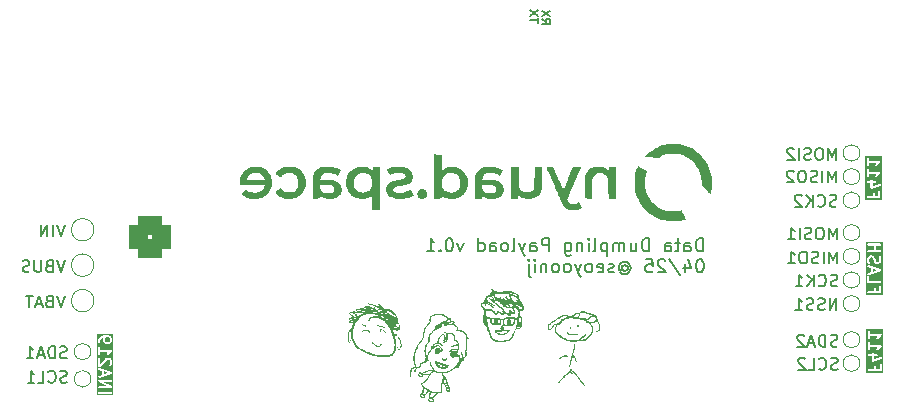
<source format=gbr>
%TF.GenerationSoftware,KiCad,Pcbnew,9.0.0*%
%TF.CreationDate,2025-05-05T23:42:48+04:00*%
%TF.ProjectId,Dumpling_Main,44756d70-6c69-46e6-975f-4d61696e2e6b,rev?*%
%TF.SameCoordinates,Original*%
%TF.FileFunction,Legend,Bot*%
%TF.FilePolarity,Positive*%
%FSLAX46Y46*%
G04 Gerber Fmt 4.6, Leading zero omitted, Abs format (unit mm)*
G04 Created by KiCad (PCBNEW 9.0.0) date 2025-05-05 23:42:48*
%MOMM*%
%LPD*%
G01*
G04 APERTURE LIST*
G04 Aperture macros list*
%AMRoundRect*
0 Rectangle with rounded corners*
0 $1 Rounding radius*
0 $2 $3 $4 $5 $6 $7 $8 $9 X,Y pos of 4 corners*
0 Add a 4 corners polygon primitive as box body*
4,1,4,$2,$3,$4,$5,$6,$7,$8,$9,$2,$3,0*
0 Add four circle primitives for the rounded corners*
1,1,$1+$1,$2,$3*
1,1,$1+$1,$4,$5*
1,1,$1+$1,$6,$7*
1,1,$1+$1,$8,$9*
0 Add four rect primitives between the rounded corners*
20,1,$1+$1,$2,$3,$4,$5,0*
20,1,$1+$1,$4,$5,$6,$7,0*
20,1,$1+$1,$6,$7,$8,$9,0*
20,1,$1+$1,$8,$9,$2,$3,0*%
G04 Aperture macros list end*
%ADD10C,0.175000*%
%ADD11C,0.120000*%
%ADD12C,0.000000*%
%ADD13C,4.300025*%
%ADD14C,0.800000*%
%ADD15C,6.400000*%
%ADD16C,1.000000*%
%ADD17C,1.500000*%
%ADD18C,0.990600*%
%ADD19C,0.650000*%
%ADD20O,1.000000X2.100000*%
%ADD21O,1.000000X1.800000*%
%ADD22C,1.400000*%
%ADD23RoundRect,0.770000X0.980000X-0.980000X0.980000X0.980000X-0.980000X0.980000X-0.980000X-0.980000X0*%
%ADD24C,3.500000*%
%ADD25C,1.100000*%
%ADD26C,1.600000*%
%ADD27C,0.660000*%
%ADD28O,1.000000X0.580000*%
G04 APERTURE END LIST*
D10*
G36*
X167202024Y-75395384D02*
G01*
X165757869Y-75395384D01*
X165757869Y-75179703D01*
X165870661Y-75179703D01*
X165870661Y-75213843D01*
X165883726Y-75245385D01*
X165907868Y-75269527D01*
X165939410Y-75282592D01*
X165956480Y-75284273D01*
X166956480Y-75284273D01*
X166973550Y-75282592D01*
X167005092Y-75269527D01*
X167029234Y-75245385D01*
X167042299Y-75213843D01*
X167043980Y-75196773D01*
X167043980Y-74720583D01*
X167042299Y-74703513D01*
X167029234Y-74671971D01*
X167005092Y-74647829D01*
X166973550Y-74634764D01*
X166939410Y-74634764D01*
X166907868Y-74647829D01*
X166883726Y-74671971D01*
X166870661Y-74703513D01*
X166868980Y-74720583D01*
X166868980Y-75109273D01*
X166567790Y-75109273D01*
X166567790Y-74863440D01*
X166566109Y-74846370D01*
X166553044Y-74814828D01*
X166528902Y-74790686D01*
X166497360Y-74777621D01*
X166463220Y-74777621D01*
X166431678Y-74790686D01*
X166407536Y-74814828D01*
X166394471Y-74846370D01*
X166392790Y-74863440D01*
X166392790Y-75109273D01*
X165956480Y-75109273D01*
X165939410Y-75110954D01*
X165907868Y-75124019D01*
X165883726Y-75148161D01*
X165870661Y-75179703D01*
X165757869Y-75179703D01*
X165757869Y-73893989D01*
X165870661Y-73893989D01*
X165870661Y-73928129D01*
X165883726Y-73959671D01*
X165907868Y-73983813D01*
X165939410Y-73996878D01*
X165956480Y-73998559D01*
X166202314Y-73998559D01*
X166202314Y-74387249D01*
X166203164Y-74395888D01*
X166203001Y-74398193D01*
X166203555Y-74399856D01*
X166203995Y-74404319D01*
X166209362Y-74417277D01*
X166213797Y-74430581D01*
X166215856Y-74432955D01*
X166217060Y-74435861D01*
X166226977Y-74445778D01*
X166236166Y-74456373D01*
X166238978Y-74457779D01*
X166241202Y-74460003D01*
X166254160Y-74465370D01*
X166266703Y-74471642D01*
X166269839Y-74471864D01*
X166272744Y-74473068D01*
X166286770Y-74473068D01*
X166300758Y-74474062D01*
X166305130Y-74473068D01*
X166306884Y-74473068D01*
X166309018Y-74472183D01*
X166317484Y-74470259D01*
X167031769Y-74232164D01*
X167047432Y-74225171D01*
X167073224Y-74202802D01*
X167088493Y-74172265D01*
X167090913Y-74138210D01*
X167080117Y-74105822D01*
X167057748Y-74080030D01*
X167027210Y-74064761D01*
X166993155Y-74062341D01*
X166976430Y-74066144D01*
X166377314Y-74265849D01*
X166377314Y-73998559D01*
X166623147Y-73998559D01*
X166640217Y-73996878D01*
X166671759Y-73983813D01*
X166695901Y-73959671D01*
X166708966Y-73928129D01*
X166708966Y-73893989D01*
X166695901Y-73862447D01*
X166671759Y-73838305D01*
X166640217Y-73825240D01*
X166623147Y-73823559D01*
X166377314Y-73823559D01*
X166377314Y-73768202D01*
X166375633Y-73751132D01*
X166362568Y-73719590D01*
X166338426Y-73695448D01*
X166306884Y-73682383D01*
X166272744Y-73682383D01*
X166241202Y-73695448D01*
X166217060Y-73719590D01*
X166203995Y-73751132D01*
X166202314Y-73768202D01*
X166202314Y-73823559D01*
X165956480Y-73823559D01*
X165939410Y-73825240D01*
X165907868Y-73838305D01*
X165883726Y-73862447D01*
X165870661Y-73893989D01*
X165757869Y-73893989D01*
X165757869Y-72863440D01*
X165868980Y-72863440D01*
X165868980Y-73434868D01*
X165870661Y-73451938D01*
X165883726Y-73483480D01*
X165907868Y-73507622D01*
X165939410Y-73520687D01*
X165973550Y-73520687D01*
X166005092Y-73507622D01*
X166029234Y-73483480D01*
X166042299Y-73451938D01*
X166043980Y-73434868D01*
X166043980Y-73236654D01*
X166697617Y-73236654D01*
X166656513Y-73277758D01*
X166651003Y-73284470D01*
X166649260Y-73285983D01*
X166647605Y-73288611D01*
X166645631Y-73291017D01*
X166644745Y-73293153D01*
X166640122Y-73300499D01*
X166592504Y-73395737D01*
X166586373Y-73411756D01*
X166583953Y-73445811D01*
X166594750Y-73478201D01*
X166617119Y-73503993D01*
X166647654Y-73519261D01*
X166681709Y-73521681D01*
X166714099Y-73510884D01*
X166739891Y-73488515D01*
X166749028Y-73473999D01*
X166790296Y-73391463D01*
X166869371Y-73312388D01*
X167005016Y-73221958D01*
X167005061Y-73221920D01*
X167005092Y-73221908D01*
X167005159Y-73221840D01*
X167018287Y-73211091D01*
X167023108Y-73203891D01*
X167029234Y-73197766D01*
X167032514Y-73189845D01*
X167037284Y-73182724D01*
X167038982Y-73174229D01*
X167042299Y-73166224D01*
X167042299Y-73157649D01*
X167043980Y-73149245D01*
X167042299Y-73140746D01*
X167042299Y-73132084D01*
X167039019Y-73124165D01*
X167037355Y-73115753D01*
X167032547Y-73108542D01*
X167029234Y-73100542D01*
X167023173Y-73094481D01*
X167018417Y-73087347D01*
X167011217Y-73082525D01*
X167005092Y-73076400D01*
X166997171Y-73073119D01*
X166990050Y-73068350D01*
X166981555Y-73066651D01*
X166973550Y-73063335D01*
X166956659Y-73061671D01*
X166956571Y-73061654D01*
X166956540Y-73061659D01*
X166956480Y-73061654D01*
X166043980Y-73061654D01*
X166043980Y-72863440D01*
X166042299Y-72846370D01*
X166029234Y-72814828D01*
X166005092Y-72790686D01*
X165973550Y-72777621D01*
X165939410Y-72777621D01*
X165907868Y-72790686D01*
X165883726Y-72814828D01*
X165870661Y-72846370D01*
X165868980Y-72863440D01*
X165757869Y-72863440D01*
X165757869Y-71911059D01*
X165868980Y-71911059D01*
X165868980Y-72482487D01*
X165870661Y-72499557D01*
X165883726Y-72531099D01*
X165907868Y-72555241D01*
X165939410Y-72568306D01*
X165973550Y-72568306D01*
X166005092Y-72555241D01*
X166029234Y-72531099D01*
X166042299Y-72499557D01*
X166043980Y-72482487D01*
X166043980Y-72284273D01*
X166697617Y-72284273D01*
X166656513Y-72325377D01*
X166651003Y-72332089D01*
X166649260Y-72333602D01*
X166647605Y-72336230D01*
X166645631Y-72338636D01*
X166644745Y-72340772D01*
X166640122Y-72348118D01*
X166592504Y-72443356D01*
X166586373Y-72459375D01*
X166583953Y-72493430D01*
X166594750Y-72525820D01*
X166617119Y-72551612D01*
X166647654Y-72566880D01*
X166681709Y-72569300D01*
X166714099Y-72558503D01*
X166739891Y-72536134D01*
X166749028Y-72521618D01*
X166790296Y-72439082D01*
X166869371Y-72360007D01*
X167005016Y-72269577D01*
X167005061Y-72269539D01*
X167005092Y-72269527D01*
X167005159Y-72269459D01*
X167018287Y-72258710D01*
X167023108Y-72251510D01*
X167029234Y-72245385D01*
X167032514Y-72237464D01*
X167037284Y-72230343D01*
X167038982Y-72221848D01*
X167042299Y-72213843D01*
X167042299Y-72205268D01*
X167043980Y-72196864D01*
X167042299Y-72188365D01*
X167042299Y-72179703D01*
X167039019Y-72171784D01*
X167037355Y-72163372D01*
X167032547Y-72156161D01*
X167029234Y-72148161D01*
X167023173Y-72142100D01*
X167018417Y-72134966D01*
X167011217Y-72130144D01*
X167005092Y-72124019D01*
X166997171Y-72120738D01*
X166990050Y-72115969D01*
X166981555Y-72114270D01*
X166973550Y-72110954D01*
X166956659Y-72109290D01*
X166956571Y-72109273D01*
X166956540Y-72109278D01*
X166956480Y-72109273D01*
X166043980Y-72109273D01*
X166043980Y-71911059D01*
X166042299Y-71893989D01*
X166029234Y-71862447D01*
X166005092Y-71838305D01*
X165973550Y-71825240D01*
X165939410Y-71825240D01*
X165907868Y-71838305D01*
X165883726Y-71862447D01*
X165870661Y-71893989D01*
X165868980Y-71911059D01*
X165757869Y-71911059D01*
X165757869Y-71714129D01*
X167202024Y-71714129D01*
X167202024Y-75395384D01*
G37*
X163319392Y-75095900D02*
X163176535Y-75143519D01*
X163176535Y-75143519D02*
X162938440Y-75143519D01*
X162938440Y-75143519D02*
X162843202Y-75095900D01*
X162843202Y-75095900D02*
X162795583Y-75048280D01*
X162795583Y-75048280D02*
X162747964Y-74953042D01*
X162747964Y-74953042D02*
X162747964Y-74857804D01*
X162747964Y-74857804D02*
X162795583Y-74762566D01*
X162795583Y-74762566D02*
X162843202Y-74714947D01*
X162843202Y-74714947D02*
X162938440Y-74667328D01*
X162938440Y-74667328D02*
X163128916Y-74619709D01*
X163128916Y-74619709D02*
X163224154Y-74572090D01*
X163224154Y-74572090D02*
X163271773Y-74524471D01*
X163271773Y-74524471D02*
X163319392Y-74429233D01*
X163319392Y-74429233D02*
X163319392Y-74333995D01*
X163319392Y-74333995D02*
X163271773Y-74238757D01*
X163271773Y-74238757D02*
X163224154Y-74191138D01*
X163224154Y-74191138D02*
X163128916Y-74143519D01*
X163128916Y-74143519D02*
X162890821Y-74143519D01*
X162890821Y-74143519D02*
X162747964Y-74191138D01*
X161747964Y-75048280D02*
X161795583Y-75095900D01*
X161795583Y-75095900D02*
X161938440Y-75143519D01*
X161938440Y-75143519D02*
X162033678Y-75143519D01*
X162033678Y-75143519D02*
X162176535Y-75095900D01*
X162176535Y-75095900D02*
X162271773Y-75000661D01*
X162271773Y-75000661D02*
X162319392Y-74905423D01*
X162319392Y-74905423D02*
X162367011Y-74714947D01*
X162367011Y-74714947D02*
X162367011Y-74572090D01*
X162367011Y-74572090D02*
X162319392Y-74381614D01*
X162319392Y-74381614D02*
X162271773Y-74286376D01*
X162271773Y-74286376D02*
X162176535Y-74191138D01*
X162176535Y-74191138D02*
X162033678Y-74143519D01*
X162033678Y-74143519D02*
X161938440Y-74143519D01*
X161938440Y-74143519D02*
X161795583Y-74191138D01*
X161795583Y-74191138D02*
X161747964Y-74238757D01*
X160843202Y-75143519D02*
X161319392Y-75143519D01*
X161319392Y-75143519D02*
X161319392Y-74143519D01*
X160557487Y-74238757D02*
X160509868Y-74191138D01*
X160509868Y-74191138D02*
X160414630Y-74143519D01*
X160414630Y-74143519D02*
X160176535Y-74143519D01*
X160176535Y-74143519D02*
X160081297Y-74191138D01*
X160081297Y-74191138D02*
X160033678Y-74238757D01*
X160033678Y-74238757D02*
X159986059Y-74333995D01*
X159986059Y-74333995D02*
X159986059Y-74429233D01*
X159986059Y-74429233D02*
X160033678Y-74572090D01*
X160033678Y-74572090D02*
X160605106Y-75143519D01*
X160605106Y-75143519D02*
X159986059Y-75143519D01*
X137944766Y-45768202D02*
X137944766Y-45368202D01*
X137244766Y-45568202D02*
X137944766Y-45568202D01*
X137944766Y-45201536D02*
X137244766Y-44734869D01*
X137944766Y-44734869D02*
X137244766Y-45201536D01*
X163246773Y-64118519D02*
X163246773Y-63118519D01*
X163246773Y-63118519D02*
X162913440Y-63832804D01*
X162913440Y-63832804D02*
X162580107Y-63118519D01*
X162580107Y-63118519D02*
X162580107Y-64118519D01*
X161913440Y-63118519D02*
X161722964Y-63118519D01*
X161722964Y-63118519D02*
X161627726Y-63166138D01*
X161627726Y-63166138D02*
X161532488Y-63261376D01*
X161532488Y-63261376D02*
X161484869Y-63451852D01*
X161484869Y-63451852D02*
X161484869Y-63785185D01*
X161484869Y-63785185D02*
X161532488Y-63975661D01*
X161532488Y-63975661D02*
X161627726Y-64070900D01*
X161627726Y-64070900D02*
X161722964Y-64118519D01*
X161722964Y-64118519D02*
X161913440Y-64118519D01*
X161913440Y-64118519D02*
X162008678Y-64070900D01*
X162008678Y-64070900D02*
X162103916Y-63975661D01*
X162103916Y-63975661D02*
X162151535Y-63785185D01*
X162151535Y-63785185D02*
X162151535Y-63451852D01*
X162151535Y-63451852D02*
X162103916Y-63261376D01*
X162103916Y-63261376D02*
X162008678Y-63166138D01*
X162008678Y-63166138D02*
X161913440Y-63118519D01*
X161103916Y-64070900D02*
X160961059Y-64118519D01*
X160961059Y-64118519D02*
X160722964Y-64118519D01*
X160722964Y-64118519D02*
X160627726Y-64070900D01*
X160627726Y-64070900D02*
X160580107Y-64023280D01*
X160580107Y-64023280D02*
X160532488Y-63928042D01*
X160532488Y-63928042D02*
X160532488Y-63832804D01*
X160532488Y-63832804D02*
X160580107Y-63737566D01*
X160580107Y-63737566D02*
X160627726Y-63689947D01*
X160627726Y-63689947D02*
X160722964Y-63642328D01*
X160722964Y-63642328D02*
X160913440Y-63594709D01*
X160913440Y-63594709D02*
X161008678Y-63547090D01*
X161008678Y-63547090D02*
X161056297Y-63499471D01*
X161056297Y-63499471D02*
X161103916Y-63404233D01*
X161103916Y-63404233D02*
X161103916Y-63308995D01*
X161103916Y-63308995D02*
X161056297Y-63213757D01*
X161056297Y-63213757D02*
X161008678Y-63166138D01*
X161008678Y-63166138D02*
X160913440Y-63118519D01*
X160913440Y-63118519D02*
X160675345Y-63118519D01*
X160675345Y-63118519D02*
X160532488Y-63166138D01*
X160103916Y-64118519D02*
X160103916Y-63118519D01*
X159103917Y-64118519D02*
X159675345Y-64118519D01*
X159389631Y-64118519D02*
X159389631Y-63118519D01*
X159389631Y-63118519D02*
X159484869Y-63261376D01*
X159484869Y-63261376D02*
X159580107Y-63356614D01*
X159580107Y-63356614D02*
X159675345Y-63404233D01*
X163271773Y-66143519D02*
X163271773Y-65143519D01*
X163271773Y-65143519D02*
X162938440Y-65857804D01*
X162938440Y-65857804D02*
X162605107Y-65143519D01*
X162605107Y-65143519D02*
X162605107Y-66143519D01*
X162128916Y-66143519D02*
X162128916Y-65143519D01*
X161700345Y-66095900D02*
X161557488Y-66143519D01*
X161557488Y-66143519D02*
X161319393Y-66143519D01*
X161319393Y-66143519D02*
X161224155Y-66095900D01*
X161224155Y-66095900D02*
X161176536Y-66048280D01*
X161176536Y-66048280D02*
X161128917Y-65953042D01*
X161128917Y-65953042D02*
X161128917Y-65857804D01*
X161128917Y-65857804D02*
X161176536Y-65762566D01*
X161176536Y-65762566D02*
X161224155Y-65714947D01*
X161224155Y-65714947D02*
X161319393Y-65667328D01*
X161319393Y-65667328D02*
X161509869Y-65619709D01*
X161509869Y-65619709D02*
X161605107Y-65572090D01*
X161605107Y-65572090D02*
X161652726Y-65524471D01*
X161652726Y-65524471D02*
X161700345Y-65429233D01*
X161700345Y-65429233D02*
X161700345Y-65333995D01*
X161700345Y-65333995D02*
X161652726Y-65238757D01*
X161652726Y-65238757D02*
X161605107Y-65191138D01*
X161605107Y-65191138D02*
X161509869Y-65143519D01*
X161509869Y-65143519D02*
X161271774Y-65143519D01*
X161271774Y-65143519D02*
X161128917Y-65191138D01*
X160509869Y-65143519D02*
X160319393Y-65143519D01*
X160319393Y-65143519D02*
X160224155Y-65191138D01*
X160224155Y-65191138D02*
X160128917Y-65286376D01*
X160128917Y-65286376D02*
X160081298Y-65476852D01*
X160081298Y-65476852D02*
X160081298Y-65810185D01*
X160081298Y-65810185D02*
X160128917Y-66000661D01*
X160128917Y-66000661D02*
X160224155Y-66095900D01*
X160224155Y-66095900D02*
X160319393Y-66143519D01*
X160319393Y-66143519D02*
X160509869Y-66143519D01*
X160509869Y-66143519D02*
X160605107Y-66095900D01*
X160605107Y-66095900D02*
X160700345Y-66000661D01*
X160700345Y-66000661D02*
X160747964Y-65810185D01*
X160747964Y-65810185D02*
X160747964Y-65476852D01*
X160747964Y-65476852D02*
X160700345Y-65286376D01*
X160700345Y-65286376D02*
X160605107Y-65191138D01*
X160605107Y-65191138D02*
X160509869Y-65143519D01*
X159128917Y-66143519D02*
X159700345Y-66143519D01*
X159414631Y-66143519D02*
X159414631Y-65143519D01*
X159414631Y-65143519D02*
X159509869Y-65286376D01*
X159509869Y-65286376D02*
X159605107Y-65381614D01*
X159605107Y-65381614D02*
X159700345Y-65429233D01*
X138269766Y-45443202D02*
X138603100Y-45676535D01*
X138269766Y-45843202D02*
X138969766Y-45843202D01*
X138969766Y-45843202D02*
X138969766Y-45576535D01*
X138969766Y-45576535D02*
X138936433Y-45509869D01*
X138936433Y-45509869D02*
X138903100Y-45476535D01*
X138903100Y-45476535D02*
X138836433Y-45443202D01*
X138836433Y-45443202D02*
X138736433Y-45443202D01*
X138736433Y-45443202D02*
X138669766Y-45476535D01*
X138669766Y-45476535D02*
X138636433Y-45509869D01*
X138636433Y-45509869D02*
X138603100Y-45576535D01*
X138603100Y-45576535D02*
X138603100Y-45843202D01*
X138969766Y-45209869D02*
X138269766Y-44743202D01*
X138969766Y-44743202D02*
X138269766Y-45209869D01*
X98044392Y-74120900D02*
X97901535Y-74168519D01*
X97901535Y-74168519D02*
X97663440Y-74168519D01*
X97663440Y-74168519D02*
X97568202Y-74120900D01*
X97568202Y-74120900D02*
X97520583Y-74073280D01*
X97520583Y-74073280D02*
X97472964Y-73978042D01*
X97472964Y-73978042D02*
X97472964Y-73882804D01*
X97472964Y-73882804D02*
X97520583Y-73787566D01*
X97520583Y-73787566D02*
X97568202Y-73739947D01*
X97568202Y-73739947D02*
X97663440Y-73692328D01*
X97663440Y-73692328D02*
X97853916Y-73644709D01*
X97853916Y-73644709D02*
X97949154Y-73597090D01*
X97949154Y-73597090D02*
X97996773Y-73549471D01*
X97996773Y-73549471D02*
X98044392Y-73454233D01*
X98044392Y-73454233D02*
X98044392Y-73358995D01*
X98044392Y-73358995D02*
X97996773Y-73263757D01*
X97996773Y-73263757D02*
X97949154Y-73216138D01*
X97949154Y-73216138D02*
X97853916Y-73168519D01*
X97853916Y-73168519D02*
X97615821Y-73168519D01*
X97615821Y-73168519D02*
X97472964Y-73216138D01*
X97044392Y-74168519D02*
X97044392Y-73168519D01*
X97044392Y-73168519D02*
X96806297Y-73168519D01*
X96806297Y-73168519D02*
X96663440Y-73216138D01*
X96663440Y-73216138D02*
X96568202Y-73311376D01*
X96568202Y-73311376D02*
X96520583Y-73406614D01*
X96520583Y-73406614D02*
X96472964Y-73597090D01*
X96472964Y-73597090D02*
X96472964Y-73739947D01*
X96472964Y-73739947D02*
X96520583Y-73930423D01*
X96520583Y-73930423D02*
X96568202Y-74025661D01*
X96568202Y-74025661D02*
X96663440Y-74120900D01*
X96663440Y-74120900D02*
X96806297Y-74168519D01*
X96806297Y-74168519D02*
X97044392Y-74168519D01*
X96092011Y-73882804D02*
X95615821Y-73882804D01*
X96187249Y-74168519D02*
X95853916Y-73168519D01*
X95853916Y-73168519D02*
X95520583Y-74168519D01*
X94663440Y-74168519D02*
X95234868Y-74168519D01*
X94949154Y-74168519D02*
X94949154Y-73168519D01*
X94949154Y-73168519D02*
X95044392Y-73311376D01*
X95044392Y-73311376D02*
X95139630Y-73406614D01*
X95139630Y-73406614D02*
X95234868Y-73454233D01*
X163221773Y-70093519D02*
X163221773Y-69093519D01*
X163221773Y-69093519D02*
X162650345Y-70093519D01*
X162650345Y-70093519D02*
X162650345Y-69093519D01*
X162221773Y-70045900D02*
X162078916Y-70093519D01*
X162078916Y-70093519D02*
X161840821Y-70093519D01*
X161840821Y-70093519D02*
X161745583Y-70045900D01*
X161745583Y-70045900D02*
X161697964Y-69998280D01*
X161697964Y-69998280D02*
X161650345Y-69903042D01*
X161650345Y-69903042D02*
X161650345Y-69807804D01*
X161650345Y-69807804D02*
X161697964Y-69712566D01*
X161697964Y-69712566D02*
X161745583Y-69664947D01*
X161745583Y-69664947D02*
X161840821Y-69617328D01*
X161840821Y-69617328D02*
X162031297Y-69569709D01*
X162031297Y-69569709D02*
X162126535Y-69522090D01*
X162126535Y-69522090D02*
X162174154Y-69474471D01*
X162174154Y-69474471D02*
X162221773Y-69379233D01*
X162221773Y-69379233D02*
X162221773Y-69283995D01*
X162221773Y-69283995D02*
X162174154Y-69188757D01*
X162174154Y-69188757D02*
X162126535Y-69141138D01*
X162126535Y-69141138D02*
X162031297Y-69093519D01*
X162031297Y-69093519D02*
X161793202Y-69093519D01*
X161793202Y-69093519D02*
X161650345Y-69141138D01*
X161269392Y-70045900D02*
X161126535Y-70093519D01*
X161126535Y-70093519D02*
X160888440Y-70093519D01*
X160888440Y-70093519D02*
X160793202Y-70045900D01*
X160793202Y-70045900D02*
X160745583Y-69998280D01*
X160745583Y-69998280D02*
X160697964Y-69903042D01*
X160697964Y-69903042D02*
X160697964Y-69807804D01*
X160697964Y-69807804D02*
X160745583Y-69712566D01*
X160745583Y-69712566D02*
X160793202Y-69664947D01*
X160793202Y-69664947D02*
X160888440Y-69617328D01*
X160888440Y-69617328D02*
X161078916Y-69569709D01*
X161078916Y-69569709D02*
X161174154Y-69522090D01*
X161174154Y-69522090D02*
X161221773Y-69474471D01*
X161221773Y-69474471D02*
X161269392Y-69379233D01*
X161269392Y-69379233D02*
X161269392Y-69283995D01*
X161269392Y-69283995D02*
X161221773Y-69188757D01*
X161221773Y-69188757D02*
X161174154Y-69141138D01*
X161174154Y-69141138D02*
X161078916Y-69093519D01*
X161078916Y-69093519D02*
X160840821Y-69093519D01*
X160840821Y-69093519D02*
X160697964Y-69141138D01*
X159745583Y-70093519D02*
X160317011Y-70093519D01*
X160031297Y-70093519D02*
X160031297Y-69093519D01*
X160031297Y-69093519D02*
X160126535Y-69236376D01*
X160126535Y-69236376D02*
X160221773Y-69331614D01*
X160221773Y-69331614D02*
X160317011Y-69379233D01*
X163294392Y-68045900D02*
X163151535Y-68093519D01*
X163151535Y-68093519D02*
X162913440Y-68093519D01*
X162913440Y-68093519D02*
X162818202Y-68045900D01*
X162818202Y-68045900D02*
X162770583Y-67998280D01*
X162770583Y-67998280D02*
X162722964Y-67903042D01*
X162722964Y-67903042D02*
X162722964Y-67807804D01*
X162722964Y-67807804D02*
X162770583Y-67712566D01*
X162770583Y-67712566D02*
X162818202Y-67664947D01*
X162818202Y-67664947D02*
X162913440Y-67617328D01*
X162913440Y-67617328D02*
X163103916Y-67569709D01*
X163103916Y-67569709D02*
X163199154Y-67522090D01*
X163199154Y-67522090D02*
X163246773Y-67474471D01*
X163246773Y-67474471D02*
X163294392Y-67379233D01*
X163294392Y-67379233D02*
X163294392Y-67283995D01*
X163294392Y-67283995D02*
X163246773Y-67188757D01*
X163246773Y-67188757D02*
X163199154Y-67141138D01*
X163199154Y-67141138D02*
X163103916Y-67093519D01*
X163103916Y-67093519D02*
X162865821Y-67093519D01*
X162865821Y-67093519D02*
X162722964Y-67141138D01*
X161722964Y-67998280D02*
X161770583Y-68045900D01*
X161770583Y-68045900D02*
X161913440Y-68093519D01*
X161913440Y-68093519D02*
X162008678Y-68093519D01*
X162008678Y-68093519D02*
X162151535Y-68045900D01*
X162151535Y-68045900D02*
X162246773Y-67950661D01*
X162246773Y-67950661D02*
X162294392Y-67855423D01*
X162294392Y-67855423D02*
X162342011Y-67664947D01*
X162342011Y-67664947D02*
X162342011Y-67522090D01*
X162342011Y-67522090D02*
X162294392Y-67331614D01*
X162294392Y-67331614D02*
X162246773Y-67236376D01*
X162246773Y-67236376D02*
X162151535Y-67141138D01*
X162151535Y-67141138D02*
X162008678Y-67093519D01*
X162008678Y-67093519D02*
X161913440Y-67093519D01*
X161913440Y-67093519D02*
X161770583Y-67141138D01*
X161770583Y-67141138D02*
X161722964Y-67188757D01*
X161294392Y-68093519D02*
X161294392Y-67093519D01*
X160722964Y-68093519D02*
X161151535Y-67522090D01*
X160722964Y-67093519D02*
X161294392Y-67664947D01*
X159770583Y-68093519D02*
X160342011Y-68093519D01*
X160056297Y-68093519D02*
X160056297Y-67093519D01*
X160056297Y-67093519D02*
X160151535Y-67236376D01*
X160151535Y-67236376D02*
X160246773Y-67331614D01*
X160246773Y-67331614D02*
X160342011Y-67379233D01*
X98069392Y-76195900D02*
X97926535Y-76243519D01*
X97926535Y-76243519D02*
X97688440Y-76243519D01*
X97688440Y-76243519D02*
X97593202Y-76195900D01*
X97593202Y-76195900D02*
X97545583Y-76148280D01*
X97545583Y-76148280D02*
X97497964Y-76053042D01*
X97497964Y-76053042D02*
X97497964Y-75957804D01*
X97497964Y-75957804D02*
X97545583Y-75862566D01*
X97545583Y-75862566D02*
X97593202Y-75814947D01*
X97593202Y-75814947D02*
X97688440Y-75767328D01*
X97688440Y-75767328D02*
X97878916Y-75719709D01*
X97878916Y-75719709D02*
X97974154Y-75672090D01*
X97974154Y-75672090D02*
X98021773Y-75624471D01*
X98021773Y-75624471D02*
X98069392Y-75529233D01*
X98069392Y-75529233D02*
X98069392Y-75433995D01*
X98069392Y-75433995D02*
X98021773Y-75338757D01*
X98021773Y-75338757D02*
X97974154Y-75291138D01*
X97974154Y-75291138D02*
X97878916Y-75243519D01*
X97878916Y-75243519D02*
X97640821Y-75243519D01*
X97640821Y-75243519D02*
X97497964Y-75291138D01*
X96497964Y-76148280D02*
X96545583Y-76195900D01*
X96545583Y-76195900D02*
X96688440Y-76243519D01*
X96688440Y-76243519D02*
X96783678Y-76243519D01*
X96783678Y-76243519D02*
X96926535Y-76195900D01*
X96926535Y-76195900D02*
X97021773Y-76100661D01*
X97021773Y-76100661D02*
X97069392Y-76005423D01*
X97069392Y-76005423D02*
X97117011Y-75814947D01*
X97117011Y-75814947D02*
X97117011Y-75672090D01*
X97117011Y-75672090D02*
X97069392Y-75481614D01*
X97069392Y-75481614D02*
X97021773Y-75386376D01*
X97021773Y-75386376D02*
X96926535Y-75291138D01*
X96926535Y-75291138D02*
X96783678Y-75243519D01*
X96783678Y-75243519D02*
X96688440Y-75243519D01*
X96688440Y-75243519D02*
X96545583Y-75291138D01*
X96545583Y-75291138D02*
X96497964Y-75338757D01*
X95593202Y-76243519D02*
X96069392Y-76243519D01*
X96069392Y-76243519D02*
X96069392Y-75243519D01*
X94736059Y-76243519D02*
X95307487Y-76243519D01*
X95021773Y-76243519D02*
X95021773Y-75243519D01*
X95021773Y-75243519D02*
X95117011Y-75386376D01*
X95117011Y-75386376D02*
X95212249Y-75481614D01*
X95212249Y-75481614D02*
X95307487Y-75529233D01*
X97889630Y-65868519D02*
X97556297Y-66868519D01*
X97556297Y-66868519D02*
X97222964Y-65868519D01*
X96556297Y-66344709D02*
X96413440Y-66392328D01*
X96413440Y-66392328D02*
X96365821Y-66439947D01*
X96365821Y-66439947D02*
X96318202Y-66535185D01*
X96318202Y-66535185D02*
X96318202Y-66678042D01*
X96318202Y-66678042D02*
X96365821Y-66773280D01*
X96365821Y-66773280D02*
X96413440Y-66820900D01*
X96413440Y-66820900D02*
X96508678Y-66868519D01*
X96508678Y-66868519D02*
X96889630Y-66868519D01*
X96889630Y-66868519D02*
X96889630Y-65868519D01*
X96889630Y-65868519D02*
X96556297Y-65868519D01*
X96556297Y-65868519D02*
X96461059Y-65916138D01*
X96461059Y-65916138D02*
X96413440Y-65963757D01*
X96413440Y-65963757D02*
X96365821Y-66058995D01*
X96365821Y-66058995D02*
X96365821Y-66154233D01*
X96365821Y-66154233D02*
X96413440Y-66249471D01*
X96413440Y-66249471D02*
X96461059Y-66297090D01*
X96461059Y-66297090D02*
X96556297Y-66344709D01*
X96556297Y-66344709D02*
X96889630Y-66344709D01*
X95889630Y-65868519D02*
X95889630Y-66678042D01*
X95889630Y-66678042D02*
X95842011Y-66773280D01*
X95842011Y-66773280D02*
X95794392Y-66820900D01*
X95794392Y-66820900D02*
X95699154Y-66868519D01*
X95699154Y-66868519D02*
X95508678Y-66868519D01*
X95508678Y-66868519D02*
X95413440Y-66820900D01*
X95413440Y-66820900D02*
X95365821Y-66773280D01*
X95365821Y-66773280D02*
X95318202Y-66678042D01*
X95318202Y-66678042D02*
X95318202Y-65868519D01*
X94889630Y-66820900D02*
X94746773Y-66868519D01*
X94746773Y-66868519D02*
X94508678Y-66868519D01*
X94508678Y-66868519D02*
X94413440Y-66820900D01*
X94413440Y-66820900D02*
X94365821Y-66773280D01*
X94365821Y-66773280D02*
X94318202Y-66678042D01*
X94318202Y-66678042D02*
X94318202Y-66582804D01*
X94318202Y-66582804D02*
X94365821Y-66487566D01*
X94365821Y-66487566D02*
X94413440Y-66439947D01*
X94413440Y-66439947D02*
X94508678Y-66392328D01*
X94508678Y-66392328D02*
X94699154Y-66344709D01*
X94699154Y-66344709D02*
X94794392Y-66297090D01*
X94794392Y-66297090D02*
X94842011Y-66249471D01*
X94842011Y-66249471D02*
X94889630Y-66154233D01*
X94889630Y-66154233D02*
X94889630Y-66058995D01*
X94889630Y-66058995D02*
X94842011Y-65963757D01*
X94842011Y-65963757D02*
X94794392Y-65916138D01*
X94794392Y-65916138D02*
X94699154Y-65868519D01*
X94699154Y-65868519D02*
X94461059Y-65868519D01*
X94461059Y-65868519D02*
X94318202Y-65916138D01*
X163196773Y-57393519D02*
X163196773Y-56393519D01*
X163196773Y-56393519D02*
X162863440Y-57107804D01*
X162863440Y-57107804D02*
X162530107Y-56393519D01*
X162530107Y-56393519D02*
X162530107Y-57393519D01*
X161863440Y-56393519D02*
X161672964Y-56393519D01*
X161672964Y-56393519D02*
X161577726Y-56441138D01*
X161577726Y-56441138D02*
X161482488Y-56536376D01*
X161482488Y-56536376D02*
X161434869Y-56726852D01*
X161434869Y-56726852D02*
X161434869Y-57060185D01*
X161434869Y-57060185D02*
X161482488Y-57250661D01*
X161482488Y-57250661D02*
X161577726Y-57345900D01*
X161577726Y-57345900D02*
X161672964Y-57393519D01*
X161672964Y-57393519D02*
X161863440Y-57393519D01*
X161863440Y-57393519D02*
X161958678Y-57345900D01*
X161958678Y-57345900D02*
X162053916Y-57250661D01*
X162053916Y-57250661D02*
X162101535Y-57060185D01*
X162101535Y-57060185D02*
X162101535Y-56726852D01*
X162101535Y-56726852D02*
X162053916Y-56536376D01*
X162053916Y-56536376D02*
X161958678Y-56441138D01*
X161958678Y-56441138D02*
X161863440Y-56393519D01*
X161053916Y-57345900D02*
X160911059Y-57393519D01*
X160911059Y-57393519D02*
X160672964Y-57393519D01*
X160672964Y-57393519D02*
X160577726Y-57345900D01*
X160577726Y-57345900D02*
X160530107Y-57298280D01*
X160530107Y-57298280D02*
X160482488Y-57203042D01*
X160482488Y-57203042D02*
X160482488Y-57107804D01*
X160482488Y-57107804D02*
X160530107Y-57012566D01*
X160530107Y-57012566D02*
X160577726Y-56964947D01*
X160577726Y-56964947D02*
X160672964Y-56917328D01*
X160672964Y-56917328D02*
X160863440Y-56869709D01*
X160863440Y-56869709D02*
X160958678Y-56822090D01*
X160958678Y-56822090D02*
X161006297Y-56774471D01*
X161006297Y-56774471D02*
X161053916Y-56679233D01*
X161053916Y-56679233D02*
X161053916Y-56583995D01*
X161053916Y-56583995D02*
X161006297Y-56488757D01*
X161006297Y-56488757D02*
X160958678Y-56441138D01*
X160958678Y-56441138D02*
X160863440Y-56393519D01*
X160863440Y-56393519D02*
X160625345Y-56393519D01*
X160625345Y-56393519D02*
X160482488Y-56441138D01*
X160053916Y-57393519D02*
X160053916Y-56393519D01*
X159625345Y-56488757D02*
X159577726Y-56441138D01*
X159577726Y-56441138D02*
X159482488Y-56393519D01*
X159482488Y-56393519D02*
X159244393Y-56393519D01*
X159244393Y-56393519D02*
X159149155Y-56441138D01*
X159149155Y-56441138D02*
X159101536Y-56488757D01*
X159101536Y-56488757D02*
X159053917Y-56583995D01*
X159053917Y-56583995D02*
X159053917Y-56679233D01*
X159053917Y-56679233D02*
X159101536Y-56822090D01*
X159101536Y-56822090D02*
X159672964Y-57393519D01*
X159672964Y-57393519D02*
X159053917Y-57393519D01*
G36*
X166654779Y-66739630D02*
G01*
X166304695Y-66856324D01*
X166304695Y-66622935D01*
X166654779Y-66739630D01*
G37*
G36*
X167130091Y-68795384D02*
G01*
X165732869Y-68795384D01*
X165732869Y-68579703D01*
X165845661Y-68579703D01*
X165845661Y-68613843D01*
X165858726Y-68645385D01*
X165882868Y-68669527D01*
X165914410Y-68682592D01*
X165931480Y-68684273D01*
X166931480Y-68684273D01*
X166948550Y-68682592D01*
X166980092Y-68669527D01*
X167004234Y-68645385D01*
X167017299Y-68613843D01*
X167018980Y-68596773D01*
X167018980Y-68120583D01*
X167017299Y-68103513D01*
X167004234Y-68071971D01*
X166980092Y-68047829D01*
X166948550Y-68034764D01*
X166914410Y-68034764D01*
X166882868Y-68047829D01*
X166858726Y-68071971D01*
X166845661Y-68103513D01*
X166843980Y-68120583D01*
X166843980Y-68509273D01*
X166542790Y-68509273D01*
X166542790Y-68263440D01*
X166541109Y-68246370D01*
X166528044Y-68214828D01*
X166503902Y-68190686D01*
X166472360Y-68177621D01*
X166438220Y-68177621D01*
X166406678Y-68190686D01*
X166382536Y-68214828D01*
X166369471Y-68246370D01*
X166367790Y-68263440D01*
X166367790Y-68509273D01*
X165931480Y-68509273D01*
X165914410Y-68510954D01*
X165882868Y-68524019D01*
X165858726Y-68548161D01*
X165845661Y-68579703D01*
X165732869Y-68579703D01*
X165732869Y-67263440D01*
X165843980Y-67263440D01*
X165843980Y-67739630D01*
X165845661Y-67756700D01*
X165858726Y-67788242D01*
X165882868Y-67812384D01*
X165914410Y-67825449D01*
X165931480Y-67827130D01*
X166931480Y-67827130D01*
X166948550Y-67825449D01*
X166980092Y-67812384D01*
X167004234Y-67788242D01*
X167017299Y-67756700D01*
X167017299Y-67722560D01*
X167004234Y-67691018D01*
X166980092Y-67666876D01*
X166948550Y-67653811D01*
X166931480Y-67652130D01*
X166018980Y-67652130D01*
X166018980Y-67263440D01*
X166017299Y-67246370D01*
X166004234Y-67214828D01*
X165980092Y-67190686D01*
X165948550Y-67177621D01*
X165914410Y-67177621D01*
X165882868Y-67190686D01*
X165858726Y-67214828D01*
X165845661Y-67246370D01*
X165843980Y-67263440D01*
X165732869Y-67263440D01*
X165732869Y-66395353D01*
X165844667Y-66395353D01*
X165847087Y-66429408D01*
X165862356Y-66459945D01*
X165888148Y-66482314D01*
X165903810Y-66489307D01*
X166129695Y-66564601D01*
X166129695Y-66914658D01*
X165903810Y-66989953D01*
X165888148Y-66996946D01*
X165862356Y-67019315D01*
X165847087Y-67049852D01*
X165844667Y-67083907D01*
X165855463Y-67116295D01*
X165877832Y-67142087D01*
X165908369Y-67157356D01*
X165942424Y-67159776D01*
X165959150Y-67155973D01*
X166959149Y-66822640D01*
X166974812Y-66815647D01*
X166979535Y-66811550D01*
X166985128Y-66808754D01*
X166992316Y-66800466D01*
X167000604Y-66793278D01*
X167003400Y-66787685D01*
X167007497Y-66782962D01*
X167010966Y-66772554D01*
X167015873Y-66762741D01*
X167016316Y-66756504D01*
X167018293Y-66750574D01*
X167017515Y-66739630D01*
X167018293Y-66728686D01*
X167016316Y-66722755D01*
X167015873Y-66716519D01*
X167010966Y-66706705D01*
X167007497Y-66696298D01*
X167003400Y-66691574D01*
X167000604Y-66685982D01*
X166992316Y-66678793D01*
X166985128Y-66670506D01*
X166979535Y-66667709D01*
X166974812Y-66663613D01*
X166959149Y-66656620D01*
X165959150Y-66323287D01*
X165942424Y-66319484D01*
X165908369Y-66321904D01*
X165877832Y-66337173D01*
X165855463Y-66362965D01*
X165844667Y-66395353D01*
X165732869Y-66395353D01*
X165732869Y-65739630D01*
X165843980Y-65739630D01*
X165843980Y-65977725D01*
X165844830Y-65986364D01*
X165844667Y-65988670D01*
X165845356Y-65991701D01*
X165845661Y-65994795D01*
X165846545Y-65996929D01*
X165848470Y-66005395D01*
X165896090Y-66148253D01*
X165903083Y-66163915D01*
X165925452Y-66189707D01*
X165955990Y-66204975D01*
X165990045Y-66207395D01*
X166022433Y-66196599D01*
X166048225Y-66174230D01*
X166063493Y-66143692D01*
X166065913Y-66109637D01*
X166062110Y-66092912D01*
X166018980Y-65963524D01*
X166018980Y-65760286D01*
X166051011Y-65696224D01*
X166078551Y-65668684D01*
X166142614Y-65636654D01*
X166196540Y-65636654D01*
X166260600Y-65668684D01*
X166288140Y-65696224D01*
X166325114Y-65770173D01*
X166370402Y-65951328D01*
X166370852Y-65952588D01*
X166370897Y-65953218D01*
X166373609Y-65960304D01*
X166376173Y-65967480D01*
X166376550Y-65967989D01*
X166377028Y-65969237D01*
X166424646Y-66064475D01*
X166429269Y-66071820D01*
X166430155Y-66073957D01*
X166432129Y-66076362D01*
X166433784Y-66078991D01*
X166435527Y-66080503D01*
X166441037Y-66087216D01*
X166488656Y-66134835D01*
X166495367Y-66140342D01*
X166496881Y-66142088D01*
X166499512Y-66143744D01*
X166501915Y-66145716D01*
X166504049Y-66146600D01*
X166511397Y-66151225D01*
X166606635Y-66198844D01*
X166622654Y-66204975D01*
X166625791Y-66205197D01*
X166628696Y-66206401D01*
X166645766Y-66208082D01*
X166741004Y-66208082D01*
X166758074Y-66206401D01*
X166760978Y-66205197D01*
X166764116Y-66204975D01*
X166780135Y-66198844D01*
X166875373Y-66151226D01*
X166882718Y-66146602D01*
X166884855Y-66145717D01*
X166887260Y-66143742D01*
X166889889Y-66142088D01*
X166891401Y-66140344D01*
X166898114Y-66134835D01*
X166945733Y-66087216D01*
X166951240Y-66080504D01*
X166952986Y-66078991D01*
X166954642Y-66076359D01*
X166956614Y-66073957D01*
X166957498Y-66071822D01*
X166962123Y-66064475D01*
X167009742Y-65969237D01*
X167015873Y-65953218D01*
X167016095Y-65950080D01*
X167017299Y-65947176D01*
X167018980Y-65930106D01*
X167018980Y-65692011D01*
X167018129Y-65683371D01*
X167018293Y-65681066D01*
X167017603Y-65678034D01*
X167017299Y-65674941D01*
X167016414Y-65672806D01*
X167014490Y-65664341D01*
X166966871Y-65521484D01*
X166959878Y-65505822D01*
X166937509Y-65480030D01*
X166906972Y-65464761D01*
X166872917Y-65462341D01*
X166840529Y-65473137D01*
X166814737Y-65495506D01*
X166799468Y-65526043D01*
X166797048Y-65560098D01*
X166800851Y-65576824D01*
X166843980Y-65706210D01*
X166843980Y-65909449D01*
X166811949Y-65973511D01*
X166784409Y-66001052D01*
X166720349Y-66033082D01*
X166666423Y-66033082D01*
X166602360Y-66001051D01*
X166574820Y-65973511D01*
X166537847Y-65899566D01*
X166492558Y-65718408D01*
X166492108Y-65717151D01*
X166492064Y-65716518D01*
X166489345Y-65709413D01*
X166486788Y-65702256D01*
X166486410Y-65701746D01*
X166485933Y-65700499D01*
X166438314Y-65605261D01*
X166433689Y-65597913D01*
X166432805Y-65595779D01*
X166430833Y-65593376D01*
X166429177Y-65590745D01*
X166427431Y-65589231D01*
X166421924Y-65582520D01*
X166374305Y-65534901D01*
X166367592Y-65529391D01*
X166366080Y-65527648D01*
X166363451Y-65525993D01*
X166361046Y-65524019D01*
X166358909Y-65523133D01*
X166351564Y-65518510D01*
X166256326Y-65470892D01*
X166240307Y-65464761D01*
X166237169Y-65464538D01*
X166234265Y-65463335D01*
X166217195Y-65461654D01*
X166121957Y-65461654D01*
X166104887Y-65463335D01*
X166101982Y-65464538D01*
X166098845Y-65464761D01*
X166082826Y-65470892D01*
X165987588Y-65518511D01*
X165980240Y-65523135D01*
X165978106Y-65524020D01*
X165975703Y-65525991D01*
X165973072Y-65527648D01*
X165971558Y-65529393D01*
X165964847Y-65534901D01*
X165917228Y-65582520D01*
X165911719Y-65589232D01*
X165909976Y-65590744D01*
X165908322Y-65593371D01*
X165906346Y-65595779D01*
X165905460Y-65597917D01*
X165900838Y-65605260D01*
X165853218Y-65700498D01*
X165847087Y-65716518D01*
X165846864Y-65719655D01*
X165845661Y-65722560D01*
X165843980Y-65739630D01*
X165732869Y-65739630D01*
X165732869Y-64532084D01*
X165845661Y-64532084D01*
X165845661Y-64566224D01*
X165858726Y-64597766D01*
X165882868Y-64621908D01*
X165914410Y-64634973D01*
X165931480Y-64636654D01*
X166367790Y-64636654D01*
X166367790Y-65033082D01*
X165931480Y-65033082D01*
X165914410Y-65034763D01*
X165882868Y-65047828D01*
X165858726Y-65071970D01*
X165845661Y-65103512D01*
X165845661Y-65137652D01*
X165858726Y-65169194D01*
X165882868Y-65193336D01*
X165914410Y-65206401D01*
X165931480Y-65208082D01*
X166931480Y-65208082D01*
X166948550Y-65206401D01*
X166980092Y-65193336D01*
X167004234Y-65169194D01*
X167017299Y-65137652D01*
X167017299Y-65103512D01*
X167004234Y-65071970D01*
X166980092Y-65047828D01*
X166948550Y-65034763D01*
X166931480Y-65033082D01*
X166542790Y-65033082D01*
X166542790Y-64636654D01*
X166931480Y-64636654D01*
X166948550Y-64634973D01*
X166980092Y-64621908D01*
X167004234Y-64597766D01*
X167017299Y-64566224D01*
X167017299Y-64532084D01*
X167004234Y-64500542D01*
X166980092Y-64476400D01*
X166948550Y-64463335D01*
X166931480Y-64461654D01*
X165931480Y-64461654D01*
X165914410Y-64463335D01*
X165882868Y-64476400D01*
X165858726Y-64500542D01*
X165845661Y-64532084D01*
X165732869Y-64532084D01*
X165732869Y-64350543D01*
X167130091Y-64350543D01*
X167130091Y-68795384D01*
G37*
X97889630Y-68868519D02*
X97556297Y-69868519D01*
X97556297Y-69868519D02*
X97222964Y-68868519D01*
X96556297Y-69344709D02*
X96413440Y-69392328D01*
X96413440Y-69392328D02*
X96365821Y-69439947D01*
X96365821Y-69439947D02*
X96318202Y-69535185D01*
X96318202Y-69535185D02*
X96318202Y-69678042D01*
X96318202Y-69678042D02*
X96365821Y-69773280D01*
X96365821Y-69773280D02*
X96413440Y-69820900D01*
X96413440Y-69820900D02*
X96508678Y-69868519D01*
X96508678Y-69868519D02*
X96889630Y-69868519D01*
X96889630Y-69868519D02*
X96889630Y-68868519D01*
X96889630Y-68868519D02*
X96556297Y-68868519D01*
X96556297Y-68868519D02*
X96461059Y-68916138D01*
X96461059Y-68916138D02*
X96413440Y-68963757D01*
X96413440Y-68963757D02*
X96365821Y-69058995D01*
X96365821Y-69058995D02*
X96365821Y-69154233D01*
X96365821Y-69154233D02*
X96413440Y-69249471D01*
X96413440Y-69249471D02*
X96461059Y-69297090D01*
X96461059Y-69297090D02*
X96556297Y-69344709D01*
X96556297Y-69344709D02*
X96889630Y-69344709D01*
X95937249Y-69582804D02*
X95461059Y-69582804D01*
X96032487Y-69868519D02*
X95699154Y-68868519D01*
X95699154Y-68868519D02*
X95365821Y-69868519D01*
X95175344Y-68868519D02*
X94603916Y-68868519D01*
X94889630Y-69868519D02*
X94889630Y-68868519D01*
G36*
X167102024Y-60745384D02*
G01*
X165657869Y-60745384D01*
X165657869Y-60529703D01*
X165770661Y-60529703D01*
X165770661Y-60563843D01*
X165783726Y-60595385D01*
X165807868Y-60619527D01*
X165839410Y-60632592D01*
X165856480Y-60634273D01*
X166856480Y-60634273D01*
X166873550Y-60632592D01*
X166905092Y-60619527D01*
X166929234Y-60595385D01*
X166942299Y-60563843D01*
X166943980Y-60546773D01*
X166943980Y-60070583D01*
X166942299Y-60053513D01*
X166929234Y-60021971D01*
X166905092Y-59997829D01*
X166873550Y-59984764D01*
X166839410Y-59984764D01*
X166807868Y-59997829D01*
X166783726Y-60021971D01*
X166770661Y-60053513D01*
X166768980Y-60070583D01*
X166768980Y-60459273D01*
X166467790Y-60459273D01*
X166467790Y-60213440D01*
X166466109Y-60196370D01*
X166453044Y-60164828D01*
X166428902Y-60140686D01*
X166397360Y-60127621D01*
X166363220Y-60127621D01*
X166331678Y-60140686D01*
X166307536Y-60164828D01*
X166294471Y-60196370D01*
X166292790Y-60213440D01*
X166292790Y-60459273D01*
X165856480Y-60459273D01*
X165839410Y-60460954D01*
X165807868Y-60474019D01*
X165783726Y-60498161D01*
X165770661Y-60529703D01*
X165657869Y-60529703D01*
X165657869Y-59243989D01*
X165770661Y-59243989D01*
X165770661Y-59278129D01*
X165783726Y-59309671D01*
X165807868Y-59333813D01*
X165839410Y-59346878D01*
X165856480Y-59348559D01*
X166102314Y-59348559D01*
X166102314Y-59737249D01*
X166103164Y-59745888D01*
X166103001Y-59748193D01*
X166103555Y-59749856D01*
X166103995Y-59754319D01*
X166109362Y-59767277D01*
X166113797Y-59780581D01*
X166115856Y-59782955D01*
X166117060Y-59785861D01*
X166126977Y-59795778D01*
X166136166Y-59806373D01*
X166138978Y-59807779D01*
X166141202Y-59810003D01*
X166154160Y-59815370D01*
X166166703Y-59821642D01*
X166169839Y-59821864D01*
X166172744Y-59823068D01*
X166186770Y-59823068D01*
X166200758Y-59824062D01*
X166205130Y-59823068D01*
X166206884Y-59823068D01*
X166209018Y-59822183D01*
X166217484Y-59820259D01*
X166931769Y-59582164D01*
X166947432Y-59575171D01*
X166973224Y-59552802D01*
X166988493Y-59522265D01*
X166990913Y-59488210D01*
X166980117Y-59455822D01*
X166957748Y-59430030D01*
X166927210Y-59414761D01*
X166893155Y-59412341D01*
X166876430Y-59416144D01*
X166277314Y-59615849D01*
X166277314Y-59348559D01*
X166523147Y-59348559D01*
X166540217Y-59346878D01*
X166571759Y-59333813D01*
X166595901Y-59309671D01*
X166608966Y-59278129D01*
X166608966Y-59243989D01*
X166595901Y-59212447D01*
X166571759Y-59188305D01*
X166540217Y-59175240D01*
X166523147Y-59173559D01*
X166277314Y-59173559D01*
X166277314Y-59118202D01*
X166275633Y-59101132D01*
X166262568Y-59069590D01*
X166238426Y-59045448D01*
X166206884Y-59032383D01*
X166172744Y-59032383D01*
X166141202Y-59045448D01*
X166117060Y-59069590D01*
X166103995Y-59101132D01*
X166102314Y-59118202D01*
X166102314Y-59173559D01*
X165856480Y-59173559D01*
X165839410Y-59175240D01*
X165807868Y-59188305D01*
X165783726Y-59212447D01*
X165770661Y-59243989D01*
X165657869Y-59243989D01*
X165657869Y-58213440D01*
X165768980Y-58213440D01*
X165768980Y-58784868D01*
X165770661Y-58801938D01*
X165783726Y-58833480D01*
X165807868Y-58857622D01*
X165839410Y-58870687D01*
X165873550Y-58870687D01*
X165905092Y-58857622D01*
X165929234Y-58833480D01*
X165942299Y-58801938D01*
X165943980Y-58784868D01*
X165943980Y-58586654D01*
X166597617Y-58586654D01*
X166556513Y-58627758D01*
X166551003Y-58634470D01*
X166549260Y-58635983D01*
X166547605Y-58638611D01*
X166545631Y-58641017D01*
X166544745Y-58643153D01*
X166540122Y-58650499D01*
X166492504Y-58745737D01*
X166486373Y-58761756D01*
X166483953Y-58795811D01*
X166494750Y-58828201D01*
X166517119Y-58853993D01*
X166547654Y-58869261D01*
X166581709Y-58871681D01*
X166614099Y-58860884D01*
X166639891Y-58838515D01*
X166649028Y-58823999D01*
X166690296Y-58741463D01*
X166769371Y-58662388D01*
X166905016Y-58571958D01*
X166905061Y-58571920D01*
X166905092Y-58571908D01*
X166905159Y-58571840D01*
X166918287Y-58561091D01*
X166923108Y-58553891D01*
X166929234Y-58547766D01*
X166932514Y-58539845D01*
X166937284Y-58532724D01*
X166938982Y-58524229D01*
X166942299Y-58516224D01*
X166942299Y-58507649D01*
X166943980Y-58499245D01*
X166942299Y-58490746D01*
X166942299Y-58482084D01*
X166939019Y-58474165D01*
X166937355Y-58465753D01*
X166932547Y-58458542D01*
X166929234Y-58450542D01*
X166923173Y-58444481D01*
X166918417Y-58437347D01*
X166911217Y-58432525D01*
X166905092Y-58426400D01*
X166897171Y-58423119D01*
X166890050Y-58418350D01*
X166881555Y-58416651D01*
X166873550Y-58413335D01*
X166856659Y-58411671D01*
X166856571Y-58411654D01*
X166856540Y-58411659D01*
X166856480Y-58411654D01*
X165943980Y-58411654D01*
X165943980Y-58213440D01*
X165942299Y-58196370D01*
X165929234Y-58164828D01*
X165905092Y-58140686D01*
X165873550Y-58127621D01*
X165839410Y-58127621D01*
X165807868Y-58140686D01*
X165783726Y-58164828D01*
X165770661Y-58196370D01*
X165768980Y-58213440D01*
X165657869Y-58213440D01*
X165657869Y-57261059D01*
X165768980Y-57261059D01*
X165768980Y-57832487D01*
X165770661Y-57849557D01*
X165783726Y-57881099D01*
X165807868Y-57905241D01*
X165839410Y-57918306D01*
X165873550Y-57918306D01*
X165905092Y-57905241D01*
X165929234Y-57881099D01*
X165942299Y-57849557D01*
X165943980Y-57832487D01*
X165943980Y-57634273D01*
X166597617Y-57634273D01*
X166556513Y-57675377D01*
X166551003Y-57682089D01*
X166549260Y-57683602D01*
X166547605Y-57686230D01*
X166545631Y-57688636D01*
X166544745Y-57690772D01*
X166540122Y-57698118D01*
X166492504Y-57793356D01*
X166486373Y-57809375D01*
X166483953Y-57843430D01*
X166494750Y-57875820D01*
X166517119Y-57901612D01*
X166547654Y-57916880D01*
X166581709Y-57919300D01*
X166614099Y-57908503D01*
X166639891Y-57886134D01*
X166649028Y-57871618D01*
X166690296Y-57789082D01*
X166769371Y-57710007D01*
X166905016Y-57619577D01*
X166905061Y-57619539D01*
X166905092Y-57619527D01*
X166905159Y-57619459D01*
X166918287Y-57608710D01*
X166923108Y-57601510D01*
X166929234Y-57595385D01*
X166932514Y-57587464D01*
X166937284Y-57580343D01*
X166938982Y-57571848D01*
X166942299Y-57563843D01*
X166942299Y-57555268D01*
X166943980Y-57546864D01*
X166942299Y-57538365D01*
X166942299Y-57529703D01*
X166939019Y-57521784D01*
X166937355Y-57513372D01*
X166932547Y-57506161D01*
X166929234Y-57498161D01*
X166923173Y-57492100D01*
X166918417Y-57484966D01*
X166911217Y-57480144D01*
X166905092Y-57474019D01*
X166897171Y-57470738D01*
X166890050Y-57465969D01*
X166881555Y-57464270D01*
X166873550Y-57460954D01*
X166856659Y-57459290D01*
X166856571Y-57459273D01*
X166856540Y-57459278D01*
X166856480Y-57459273D01*
X165943980Y-57459273D01*
X165943980Y-57261059D01*
X165942299Y-57243989D01*
X165929234Y-57212447D01*
X165905092Y-57188305D01*
X165873550Y-57175240D01*
X165839410Y-57175240D01*
X165807868Y-57188305D01*
X165783726Y-57212447D01*
X165770661Y-57243989D01*
X165768980Y-57261059D01*
X165657869Y-57261059D01*
X165657869Y-57064129D01*
X167102024Y-57064129D01*
X167102024Y-60745384D01*
G37*
X97889630Y-62868519D02*
X97556297Y-63868519D01*
X97556297Y-63868519D02*
X97222964Y-62868519D01*
X96889630Y-63868519D02*
X96889630Y-62868519D01*
X96413440Y-63868519D02*
X96413440Y-62868519D01*
X96413440Y-62868519D02*
X95842012Y-63868519D01*
X95842012Y-63868519D02*
X95842012Y-62868519D01*
X163219392Y-61295900D02*
X163076535Y-61343519D01*
X163076535Y-61343519D02*
X162838440Y-61343519D01*
X162838440Y-61343519D02*
X162743202Y-61295900D01*
X162743202Y-61295900D02*
X162695583Y-61248280D01*
X162695583Y-61248280D02*
X162647964Y-61153042D01*
X162647964Y-61153042D02*
X162647964Y-61057804D01*
X162647964Y-61057804D02*
X162695583Y-60962566D01*
X162695583Y-60962566D02*
X162743202Y-60914947D01*
X162743202Y-60914947D02*
X162838440Y-60867328D01*
X162838440Y-60867328D02*
X163028916Y-60819709D01*
X163028916Y-60819709D02*
X163124154Y-60772090D01*
X163124154Y-60772090D02*
X163171773Y-60724471D01*
X163171773Y-60724471D02*
X163219392Y-60629233D01*
X163219392Y-60629233D02*
X163219392Y-60533995D01*
X163219392Y-60533995D02*
X163171773Y-60438757D01*
X163171773Y-60438757D02*
X163124154Y-60391138D01*
X163124154Y-60391138D02*
X163028916Y-60343519D01*
X163028916Y-60343519D02*
X162790821Y-60343519D01*
X162790821Y-60343519D02*
X162647964Y-60391138D01*
X161647964Y-61248280D02*
X161695583Y-61295900D01*
X161695583Y-61295900D02*
X161838440Y-61343519D01*
X161838440Y-61343519D02*
X161933678Y-61343519D01*
X161933678Y-61343519D02*
X162076535Y-61295900D01*
X162076535Y-61295900D02*
X162171773Y-61200661D01*
X162171773Y-61200661D02*
X162219392Y-61105423D01*
X162219392Y-61105423D02*
X162267011Y-60914947D01*
X162267011Y-60914947D02*
X162267011Y-60772090D01*
X162267011Y-60772090D02*
X162219392Y-60581614D01*
X162219392Y-60581614D02*
X162171773Y-60486376D01*
X162171773Y-60486376D02*
X162076535Y-60391138D01*
X162076535Y-60391138D02*
X161933678Y-60343519D01*
X161933678Y-60343519D02*
X161838440Y-60343519D01*
X161838440Y-60343519D02*
X161695583Y-60391138D01*
X161695583Y-60391138D02*
X161647964Y-60438757D01*
X161219392Y-61343519D02*
X161219392Y-60343519D01*
X160647964Y-61343519D02*
X161076535Y-60772090D01*
X160647964Y-60343519D02*
X161219392Y-60914947D01*
X160267011Y-60438757D02*
X160219392Y-60391138D01*
X160219392Y-60391138D02*
X160124154Y-60343519D01*
X160124154Y-60343519D02*
X159886059Y-60343519D01*
X159886059Y-60343519D02*
X159790821Y-60391138D01*
X159790821Y-60391138D02*
X159743202Y-60438757D01*
X159743202Y-60438757D02*
X159695583Y-60533995D01*
X159695583Y-60533995D02*
X159695583Y-60629233D01*
X159695583Y-60629233D02*
X159743202Y-60772090D01*
X159743202Y-60772090D02*
X160314630Y-61343519D01*
X160314630Y-61343519D02*
X159695583Y-61343519D01*
X163294392Y-73145900D02*
X163151535Y-73193519D01*
X163151535Y-73193519D02*
X162913440Y-73193519D01*
X162913440Y-73193519D02*
X162818202Y-73145900D01*
X162818202Y-73145900D02*
X162770583Y-73098280D01*
X162770583Y-73098280D02*
X162722964Y-73003042D01*
X162722964Y-73003042D02*
X162722964Y-72907804D01*
X162722964Y-72907804D02*
X162770583Y-72812566D01*
X162770583Y-72812566D02*
X162818202Y-72764947D01*
X162818202Y-72764947D02*
X162913440Y-72717328D01*
X162913440Y-72717328D02*
X163103916Y-72669709D01*
X163103916Y-72669709D02*
X163199154Y-72622090D01*
X163199154Y-72622090D02*
X163246773Y-72574471D01*
X163246773Y-72574471D02*
X163294392Y-72479233D01*
X163294392Y-72479233D02*
X163294392Y-72383995D01*
X163294392Y-72383995D02*
X163246773Y-72288757D01*
X163246773Y-72288757D02*
X163199154Y-72241138D01*
X163199154Y-72241138D02*
X163103916Y-72193519D01*
X163103916Y-72193519D02*
X162865821Y-72193519D01*
X162865821Y-72193519D02*
X162722964Y-72241138D01*
X162294392Y-73193519D02*
X162294392Y-72193519D01*
X162294392Y-72193519D02*
X162056297Y-72193519D01*
X162056297Y-72193519D02*
X161913440Y-72241138D01*
X161913440Y-72241138D02*
X161818202Y-72336376D01*
X161818202Y-72336376D02*
X161770583Y-72431614D01*
X161770583Y-72431614D02*
X161722964Y-72622090D01*
X161722964Y-72622090D02*
X161722964Y-72764947D01*
X161722964Y-72764947D02*
X161770583Y-72955423D01*
X161770583Y-72955423D02*
X161818202Y-73050661D01*
X161818202Y-73050661D02*
X161913440Y-73145900D01*
X161913440Y-73145900D02*
X162056297Y-73193519D01*
X162056297Y-73193519D02*
X162294392Y-73193519D01*
X161342011Y-72907804D02*
X160865821Y-72907804D01*
X161437249Y-73193519D02*
X161103916Y-72193519D01*
X161103916Y-72193519D02*
X160770583Y-73193519D01*
X160484868Y-72288757D02*
X160437249Y-72241138D01*
X160437249Y-72241138D02*
X160342011Y-72193519D01*
X160342011Y-72193519D02*
X160103916Y-72193519D01*
X160103916Y-72193519D02*
X160008678Y-72241138D01*
X160008678Y-72241138D02*
X159961059Y-72288757D01*
X159961059Y-72288757D02*
X159913440Y-72383995D01*
X159913440Y-72383995D02*
X159913440Y-72479233D01*
X159913440Y-72479233D02*
X159961059Y-72622090D01*
X159961059Y-72622090D02*
X160532487Y-73193519D01*
X160532487Y-73193519D02*
X159913440Y-73193519D01*
G36*
X101529779Y-75407488D02*
G01*
X101179695Y-75524182D01*
X101179695Y-75290793D01*
X101529779Y-75407488D01*
G37*
G36*
X101659409Y-72431780D02*
G01*
X101686949Y-72459320D01*
X101718980Y-72523382D01*
X101718980Y-72672545D01*
X101686949Y-72736607D01*
X101659409Y-72764148D01*
X101595349Y-72796178D01*
X101398566Y-72796178D01*
X101334503Y-72764147D01*
X101306963Y-72736607D01*
X101274933Y-72672547D01*
X101274933Y-72523381D01*
X101306963Y-72459321D01*
X101334503Y-72431780D01*
X101398566Y-72399750D01*
X101595349Y-72399750D01*
X101659409Y-72431780D01*
G37*
G36*
X102005091Y-77320384D02*
G01*
X100607869Y-77320384D01*
X100607869Y-77104703D01*
X100720661Y-77104703D01*
X100720661Y-77138843D01*
X100733726Y-77170385D01*
X100757868Y-77194527D01*
X100789410Y-77207592D01*
X100806480Y-77209273D01*
X101806480Y-77209273D01*
X101823550Y-77207592D01*
X101855092Y-77194527D01*
X101879234Y-77170385D01*
X101892299Y-77138843D01*
X101892299Y-77104703D01*
X101879234Y-77073161D01*
X101855092Y-77049019D01*
X101823550Y-77035954D01*
X101806480Y-77034273D01*
X100806480Y-77034273D01*
X100789410Y-77035954D01*
X100757868Y-77049019D01*
X100733726Y-77073161D01*
X100720661Y-77104703D01*
X100607869Y-77104703D01*
X100607869Y-76080266D01*
X100719194Y-76080266D01*
X100720661Y-76085645D01*
X100720661Y-76091225D01*
X100725115Y-76101979D01*
X100728177Y-76113205D01*
X100731591Y-76117614D01*
X100733726Y-76122767D01*
X100741953Y-76130994D01*
X100749081Y-76140198D01*
X100756234Y-76145275D01*
X100757868Y-76146909D01*
X100759471Y-76147573D01*
X100763068Y-76150126D01*
X101476993Y-76558083D01*
X100806480Y-76558083D01*
X100789410Y-76559764D01*
X100757868Y-76572829D01*
X100733726Y-76596971D01*
X100720661Y-76628513D01*
X100720661Y-76662653D01*
X100733726Y-76694195D01*
X100757868Y-76718337D01*
X100789410Y-76731402D01*
X100806480Y-76733083D01*
X101806480Y-76733083D01*
X101810867Y-76732650D01*
X101812591Y-76732870D01*
X101814821Y-76732261D01*
X101823550Y-76731402D01*
X101834302Y-76726948D01*
X101845530Y-76723886D01*
X101849939Y-76720471D01*
X101855092Y-76718337D01*
X101863319Y-76710109D01*
X101872523Y-76702982D01*
X101875290Y-76698138D01*
X101879234Y-76694195D01*
X101883686Y-76683445D01*
X101889461Y-76673340D01*
X101890164Y-76667805D01*
X101892299Y-76662653D01*
X101892299Y-76651018D01*
X101893767Y-76639472D01*
X101892299Y-76634089D01*
X101892299Y-76628513D01*
X101887845Y-76617760D01*
X101884783Y-76606533D01*
X101881368Y-76602123D01*
X101879234Y-76596971D01*
X101871006Y-76588743D01*
X101863879Y-76579540D01*
X101856725Y-76574462D01*
X101855092Y-76572829D01*
X101853488Y-76572164D01*
X101849892Y-76569612D01*
X101135967Y-76161655D01*
X101806480Y-76161655D01*
X101823550Y-76159974D01*
X101855092Y-76146909D01*
X101879234Y-76122767D01*
X101892299Y-76091225D01*
X101892299Y-76057085D01*
X101879234Y-76025543D01*
X101855092Y-76001401D01*
X101823550Y-75988336D01*
X101806480Y-75986655D01*
X100806480Y-75986655D01*
X100802088Y-75987087D01*
X100800369Y-75986869D01*
X100798143Y-75987475D01*
X100789410Y-75988336D01*
X100778655Y-75992790D01*
X100767430Y-75995852D01*
X100763020Y-75999266D01*
X100757868Y-76001401D01*
X100749640Y-76009628D01*
X100740437Y-76016756D01*
X100737669Y-76021599D01*
X100733726Y-76025543D01*
X100729273Y-76036292D01*
X100723499Y-76046398D01*
X100722795Y-76051931D01*
X100720661Y-76057085D01*
X100720661Y-76068724D01*
X100719194Y-76080266D01*
X100607869Y-76080266D01*
X100607869Y-75063211D01*
X100719667Y-75063211D01*
X100722087Y-75097266D01*
X100737356Y-75127803D01*
X100763148Y-75150172D01*
X100778810Y-75157165D01*
X101004695Y-75232459D01*
X101004695Y-75582516D01*
X100778810Y-75657811D01*
X100763148Y-75664804D01*
X100737356Y-75687173D01*
X100722087Y-75717710D01*
X100719667Y-75751765D01*
X100730463Y-75784153D01*
X100752832Y-75809945D01*
X100783369Y-75825214D01*
X100817424Y-75827634D01*
X100834150Y-75823831D01*
X101834149Y-75490498D01*
X101849812Y-75483505D01*
X101854535Y-75479408D01*
X101860128Y-75476612D01*
X101867316Y-75468324D01*
X101875604Y-75461136D01*
X101878400Y-75455543D01*
X101882497Y-75450820D01*
X101885966Y-75440412D01*
X101890873Y-75430599D01*
X101891316Y-75424362D01*
X101893293Y-75418432D01*
X101892515Y-75407488D01*
X101893293Y-75396544D01*
X101891316Y-75390613D01*
X101890873Y-75384377D01*
X101885966Y-75374563D01*
X101882497Y-75364156D01*
X101878400Y-75359432D01*
X101875604Y-75353840D01*
X101867316Y-75346651D01*
X101860128Y-75338364D01*
X101854535Y-75335567D01*
X101849812Y-75331471D01*
X101834149Y-75324478D01*
X100834150Y-74991145D01*
X100817424Y-74987342D01*
X100783369Y-74989762D01*
X100752832Y-75005031D01*
X100730463Y-75030823D01*
X100719667Y-75063211D01*
X100607869Y-75063211D01*
X100607869Y-74217012D01*
X100718980Y-74217012D01*
X100718980Y-74836059D01*
X100720661Y-74853129D01*
X100720661Y-74853130D01*
X100733726Y-74884672D01*
X100746986Y-74897931D01*
X100757868Y-74908813D01*
X100776344Y-74916465D01*
X100789409Y-74921878D01*
X100789410Y-74921878D01*
X100823550Y-74921878D01*
X100823551Y-74921878D01*
X100855093Y-74908813D01*
X100868352Y-74897931D01*
X101425175Y-74341108D01*
X101534965Y-74304512D01*
X101595349Y-74304512D01*
X101659409Y-74336542D01*
X101686949Y-74364082D01*
X101718980Y-74428144D01*
X101718980Y-74624926D01*
X101686949Y-74688988D01*
X101649370Y-74726568D01*
X101638488Y-74739827D01*
X101625423Y-74771369D01*
X101625423Y-74805511D01*
X101638488Y-74837053D01*
X101662629Y-74861194D01*
X101694171Y-74874259D01*
X101728313Y-74874259D01*
X101759855Y-74861194D01*
X101773114Y-74850312D01*
X101820733Y-74802693D01*
X101826240Y-74795981D01*
X101827986Y-74794468D01*
X101829642Y-74791836D01*
X101831614Y-74789434D01*
X101832498Y-74787299D01*
X101837123Y-74779952D01*
X101884742Y-74684714D01*
X101890873Y-74668695D01*
X101891095Y-74665557D01*
X101892299Y-74662653D01*
X101893980Y-74645583D01*
X101893980Y-74407488D01*
X101892299Y-74390418D01*
X101891095Y-74387513D01*
X101890873Y-74384376D01*
X101884742Y-74368357D01*
X101837123Y-74273119D01*
X101832498Y-74265771D01*
X101831614Y-74263637D01*
X101829642Y-74261234D01*
X101827986Y-74258603D01*
X101826240Y-74257089D01*
X101820733Y-74250378D01*
X101773114Y-74202759D01*
X101766401Y-74197249D01*
X101764889Y-74195506D01*
X101762260Y-74193851D01*
X101759855Y-74191877D01*
X101757718Y-74190991D01*
X101750373Y-74186368D01*
X101655135Y-74138750D01*
X101639116Y-74132619D01*
X101635978Y-74132396D01*
X101633074Y-74131193D01*
X101616004Y-74129512D01*
X101520766Y-74129512D01*
X101512126Y-74130362D01*
X101509821Y-74130199D01*
X101506789Y-74130888D01*
X101503696Y-74131193D01*
X101501561Y-74132077D01*
X101493096Y-74134002D01*
X101350239Y-74181621D01*
X101334577Y-74188614D01*
X101332203Y-74190672D01*
X101329296Y-74191877D01*
X101316037Y-74202759D01*
X100893980Y-74624815D01*
X100893980Y-74217012D01*
X100892299Y-74199942D01*
X100879234Y-74168400D01*
X100855092Y-74144258D01*
X100823550Y-74131193D01*
X100789410Y-74131193D01*
X100757868Y-74144258D01*
X100733726Y-74168400D01*
X100720661Y-74199942D01*
X100718980Y-74217012D01*
X100607869Y-74217012D01*
X100607869Y-73264631D01*
X100718980Y-73264631D01*
X100718980Y-73836059D01*
X100720661Y-73853129D01*
X100733726Y-73884671D01*
X100757868Y-73908813D01*
X100789410Y-73921878D01*
X100823550Y-73921878D01*
X100855092Y-73908813D01*
X100879234Y-73884671D01*
X100892299Y-73853129D01*
X100893980Y-73836059D01*
X100893980Y-73637845D01*
X101547617Y-73637845D01*
X101506513Y-73678949D01*
X101501003Y-73685661D01*
X101499260Y-73687174D01*
X101497605Y-73689802D01*
X101495631Y-73692208D01*
X101494745Y-73694344D01*
X101490122Y-73701690D01*
X101442504Y-73796928D01*
X101436373Y-73812947D01*
X101433953Y-73847002D01*
X101444750Y-73879392D01*
X101467119Y-73905184D01*
X101497654Y-73920452D01*
X101531709Y-73922872D01*
X101564099Y-73912075D01*
X101589891Y-73889706D01*
X101599028Y-73875190D01*
X101640296Y-73792654D01*
X101719371Y-73713579D01*
X101855016Y-73623149D01*
X101855061Y-73623111D01*
X101855092Y-73623099D01*
X101855159Y-73623031D01*
X101868287Y-73612282D01*
X101873108Y-73605082D01*
X101879234Y-73598957D01*
X101882514Y-73591036D01*
X101887284Y-73583915D01*
X101888982Y-73575420D01*
X101892299Y-73567415D01*
X101892299Y-73558840D01*
X101893980Y-73550436D01*
X101892299Y-73541937D01*
X101892299Y-73533275D01*
X101889019Y-73525356D01*
X101887355Y-73516944D01*
X101882547Y-73509733D01*
X101879234Y-73501733D01*
X101873173Y-73495672D01*
X101868417Y-73488538D01*
X101861217Y-73483716D01*
X101855092Y-73477591D01*
X101847171Y-73474310D01*
X101840050Y-73469541D01*
X101831555Y-73467842D01*
X101823550Y-73464526D01*
X101806659Y-73462862D01*
X101806571Y-73462845D01*
X101806540Y-73462850D01*
X101806480Y-73462845D01*
X100893980Y-73462845D01*
X100893980Y-73264631D01*
X100892299Y-73247561D01*
X100879234Y-73216019D01*
X100855092Y-73191877D01*
X100823550Y-73178812D01*
X100789410Y-73178812D01*
X100757868Y-73191877D01*
X100733726Y-73216019D01*
X100720661Y-73247561D01*
X100718980Y-73264631D01*
X100607869Y-73264631D01*
X100607869Y-72597964D01*
X100718980Y-72597964D01*
X100718980Y-72788440D01*
X100720661Y-72805510D01*
X100733726Y-72837052D01*
X100757868Y-72861194D01*
X100789410Y-72874259D01*
X100823550Y-72874259D01*
X100855092Y-72861194D01*
X100879234Y-72837052D01*
X100892299Y-72805510D01*
X100893980Y-72788440D01*
X100893980Y-72618620D01*
X100926011Y-72554558D01*
X100957467Y-72523103D01*
X101080501Y-72441080D01*
X101126131Y-72429672D01*
X101109171Y-72463595D01*
X101103040Y-72479614D01*
X101102817Y-72482751D01*
X101101614Y-72485656D01*
X101099933Y-72502726D01*
X101099933Y-72693202D01*
X101101614Y-72710272D01*
X101102817Y-72713176D01*
X101103040Y-72716314D01*
X101109171Y-72732333D01*
X101156789Y-72827571D01*
X101161412Y-72834916D01*
X101162298Y-72837053D01*
X101164272Y-72839458D01*
X101165927Y-72842087D01*
X101167670Y-72843599D01*
X101173180Y-72850312D01*
X101220799Y-72897931D01*
X101227510Y-72903438D01*
X101229024Y-72905184D01*
X101231655Y-72906840D01*
X101234058Y-72908812D01*
X101236192Y-72909696D01*
X101243540Y-72914321D01*
X101338778Y-72961940D01*
X101354797Y-72968071D01*
X101357934Y-72968293D01*
X101360839Y-72969497D01*
X101377909Y-72971178D01*
X101616004Y-72971178D01*
X101633074Y-72969497D01*
X101635978Y-72968293D01*
X101639116Y-72968071D01*
X101655135Y-72961940D01*
X101750373Y-72914322D01*
X101757718Y-72909698D01*
X101759855Y-72908813D01*
X101762260Y-72906838D01*
X101764889Y-72905184D01*
X101766401Y-72903440D01*
X101773114Y-72897931D01*
X101820733Y-72850312D01*
X101826240Y-72843600D01*
X101827986Y-72842087D01*
X101829642Y-72839455D01*
X101831614Y-72837053D01*
X101832498Y-72834918D01*
X101837123Y-72827571D01*
X101884742Y-72732333D01*
X101890873Y-72716314D01*
X101891095Y-72713176D01*
X101892299Y-72710272D01*
X101893980Y-72693202D01*
X101893980Y-72502726D01*
X101892299Y-72485656D01*
X101891095Y-72482751D01*
X101890873Y-72479614D01*
X101884742Y-72463595D01*
X101837123Y-72368357D01*
X101832498Y-72361009D01*
X101831614Y-72358875D01*
X101829642Y-72356472D01*
X101827986Y-72353841D01*
X101826240Y-72352327D01*
X101820733Y-72345616D01*
X101773114Y-72297997D01*
X101766401Y-72292487D01*
X101764889Y-72290744D01*
X101762260Y-72289089D01*
X101759855Y-72287115D01*
X101757718Y-72286229D01*
X101750373Y-72281606D01*
X101655135Y-72233988D01*
X101639116Y-72227857D01*
X101635978Y-72227634D01*
X101633074Y-72226431D01*
X101616004Y-72224750D01*
X101235052Y-72224750D01*
X101232075Y-72225043D01*
X101230798Y-72224853D01*
X101224409Y-72225798D01*
X101217982Y-72226431D01*
X101216788Y-72226925D01*
X101213830Y-72227363D01*
X101023354Y-72274982D01*
X101013299Y-72278573D01*
X101011175Y-72278994D01*
X101009250Y-72280020D01*
X101007202Y-72280752D01*
X101005466Y-72282037D01*
X100996040Y-72287064D01*
X100853183Y-72382303D01*
X100853135Y-72382341D01*
X100853106Y-72382354D01*
X100846399Y-72387857D01*
X100839912Y-72393170D01*
X100839894Y-72393195D01*
X100839847Y-72393235D01*
X100792228Y-72440854D01*
X100786719Y-72447566D01*
X100784976Y-72449078D01*
X100783322Y-72451705D01*
X100781346Y-72454113D01*
X100780460Y-72456251D01*
X100775838Y-72463594D01*
X100728218Y-72558832D01*
X100722087Y-72574852D01*
X100721864Y-72577989D01*
X100720661Y-72580894D01*
X100718980Y-72597964D01*
X100607869Y-72597964D01*
X100607869Y-72113639D01*
X102005091Y-72113639D01*
X102005091Y-77320384D01*
G37*
X151922964Y-65135342D02*
X151922964Y-64035342D01*
X151922964Y-64035342D02*
X151661059Y-64035342D01*
X151661059Y-64035342D02*
X151503916Y-64087723D01*
X151503916Y-64087723D02*
X151399154Y-64192485D01*
X151399154Y-64192485D02*
X151346773Y-64297247D01*
X151346773Y-64297247D02*
X151294392Y-64506771D01*
X151294392Y-64506771D02*
X151294392Y-64663914D01*
X151294392Y-64663914D02*
X151346773Y-64873438D01*
X151346773Y-64873438D02*
X151399154Y-64978200D01*
X151399154Y-64978200D02*
X151503916Y-65082962D01*
X151503916Y-65082962D02*
X151661059Y-65135342D01*
X151661059Y-65135342D02*
X151922964Y-65135342D01*
X150351535Y-65135342D02*
X150351535Y-64559152D01*
X150351535Y-64559152D02*
X150403916Y-64454390D01*
X150403916Y-64454390D02*
X150508678Y-64402009D01*
X150508678Y-64402009D02*
X150718202Y-64402009D01*
X150718202Y-64402009D02*
X150822964Y-64454390D01*
X150351535Y-65082962D02*
X150456297Y-65135342D01*
X150456297Y-65135342D02*
X150718202Y-65135342D01*
X150718202Y-65135342D02*
X150822964Y-65082962D01*
X150822964Y-65082962D02*
X150875345Y-64978200D01*
X150875345Y-64978200D02*
X150875345Y-64873438D01*
X150875345Y-64873438D02*
X150822964Y-64768676D01*
X150822964Y-64768676D02*
X150718202Y-64716295D01*
X150718202Y-64716295D02*
X150456297Y-64716295D01*
X150456297Y-64716295D02*
X150351535Y-64663914D01*
X149984869Y-64402009D02*
X149565821Y-64402009D01*
X149827726Y-64035342D02*
X149827726Y-64978200D01*
X149827726Y-64978200D02*
X149775345Y-65082962D01*
X149775345Y-65082962D02*
X149670583Y-65135342D01*
X149670583Y-65135342D02*
X149565821Y-65135342D01*
X148727726Y-65135342D02*
X148727726Y-64559152D01*
X148727726Y-64559152D02*
X148780107Y-64454390D01*
X148780107Y-64454390D02*
X148884869Y-64402009D01*
X148884869Y-64402009D02*
X149094393Y-64402009D01*
X149094393Y-64402009D02*
X149199155Y-64454390D01*
X148727726Y-65082962D02*
X148832488Y-65135342D01*
X148832488Y-65135342D02*
X149094393Y-65135342D01*
X149094393Y-65135342D02*
X149199155Y-65082962D01*
X149199155Y-65082962D02*
X149251536Y-64978200D01*
X149251536Y-64978200D02*
X149251536Y-64873438D01*
X149251536Y-64873438D02*
X149199155Y-64768676D01*
X149199155Y-64768676D02*
X149094393Y-64716295D01*
X149094393Y-64716295D02*
X148832488Y-64716295D01*
X148832488Y-64716295D02*
X148727726Y-64663914D01*
X147365822Y-65135342D02*
X147365822Y-64035342D01*
X147365822Y-64035342D02*
X147103917Y-64035342D01*
X147103917Y-64035342D02*
X146946774Y-64087723D01*
X146946774Y-64087723D02*
X146842012Y-64192485D01*
X146842012Y-64192485D02*
X146789631Y-64297247D01*
X146789631Y-64297247D02*
X146737250Y-64506771D01*
X146737250Y-64506771D02*
X146737250Y-64663914D01*
X146737250Y-64663914D02*
X146789631Y-64873438D01*
X146789631Y-64873438D02*
X146842012Y-64978200D01*
X146842012Y-64978200D02*
X146946774Y-65082962D01*
X146946774Y-65082962D02*
X147103917Y-65135342D01*
X147103917Y-65135342D02*
X147365822Y-65135342D01*
X145794393Y-64402009D02*
X145794393Y-65135342D01*
X146265822Y-64402009D02*
X146265822Y-64978200D01*
X146265822Y-64978200D02*
X146213441Y-65082962D01*
X146213441Y-65082962D02*
X146108679Y-65135342D01*
X146108679Y-65135342D02*
X145951536Y-65135342D01*
X145951536Y-65135342D02*
X145846774Y-65082962D01*
X145846774Y-65082962D02*
X145794393Y-65030581D01*
X145270584Y-65135342D02*
X145270584Y-64402009D01*
X145270584Y-64506771D02*
X145218203Y-64454390D01*
X145218203Y-64454390D02*
X145113441Y-64402009D01*
X145113441Y-64402009D02*
X144956298Y-64402009D01*
X144956298Y-64402009D02*
X144851536Y-64454390D01*
X144851536Y-64454390D02*
X144799155Y-64559152D01*
X144799155Y-64559152D02*
X144799155Y-65135342D01*
X144799155Y-64559152D02*
X144746774Y-64454390D01*
X144746774Y-64454390D02*
X144642012Y-64402009D01*
X144642012Y-64402009D02*
X144484869Y-64402009D01*
X144484869Y-64402009D02*
X144380108Y-64454390D01*
X144380108Y-64454390D02*
X144327727Y-64559152D01*
X144327727Y-64559152D02*
X144327727Y-65135342D01*
X143803917Y-64402009D02*
X143803917Y-65502009D01*
X143803917Y-64454390D02*
X143699155Y-64402009D01*
X143699155Y-64402009D02*
X143489631Y-64402009D01*
X143489631Y-64402009D02*
X143384869Y-64454390D01*
X143384869Y-64454390D02*
X143332488Y-64506771D01*
X143332488Y-64506771D02*
X143280107Y-64611533D01*
X143280107Y-64611533D02*
X143280107Y-64925819D01*
X143280107Y-64925819D02*
X143332488Y-65030581D01*
X143332488Y-65030581D02*
X143384869Y-65082962D01*
X143384869Y-65082962D02*
X143489631Y-65135342D01*
X143489631Y-65135342D02*
X143699155Y-65135342D01*
X143699155Y-65135342D02*
X143803917Y-65082962D01*
X142651536Y-65135342D02*
X142756298Y-65082962D01*
X142756298Y-65082962D02*
X142808679Y-64978200D01*
X142808679Y-64978200D02*
X142808679Y-64035342D01*
X142232489Y-65135342D02*
X142232489Y-64402009D01*
X142232489Y-64035342D02*
X142284870Y-64087723D01*
X142284870Y-64087723D02*
X142232489Y-64140104D01*
X142232489Y-64140104D02*
X142180108Y-64087723D01*
X142180108Y-64087723D02*
X142232489Y-64035342D01*
X142232489Y-64035342D02*
X142232489Y-64140104D01*
X141708679Y-64402009D02*
X141708679Y-65135342D01*
X141708679Y-64506771D02*
X141656298Y-64454390D01*
X141656298Y-64454390D02*
X141551536Y-64402009D01*
X141551536Y-64402009D02*
X141394393Y-64402009D01*
X141394393Y-64402009D02*
X141289631Y-64454390D01*
X141289631Y-64454390D02*
X141237250Y-64559152D01*
X141237250Y-64559152D02*
X141237250Y-65135342D01*
X140242012Y-64402009D02*
X140242012Y-65292485D01*
X140242012Y-65292485D02*
X140294393Y-65397247D01*
X140294393Y-65397247D02*
X140346774Y-65449628D01*
X140346774Y-65449628D02*
X140451536Y-65502009D01*
X140451536Y-65502009D02*
X140608679Y-65502009D01*
X140608679Y-65502009D02*
X140713441Y-65449628D01*
X140242012Y-65082962D02*
X140346774Y-65135342D01*
X140346774Y-65135342D02*
X140556298Y-65135342D01*
X140556298Y-65135342D02*
X140661060Y-65082962D01*
X140661060Y-65082962D02*
X140713441Y-65030581D01*
X140713441Y-65030581D02*
X140765822Y-64925819D01*
X140765822Y-64925819D02*
X140765822Y-64611533D01*
X140765822Y-64611533D02*
X140713441Y-64506771D01*
X140713441Y-64506771D02*
X140661060Y-64454390D01*
X140661060Y-64454390D02*
X140556298Y-64402009D01*
X140556298Y-64402009D02*
X140346774Y-64402009D01*
X140346774Y-64402009D02*
X140242012Y-64454390D01*
X138880108Y-65135342D02*
X138880108Y-64035342D01*
X138880108Y-64035342D02*
X138461060Y-64035342D01*
X138461060Y-64035342D02*
X138356298Y-64087723D01*
X138356298Y-64087723D02*
X138303917Y-64140104D01*
X138303917Y-64140104D02*
X138251536Y-64244866D01*
X138251536Y-64244866D02*
X138251536Y-64402009D01*
X138251536Y-64402009D02*
X138303917Y-64506771D01*
X138303917Y-64506771D02*
X138356298Y-64559152D01*
X138356298Y-64559152D02*
X138461060Y-64611533D01*
X138461060Y-64611533D02*
X138880108Y-64611533D01*
X137308679Y-65135342D02*
X137308679Y-64559152D01*
X137308679Y-64559152D02*
X137361060Y-64454390D01*
X137361060Y-64454390D02*
X137465822Y-64402009D01*
X137465822Y-64402009D02*
X137675346Y-64402009D01*
X137675346Y-64402009D02*
X137780108Y-64454390D01*
X137308679Y-65082962D02*
X137413441Y-65135342D01*
X137413441Y-65135342D02*
X137675346Y-65135342D01*
X137675346Y-65135342D02*
X137780108Y-65082962D01*
X137780108Y-65082962D02*
X137832489Y-64978200D01*
X137832489Y-64978200D02*
X137832489Y-64873438D01*
X137832489Y-64873438D02*
X137780108Y-64768676D01*
X137780108Y-64768676D02*
X137675346Y-64716295D01*
X137675346Y-64716295D02*
X137413441Y-64716295D01*
X137413441Y-64716295D02*
X137308679Y-64663914D01*
X136889632Y-64402009D02*
X136627727Y-65135342D01*
X136365822Y-64402009D02*
X136627727Y-65135342D01*
X136627727Y-65135342D02*
X136732489Y-65397247D01*
X136732489Y-65397247D02*
X136784870Y-65449628D01*
X136784870Y-65449628D02*
X136889632Y-65502009D01*
X135789632Y-65135342D02*
X135894394Y-65082962D01*
X135894394Y-65082962D02*
X135946775Y-64978200D01*
X135946775Y-64978200D02*
X135946775Y-64035342D01*
X135213442Y-65135342D02*
X135318204Y-65082962D01*
X135318204Y-65082962D02*
X135370585Y-65030581D01*
X135370585Y-65030581D02*
X135422966Y-64925819D01*
X135422966Y-64925819D02*
X135422966Y-64611533D01*
X135422966Y-64611533D02*
X135370585Y-64506771D01*
X135370585Y-64506771D02*
X135318204Y-64454390D01*
X135318204Y-64454390D02*
X135213442Y-64402009D01*
X135213442Y-64402009D02*
X135056299Y-64402009D01*
X135056299Y-64402009D02*
X134951537Y-64454390D01*
X134951537Y-64454390D02*
X134899156Y-64506771D01*
X134899156Y-64506771D02*
X134846775Y-64611533D01*
X134846775Y-64611533D02*
X134846775Y-64925819D01*
X134846775Y-64925819D02*
X134899156Y-65030581D01*
X134899156Y-65030581D02*
X134951537Y-65082962D01*
X134951537Y-65082962D02*
X135056299Y-65135342D01*
X135056299Y-65135342D02*
X135213442Y-65135342D01*
X133903918Y-65135342D02*
X133903918Y-64559152D01*
X133903918Y-64559152D02*
X133956299Y-64454390D01*
X133956299Y-64454390D02*
X134061061Y-64402009D01*
X134061061Y-64402009D02*
X134270585Y-64402009D01*
X134270585Y-64402009D02*
X134375347Y-64454390D01*
X133903918Y-65082962D02*
X134008680Y-65135342D01*
X134008680Y-65135342D02*
X134270585Y-65135342D01*
X134270585Y-65135342D02*
X134375347Y-65082962D01*
X134375347Y-65082962D02*
X134427728Y-64978200D01*
X134427728Y-64978200D02*
X134427728Y-64873438D01*
X134427728Y-64873438D02*
X134375347Y-64768676D01*
X134375347Y-64768676D02*
X134270585Y-64716295D01*
X134270585Y-64716295D02*
X134008680Y-64716295D01*
X134008680Y-64716295D02*
X133903918Y-64663914D01*
X132908680Y-65135342D02*
X132908680Y-64035342D01*
X132908680Y-65082962D02*
X133013442Y-65135342D01*
X133013442Y-65135342D02*
X133222966Y-65135342D01*
X133222966Y-65135342D02*
X133327728Y-65082962D01*
X133327728Y-65082962D02*
X133380109Y-65030581D01*
X133380109Y-65030581D02*
X133432490Y-64925819D01*
X133432490Y-64925819D02*
X133432490Y-64611533D01*
X133432490Y-64611533D02*
X133380109Y-64506771D01*
X133380109Y-64506771D02*
X133327728Y-64454390D01*
X133327728Y-64454390D02*
X133222966Y-64402009D01*
X133222966Y-64402009D02*
X133013442Y-64402009D01*
X133013442Y-64402009D02*
X132908680Y-64454390D01*
X131651538Y-64402009D02*
X131389633Y-65135342D01*
X131389633Y-65135342D02*
X131127728Y-64402009D01*
X130499157Y-64035342D02*
X130394395Y-64035342D01*
X130394395Y-64035342D02*
X130289633Y-64087723D01*
X130289633Y-64087723D02*
X130237252Y-64140104D01*
X130237252Y-64140104D02*
X130184871Y-64244866D01*
X130184871Y-64244866D02*
X130132490Y-64454390D01*
X130132490Y-64454390D02*
X130132490Y-64716295D01*
X130132490Y-64716295D02*
X130184871Y-64925819D01*
X130184871Y-64925819D02*
X130237252Y-65030581D01*
X130237252Y-65030581D02*
X130289633Y-65082962D01*
X130289633Y-65082962D02*
X130394395Y-65135342D01*
X130394395Y-65135342D02*
X130499157Y-65135342D01*
X130499157Y-65135342D02*
X130603919Y-65082962D01*
X130603919Y-65082962D02*
X130656300Y-65030581D01*
X130656300Y-65030581D02*
X130708681Y-64925819D01*
X130708681Y-64925819D02*
X130761062Y-64716295D01*
X130761062Y-64716295D02*
X130761062Y-64454390D01*
X130761062Y-64454390D02*
X130708681Y-64244866D01*
X130708681Y-64244866D02*
X130656300Y-64140104D01*
X130656300Y-64140104D02*
X130603919Y-64087723D01*
X130603919Y-64087723D02*
X130499157Y-64035342D01*
X129661062Y-65030581D02*
X129608681Y-65082962D01*
X129608681Y-65082962D02*
X129661062Y-65135342D01*
X129661062Y-65135342D02*
X129713443Y-65082962D01*
X129713443Y-65082962D02*
X129661062Y-65030581D01*
X129661062Y-65030581D02*
X129661062Y-65135342D01*
X128561061Y-65135342D02*
X129189633Y-65135342D01*
X128875347Y-65135342D02*
X128875347Y-64035342D01*
X128875347Y-64035342D02*
X128980109Y-64192485D01*
X128980109Y-64192485D02*
X129084871Y-64297247D01*
X129084871Y-64297247D02*
X129189633Y-64349628D01*
X151713440Y-65806280D02*
X151608678Y-65806280D01*
X151608678Y-65806280D02*
X151503916Y-65858661D01*
X151503916Y-65858661D02*
X151451535Y-65911042D01*
X151451535Y-65911042D02*
X151399154Y-66015804D01*
X151399154Y-66015804D02*
X151346773Y-66225328D01*
X151346773Y-66225328D02*
X151346773Y-66487233D01*
X151346773Y-66487233D02*
X151399154Y-66696757D01*
X151399154Y-66696757D02*
X151451535Y-66801519D01*
X151451535Y-66801519D02*
X151503916Y-66853900D01*
X151503916Y-66853900D02*
X151608678Y-66906280D01*
X151608678Y-66906280D02*
X151713440Y-66906280D01*
X151713440Y-66906280D02*
X151818202Y-66853900D01*
X151818202Y-66853900D02*
X151870583Y-66801519D01*
X151870583Y-66801519D02*
X151922964Y-66696757D01*
X151922964Y-66696757D02*
X151975345Y-66487233D01*
X151975345Y-66487233D02*
X151975345Y-66225328D01*
X151975345Y-66225328D02*
X151922964Y-66015804D01*
X151922964Y-66015804D02*
X151870583Y-65911042D01*
X151870583Y-65911042D02*
X151818202Y-65858661D01*
X151818202Y-65858661D02*
X151713440Y-65806280D01*
X150403916Y-66172947D02*
X150403916Y-66906280D01*
X150665821Y-65753900D02*
X150927726Y-66539614D01*
X150927726Y-66539614D02*
X150246773Y-66539614D01*
X149042011Y-65753900D02*
X149984869Y-67168185D01*
X148727726Y-65911042D02*
X148675345Y-65858661D01*
X148675345Y-65858661D02*
X148570583Y-65806280D01*
X148570583Y-65806280D02*
X148308678Y-65806280D01*
X148308678Y-65806280D02*
X148203916Y-65858661D01*
X148203916Y-65858661D02*
X148151535Y-65911042D01*
X148151535Y-65911042D02*
X148099154Y-66015804D01*
X148099154Y-66015804D02*
X148099154Y-66120566D01*
X148099154Y-66120566D02*
X148151535Y-66277709D01*
X148151535Y-66277709D02*
X148780107Y-66906280D01*
X148780107Y-66906280D02*
X148099154Y-66906280D01*
X147103916Y-65806280D02*
X147627726Y-65806280D01*
X147627726Y-65806280D02*
X147680107Y-66330090D01*
X147680107Y-66330090D02*
X147627726Y-66277709D01*
X147627726Y-66277709D02*
X147522964Y-66225328D01*
X147522964Y-66225328D02*
X147261059Y-66225328D01*
X147261059Y-66225328D02*
X147156297Y-66277709D01*
X147156297Y-66277709D02*
X147103916Y-66330090D01*
X147103916Y-66330090D02*
X147051535Y-66434852D01*
X147051535Y-66434852D02*
X147051535Y-66696757D01*
X147051535Y-66696757D02*
X147103916Y-66801519D01*
X147103916Y-66801519D02*
X147156297Y-66853900D01*
X147156297Y-66853900D02*
X147261059Y-66906280D01*
X147261059Y-66906280D02*
X147522964Y-66906280D01*
X147522964Y-66906280D02*
X147627726Y-66853900D01*
X147627726Y-66853900D02*
X147680107Y-66801519D01*
X145061059Y-66382471D02*
X145113440Y-66330090D01*
X145113440Y-66330090D02*
X145218202Y-66277709D01*
X145218202Y-66277709D02*
X145322964Y-66277709D01*
X145322964Y-66277709D02*
X145427726Y-66330090D01*
X145427726Y-66330090D02*
X145480107Y-66382471D01*
X145480107Y-66382471D02*
X145532488Y-66487233D01*
X145532488Y-66487233D02*
X145532488Y-66591995D01*
X145532488Y-66591995D02*
X145480107Y-66696757D01*
X145480107Y-66696757D02*
X145427726Y-66749138D01*
X145427726Y-66749138D02*
X145322964Y-66801519D01*
X145322964Y-66801519D02*
X145218202Y-66801519D01*
X145218202Y-66801519D02*
X145113440Y-66749138D01*
X145113440Y-66749138D02*
X145061059Y-66696757D01*
X145061059Y-66277709D02*
X145061059Y-66696757D01*
X145061059Y-66696757D02*
X145008678Y-66749138D01*
X145008678Y-66749138D02*
X144956297Y-66749138D01*
X144956297Y-66749138D02*
X144851536Y-66696757D01*
X144851536Y-66696757D02*
X144799155Y-66591995D01*
X144799155Y-66591995D02*
X144799155Y-66330090D01*
X144799155Y-66330090D02*
X144903917Y-66172947D01*
X144903917Y-66172947D02*
X145061059Y-66068185D01*
X145061059Y-66068185D02*
X145270583Y-66015804D01*
X145270583Y-66015804D02*
X145480107Y-66068185D01*
X145480107Y-66068185D02*
X145637250Y-66172947D01*
X145637250Y-66172947D02*
X145742012Y-66330090D01*
X145742012Y-66330090D02*
X145794393Y-66539614D01*
X145794393Y-66539614D02*
X145742012Y-66749138D01*
X145742012Y-66749138D02*
X145637250Y-66906280D01*
X145637250Y-66906280D02*
X145480107Y-67011042D01*
X145480107Y-67011042D02*
X145270583Y-67063423D01*
X145270583Y-67063423D02*
X145061059Y-67011042D01*
X145061059Y-67011042D02*
X144903917Y-66906280D01*
X144380107Y-66853900D02*
X144275345Y-66906280D01*
X144275345Y-66906280D02*
X144065821Y-66906280D01*
X144065821Y-66906280D02*
X143961059Y-66853900D01*
X143961059Y-66853900D02*
X143908678Y-66749138D01*
X143908678Y-66749138D02*
X143908678Y-66696757D01*
X143908678Y-66696757D02*
X143961059Y-66591995D01*
X143961059Y-66591995D02*
X144065821Y-66539614D01*
X144065821Y-66539614D02*
X144222964Y-66539614D01*
X144222964Y-66539614D02*
X144327726Y-66487233D01*
X144327726Y-66487233D02*
X144380107Y-66382471D01*
X144380107Y-66382471D02*
X144380107Y-66330090D01*
X144380107Y-66330090D02*
X144327726Y-66225328D01*
X144327726Y-66225328D02*
X144222964Y-66172947D01*
X144222964Y-66172947D02*
X144065821Y-66172947D01*
X144065821Y-66172947D02*
X143961059Y-66225328D01*
X143018202Y-66853900D02*
X143122964Y-66906280D01*
X143122964Y-66906280D02*
X143332488Y-66906280D01*
X143332488Y-66906280D02*
X143437250Y-66853900D01*
X143437250Y-66853900D02*
X143489631Y-66749138D01*
X143489631Y-66749138D02*
X143489631Y-66330090D01*
X143489631Y-66330090D02*
X143437250Y-66225328D01*
X143437250Y-66225328D02*
X143332488Y-66172947D01*
X143332488Y-66172947D02*
X143122964Y-66172947D01*
X143122964Y-66172947D02*
X143018202Y-66225328D01*
X143018202Y-66225328D02*
X142965821Y-66330090D01*
X142965821Y-66330090D02*
X142965821Y-66434852D01*
X142965821Y-66434852D02*
X143489631Y-66539614D01*
X142337250Y-66906280D02*
X142442012Y-66853900D01*
X142442012Y-66853900D02*
X142494393Y-66801519D01*
X142494393Y-66801519D02*
X142546774Y-66696757D01*
X142546774Y-66696757D02*
X142546774Y-66382471D01*
X142546774Y-66382471D02*
X142494393Y-66277709D01*
X142494393Y-66277709D02*
X142442012Y-66225328D01*
X142442012Y-66225328D02*
X142337250Y-66172947D01*
X142337250Y-66172947D02*
X142180107Y-66172947D01*
X142180107Y-66172947D02*
X142075345Y-66225328D01*
X142075345Y-66225328D02*
X142022964Y-66277709D01*
X142022964Y-66277709D02*
X141970583Y-66382471D01*
X141970583Y-66382471D02*
X141970583Y-66696757D01*
X141970583Y-66696757D02*
X142022964Y-66801519D01*
X142022964Y-66801519D02*
X142075345Y-66853900D01*
X142075345Y-66853900D02*
X142180107Y-66906280D01*
X142180107Y-66906280D02*
X142337250Y-66906280D01*
X141603917Y-66172947D02*
X141342012Y-66906280D01*
X141080107Y-66172947D02*
X141342012Y-66906280D01*
X141342012Y-66906280D02*
X141446774Y-67168185D01*
X141446774Y-67168185D02*
X141499155Y-67220566D01*
X141499155Y-67220566D02*
X141603917Y-67272947D01*
X140503917Y-66906280D02*
X140608679Y-66853900D01*
X140608679Y-66853900D02*
X140661060Y-66801519D01*
X140661060Y-66801519D02*
X140713441Y-66696757D01*
X140713441Y-66696757D02*
X140713441Y-66382471D01*
X140713441Y-66382471D02*
X140661060Y-66277709D01*
X140661060Y-66277709D02*
X140608679Y-66225328D01*
X140608679Y-66225328D02*
X140503917Y-66172947D01*
X140503917Y-66172947D02*
X140346774Y-66172947D01*
X140346774Y-66172947D02*
X140242012Y-66225328D01*
X140242012Y-66225328D02*
X140189631Y-66277709D01*
X140189631Y-66277709D02*
X140137250Y-66382471D01*
X140137250Y-66382471D02*
X140137250Y-66696757D01*
X140137250Y-66696757D02*
X140189631Y-66801519D01*
X140189631Y-66801519D02*
X140242012Y-66853900D01*
X140242012Y-66853900D02*
X140346774Y-66906280D01*
X140346774Y-66906280D02*
X140503917Y-66906280D01*
X139508679Y-66906280D02*
X139613441Y-66853900D01*
X139613441Y-66853900D02*
X139665822Y-66801519D01*
X139665822Y-66801519D02*
X139718203Y-66696757D01*
X139718203Y-66696757D02*
X139718203Y-66382471D01*
X139718203Y-66382471D02*
X139665822Y-66277709D01*
X139665822Y-66277709D02*
X139613441Y-66225328D01*
X139613441Y-66225328D02*
X139508679Y-66172947D01*
X139508679Y-66172947D02*
X139351536Y-66172947D01*
X139351536Y-66172947D02*
X139246774Y-66225328D01*
X139246774Y-66225328D02*
X139194393Y-66277709D01*
X139194393Y-66277709D02*
X139142012Y-66382471D01*
X139142012Y-66382471D02*
X139142012Y-66696757D01*
X139142012Y-66696757D02*
X139194393Y-66801519D01*
X139194393Y-66801519D02*
X139246774Y-66853900D01*
X139246774Y-66853900D02*
X139351536Y-66906280D01*
X139351536Y-66906280D02*
X139508679Y-66906280D01*
X138670584Y-66172947D02*
X138670584Y-66906280D01*
X138670584Y-66277709D02*
X138618203Y-66225328D01*
X138618203Y-66225328D02*
X138513441Y-66172947D01*
X138513441Y-66172947D02*
X138356298Y-66172947D01*
X138356298Y-66172947D02*
X138251536Y-66225328D01*
X138251536Y-66225328D02*
X138199155Y-66330090D01*
X138199155Y-66330090D02*
X138199155Y-66906280D01*
X137675346Y-66906280D02*
X137675346Y-66172947D01*
X137675346Y-65806280D02*
X137727727Y-65858661D01*
X137727727Y-65858661D02*
X137675346Y-65911042D01*
X137675346Y-65911042D02*
X137622965Y-65858661D01*
X137622965Y-65858661D02*
X137675346Y-65806280D01*
X137675346Y-65806280D02*
X137675346Y-65911042D01*
X137151536Y-66172947D02*
X137151536Y-67115804D01*
X137151536Y-67115804D02*
X137203917Y-67220566D01*
X137203917Y-67220566D02*
X137308679Y-67272947D01*
X137308679Y-67272947D02*
X137361060Y-67272947D01*
X137151536Y-65806280D02*
X137203917Y-65858661D01*
X137203917Y-65858661D02*
X137151536Y-65911042D01*
X137151536Y-65911042D02*
X137099155Y-65858661D01*
X137099155Y-65858661D02*
X137151536Y-65806280D01*
X137151536Y-65806280D02*
X137151536Y-65911042D01*
X163171773Y-59293519D02*
X163171773Y-58293519D01*
X163171773Y-58293519D02*
X162838440Y-59007804D01*
X162838440Y-59007804D02*
X162505107Y-58293519D01*
X162505107Y-58293519D02*
X162505107Y-59293519D01*
X162028916Y-59293519D02*
X162028916Y-58293519D01*
X161600345Y-59245900D02*
X161457488Y-59293519D01*
X161457488Y-59293519D02*
X161219393Y-59293519D01*
X161219393Y-59293519D02*
X161124155Y-59245900D01*
X161124155Y-59245900D02*
X161076536Y-59198280D01*
X161076536Y-59198280D02*
X161028917Y-59103042D01*
X161028917Y-59103042D02*
X161028917Y-59007804D01*
X161028917Y-59007804D02*
X161076536Y-58912566D01*
X161076536Y-58912566D02*
X161124155Y-58864947D01*
X161124155Y-58864947D02*
X161219393Y-58817328D01*
X161219393Y-58817328D02*
X161409869Y-58769709D01*
X161409869Y-58769709D02*
X161505107Y-58722090D01*
X161505107Y-58722090D02*
X161552726Y-58674471D01*
X161552726Y-58674471D02*
X161600345Y-58579233D01*
X161600345Y-58579233D02*
X161600345Y-58483995D01*
X161600345Y-58483995D02*
X161552726Y-58388757D01*
X161552726Y-58388757D02*
X161505107Y-58341138D01*
X161505107Y-58341138D02*
X161409869Y-58293519D01*
X161409869Y-58293519D02*
X161171774Y-58293519D01*
X161171774Y-58293519D02*
X161028917Y-58341138D01*
X160409869Y-58293519D02*
X160219393Y-58293519D01*
X160219393Y-58293519D02*
X160124155Y-58341138D01*
X160124155Y-58341138D02*
X160028917Y-58436376D01*
X160028917Y-58436376D02*
X159981298Y-58626852D01*
X159981298Y-58626852D02*
X159981298Y-58960185D01*
X159981298Y-58960185D02*
X160028917Y-59150661D01*
X160028917Y-59150661D02*
X160124155Y-59245900D01*
X160124155Y-59245900D02*
X160219393Y-59293519D01*
X160219393Y-59293519D02*
X160409869Y-59293519D01*
X160409869Y-59293519D02*
X160505107Y-59245900D01*
X160505107Y-59245900D02*
X160600345Y-59150661D01*
X160600345Y-59150661D02*
X160647964Y-58960185D01*
X160647964Y-58960185D02*
X160647964Y-58626852D01*
X160647964Y-58626852D02*
X160600345Y-58436376D01*
X160600345Y-58436376D02*
X160505107Y-58341138D01*
X160505107Y-58341138D02*
X160409869Y-58293519D01*
X159600345Y-58388757D02*
X159552726Y-58341138D01*
X159552726Y-58341138D02*
X159457488Y-58293519D01*
X159457488Y-58293519D02*
X159219393Y-58293519D01*
X159219393Y-58293519D02*
X159124155Y-58341138D01*
X159124155Y-58341138D02*
X159076536Y-58388757D01*
X159076536Y-58388757D02*
X159028917Y-58483995D01*
X159028917Y-58483995D02*
X159028917Y-58579233D01*
X159028917Y-58579233D02*
X159076536Y-58722090D01*
X159076536Y-58722090D02*
X159647964Y-59293519D01*
X159647964Y-59293519D02*
X159028917Y-59293519D01*
D11*
%TO.C,TP5*%
X165200000Y-63550000D02*
G75*
G02*
X163800000Y-63550000I-700000J0D01*
G01*
X163800000Y-63550000D02*
G75*
G02*
X165200000Y-63550000I700000J0D01*
G01*
%TO.C,TP10*%
X165200000Y-58800000D02*
G75*
G02*
X163800000Y-58800000I-700000J0D01*
G01*
X163800000Y-58800000D02*
G75*
G02*
X165200000Y-58800000I700000J0D01*
G01*
D12*
%TO.C,G\u002A\u002A\u002A*%
G36*
X130927879Y-71135327D02*
G01*
X130904999Y-71168801D01*
X130871094Y-71205749D01*
X130808066Y-71266140D01*
X130829581Y-71275513D01*
X130900430Y-71306378D01*
X130966645Y-71340423D01*
X131047006Y-71397148D01*
X131115466Y-71463020D01*
X131169071Y-71533952D01*
X131204866Y-71605858D01*
X131219897Y-71674652D01*
X131211210Y-71736246D01*
X131196752Y-71774273D01*
X131400256Y-71812766D01*
X131481485Y-71829542D01*
X131562600Y-71849361D01*
X131628602Y-71868854D01*
X131672702Y-71886194D01*
X131699984Y-71902186D01*
X131755012Y-71944697D01*
X131809369Y-71997587D01*
X131857188Y-72054261D01*
X131892601Y-72108125D01*
X131909739Y-72152584D01*
X131926972Y-72237216D01*
X131954020Y-72314385D01*
X131993853Y-72382208D01*
X132051347Y-72450958D01*
X132053242Y-72452988D01*
X132098813Y-72505491D01*
X132125212Y-72544165D01*
X132130856Y-72566705D01*
X132126860Y-72574448D01*
X132102008Y-72587349D01*
X132061853Y-72577460D01*
X132008028Y-72545067D01*
X131985804Y-72529332D01*
X131955637Y-72509412D01*
X131940690Y-72501624D01*
X131939342Y-72502894D01*
X131935812Y-72523988D01*
X131933703Y-72566734D01*
X131932910Y-72625535D01*
X131933329Y-72694797D01*
X131934858Y-72768925D01*
X131937391Y-72842323D01*
X131940825Y-72909395D01*
X131945057Y-72964548D01*
X131949982Y-73002185D01*
X131953301Y-73022197D01*
X131960158Y-73084700D01*
X131964941Y-73158966D01*
X131966774Y-73232924D01*
X131966712Y-73256686D01*
X131964690Y-73324427D01*
X131958554Y-73376977D01*
X131946587Y-73424986D01*
X131927070Y-73479104D01*
X131916893Y-73505309D01*
X131901073Y-73551620D01*
X131894550Y-73588758D01*
X131895950Y-73628906D01*
X131903894Y-73684249D01*
X131911623Y-73754228D01*
X131906037Y-73874186D01*
X131874358Y-73987421D01*
X131815645Y-74096731D01*
X131728959Y-74204914D01*
X131692464Y-74244771D01*
X131664898Y-74278590D01*
X131650564Y-74304983D01*
X131645723Y-74331198D01*
X131646635Y-74364481D01*
X131647494Y-74396856D01*
X131641536Y-74428979D01*
X131624722Y-74447376D01*
X131609812Y-74454172D01*
X131589777Y-74449308D01*
X131563535Y-74423610D01*
X131528567Y-74383395D01*
X131505998Y-74438091D01*
X131505189Y-74440016D01*
X131484814Y-74480586D01*
X131454305Y-74533175D01*
X131419947Y-74586915D01*
X131363300Y-74689172D01*
X131317763Y-74810506D01*
X131303706Y-74853327D01*
X131266984Y-74935802D01*
X131225416Y-74994657D01*
X131180497Y-75028562D01*
X131133724Y-75036188D01*
X131086590Y-75016204D01*
X131081837Y-75012362D01*
X131067620Y-74985749D01*
X131077695Y-74960810D01*
X131109179Y-74946447D01*
X131140117Y-74931886D01*
X131169622Y-74903480D01*
X131171059Y-74901405D01*
X131186011Y-74870666D01*
X131205245Y-74820436D01*
X131226361Y-74758384D01*
X131246961Y-74692178D01*
X131264645Y-74629487D01*
X131277015Y-74577978D01*
X131281671Y-74545320D01*
X131274365Y-74547549D01*
X131254234Y-74570112D01*
X131224374Y-74609265D01*
X131187884Y-74661181D01*
X131142235Y-74722275D01*
X131077645Y-74799118D01*
X131001226Y-74883495D01*
X130917943Y-74970366D01*
X130832766Y-75054690D01*
X130750661Y-75131426D01*
X130676595Y-75195533D01*
X130615536Y-75241971D01*
X130592138Y-75256986D01*
X130513749Y-75299478D01*
X130420092Y-75341877D01*
X130317921Y-75381834D01*
X130213989Y-75417000D01*
X130115048Y-75445027D01*
X130027852Y-75463566D01*
X129959154Y-75470267D01*
X129924241Y-75470267D01*
X129947682Y-75550043D01*
X129957030Y-75578036D01*
X129976725Y-75618873D01*
X129995816Y-75637700D01*
X130009824Y-75644834D01*
X130044995Y-75674379D01*
X130086551Y-75719362D01*
X130129245Y-75773386D01*
X130167831Y-75830058D01*
X130197059Y-75882981D01*
X130202136Y-75894484D01*
X130224080Y-75955779D01*
X130244658Y-76029135D01*
X130259989Y-76101105D01*
X130263148Y-76119220D01*
X130293802Y-76262447D01*
X130331624Y-76382702D01*
X130378893Y-76485025D01*
X130437889Y-76574454D01*
X130466935Y-76606912D01*
X130510890Y-76656031D01*
X130519681Y-76665030D01*
X130533729Y-76684548D01*
X130540878Y-76709250D01*
X130542706Y-76747034D01*
X130540888Y-76802736D01*
X130540788Y-76805801D01*
X130538987Y-76841474D01*
X130534697Y-76887561D01*
X130526687Y-76917655D01*
X130512188Y-76940082D01*
X130488429Y-76963167D01*
X130468157Y-76979773D01*
X130427547Y-76999934D01*
X130375903Y-77005273D01*
X130318035Y-77000079D01*
X130244298Y-76975563D01*
X130188341Y-76933343D01*
X130175888Y-76916186D01*
X130165560Y-76888103D01*
X130160158Y-76846190D01*
X130159550Y-76826826D01*
X130250747Y-76826826D01*
X130259542Y-76861307D01*
X130290391Y-76887099D01*
X130291528Y-76887613D01*
X130349957Y-76904122D01*
X130397929Y-76898797D01*
X130431101Y-76873263D01*
X130445135Y-76829147D01*
X130446445Y-76802736D01*
X130445802Y-76755925D01*
X130437157Y-76729678D01*
X130417339Y-76718188D01*
X130383179Y-76715649D01*
X130374463Y-76715925D01*
X130325865Y-76728205D01*
X130286991Y-76754579D01*
X130260924Y-76789351D01*
X130250747Y-76826826D01*
X130159550Y-76826826D01*
X130158170Y-76782912D01*
X130157796Y-76755022D01*
X130156022Y-76711794D01*
X130151274Y-76674252D01*
X130141710Y-76637228D01*
X130125486Y-76595549D01*
X130100758Y-76544046D01*
X130065684Y-76477547D01*
X130018421Y-76390884D01*
X129915439Y-76202999D01*
X129874250Y-76354335D01*
X129865782Y-76386457D01*
X129849163Y-76460155D01*
X129837512Y-76533859D01*
X129829499Y-76617217D01*
X129823790Y-76719874D01*
X129822529Y-76749360D01*
X129819713Y-76824660D01*
X129818972Y-76877965D01*
X129820756Y-76914530D01*
X129825514Y-76939609D01*
X129833698Y-76958457D01*
X129845757Y-76976329D01*
X129849628Y-76981663D01*
X129869077Y-77012184D01*
X129876996Y-77031404D01*
X129876896Y-77033473D01*
X129861068Y-77059131D01*
X129821579Y-77085231D01*
X129763234Y-77110036D01*
X129690839Y-77131808D01*
X129609201Y-77148810D01*
X129539377Y-77157325D01*
X129523124Y-77159307D01*
X129499494Y-77161323D01*
X129448135Y-77167309D01*
X129412473Y-77173818D01*
X129399117Y-77179761D01*
X129391736Y-77195498D01*
X129368800Y-77229114D01*
X129334214Y-77274996D01*
X129291969Y-77328222D01*
X129246056Y-77383872D01*
X129200468Y-77437025D01*
X129159196Y-77482761D01*
X129126232Y-77516157D01*
X129106140Y-77534952D01*
X129076895Y-77563919D01*
X129065369Y-77580734D01*
X129069046Y-77590445D01*
X129085409Y-77598103D01*
X129086630Y-77598577D01*
X129129660Y-77630399D01*
X129157515Y-77683104D01*
X129163750Y-77726166D01*
X129167418Y-77751496D01*
X129161594Y-77815040D01*
X129141315Y-77861722D01*
X129104926Y-77889418D01*
X129078089Y-77896440D01*
X129021228Y-77899167D01*
X128953371Y-77893289D01*
X128884196Y-77879824D01*
X128823379Y-77859792D01*
X128795967Y-77846606D01*
X128729263Y-77800766D01*
X128679856Y-77745521D01*
X128653528Y-77686763D01*
X128652778Y-77682546D01*
X128653868Y-77658836D01*
X128761945Y-77658836D01*
X128775351Y-77698106D01*
X128813097Y-77734869D01*
X128870554Y-77764207D01*
X128912635Y-77776504D01*
X128962999Y-77786396D01*
X129008355Y-77791419D01*
X129037342Y-77789828D01*
X129068358Y-77767466D01*
X129080309Y-77726166D01*
X129077370Y-77712791D01*
X129060450Y-77708984D01*
X129058496Y-77709537D01*
X129035984Y-77701362D01*
X129009952Y-77673974D01*
X129003997Y-77666448D01*
X128966221Y-77633241D01*
X128921131Y-77607889D01*
X128916406Y-77606024D01*
X128849112Y-77586976D01*
X128800811Y-77589468D01*
X128771693Y-77613442D01*
X128761945Y-77658836D01*
X128653868Y-77658836D01*
X128654498Y-77645144D01*
X128665886Y-77600417D01*
X128683393Y-77557348D01*
X128703468Y-77524920D01*
X128722561Y-77512114D01*
X128726438Y-77507306D01*
X128711783Y-77492566D01*
X128703465Y-77486489D01*
X128702159Y-77485126D01*
X128762878Y-77485126D01*
X128781702Y-77489543D01*
X128824522Y-77490774D01*
X128849966Y-77491459D01*
X128899834Y-77495628D01*
X128935719Y-77502241D01*
X128956232Y-77505352D01*
X128978108Y-77498173D01*
X129006257Y-77476529D01*
X129047007Y-77436694D01*
X129052727Y-77430804D01*
X129100774Y-77378733D01*
X129154275Y-77317341D01*
X129202677Y-77258693D01*
X129283263Y-77157325D01*
X129192758Y-77138223D01*
X129141651Y-77127115D01*
X129068119Y-77110489D01*
X128999452Y-77094372D01*
X128896651Y-77069623D01*
X128863947Y-77214842D01*
X128841991Y-77304204D01*
X128819146Y-77376791D01*
X128795253Y-77429981D01*
X128768471Y-77468671D01*
X128763109Y-77475575D01*
X128762878Y-77485126D01*
X128702159Y-77485126D01*
X128695956Y-77478651D01*
X128692306Y-77466881D01*
X128693079Y-77447163D01*
X128698841Y-77415476D01*
X128710154Y-77367804D01*
X128727585Y-77300127D01*
X128751697Y-77208427D01*
X128799215Y-77027830D01*
X128737011Y-76980348D01*
X128711972Y-76961568D01*
X128682970Y-76940901D01*
X128669502Y-76932867D01*
X128663468Y-76943937D01*
X128655661Y-76972690D01*
X128655566Y-76973111D01*
X128643065Y-77000098D01*
X128616097Y-77043367D01*
X128578568Y-77097040D01*
X128534381Y-77155240D01*
X128531595Y-77158767D01*
X128487663Y-77214515D01*
X128449866Y-77262698D01*
X128422153Y-77298271D01*
X128408471Y-77316185D01*
X128403156Y-77331097D01*
X128407221Y-77361714D01*
X128418088Y-77398974D01*
X128417923Y-77422782D01*
X128417658Y-77461009D01*
X128396480Y-77515226D01*
X128371527Y-77542450D01*
X128319420Y-77568780D01*
X128256652Y-77575116D01*
X128188317Y-77562633D01*
X128119507Y-77532505D01*
X128055318Y-77485908D01*
X128000842Y-77424015D01*
X127994793Y-77414794D01*
X127967123Y-77350886D01*
X127957787Y-77283316D01*
X127961018Y-77261292D01*
X128055077Y-77261292D01*
X128055563Y-77293734D01*
X128071916Y-77334211D01*
X128101079Y-77377160D01*
X128139992Y-77417024D01*
X128185598Y-77448242D01*
X128228141Y-77464200D01*
X128280459Y-77465413D01*
X128321382Y-77443766D01*
X128328583Y-77435978D01*
X128334255Y-77422782D01*
X128327400Y-77406600D01*
X128304924Y-77382073D01*
X128263737Y-77343842D01*
X128234157Y-77317908D01*
X128166612Y-77267804D01*
X128112668Y-77242718D01*
X128072583Y-77242786D01*
X128055077Y-77261292D01*
X127961018Y-77261292D01*
X127966985Y-77220612D01*
X127989994Y-77179990D01*
X128246565Y-77179990D01*
X128255108Y-77207136D01*
X128283305Y-77233686D01*
X128325657Y-77266603D01*
X128372515Y-77197483D01*
X128389204Y-77173492D01*
X128431677Y-77115605D01*
X128472571Y-77063197D01*
X128474746Y-77060529D01*
X128527082Y-76992492D01*
X128561100Y-76938815D01*
X128579892Y-76894638D01*
X128580214Y-76893516D01*
X128580790Y-76875676D01*
X128568989Y-76857484D01*
X128540471Y-76834418D01*
X128490892Y-76801959D01*
X128485175Y-76798353D01*
X128431694Y-76763411D01*
X128383247Y-76729864D01*
X128349702Y-76704522D01*
X128306731Y-76668776D01*
X128282539Y-76884088D01*
X128279097Y-76914463D01*
X128269912Y-76993199D01*
X128261392Y-77063163D01*
X128254363Y-77117683D01*
X128249650Y-77150085D01*
X128246565Y-77179990D01*
X127989994Y-77179990D01*
X127994918Y-77171297D01*
X128017071Y-77150996D01*
X128047723Y-77138337D01*
X128092190Y-77138159D01*
X128153735Y-77143053D01*
X128153735Y-77091856D01*
X128154245Y-77078197D01*
X128157766Y-77033666D01*
X128164082Y-76970117D01*
X128172543Y-76893900D01*
X128182498Y-76811364D01*
X128211261Y-76582070D01*
X128151626Y-76514908D01*
X128138011Y-76499051D01*
X128092883Y-76436909D01*
X128063109Y-76379245D01*
X128060157Y-76366482D01*
X128169061Y-76366482D01*
X128232176Y-76443964D01*
X128243707Y-76457637D01*
X128306023Y-76522132D01*
X128385205Y-76593121D01*
X128474324Y-76664656D01*
X128566449Y-76730790D01*
X128579788Y-76739867D01*
X128630904Y-76775608D01*
X128691278Y-76818817D01*
X128750512Y-76862078D01*
X128769500Y-76875676D01*
X128792182Y-76891919D01*
X128848113Y-76927171D01*
X128904044Y-76954681D01*
X128967154Y-76977324D01*
X129044622Y-76997976D01*
X129143627Y-77019511D01*
X129280162Y-77042799D01*
X129431555Y-77056079D01*
X129565121Y-77052996D01*
X129677880Y-77033470D01*
X129732184Y-77018591D01*
X129732184Y-76762062D01*
X129732382Y-76676554D01*
X129733563Y-76602216D01*
X129736556Y-76542948D01*
X129742185Y-76491426D01*
X129751277Y-76440327D01*
X129764658Y-76382328D01*
X129783153Y-76310106D01*
X129804317Y-76228329D01*
X129829972Y-76125797D01*
X129848322Y-76046146D01*
X129960576Y-76046146D01*
X129967156Y-76080970D01*
X129982574Y-76124137D01*
X130008392Y-76179742D01*
X130046173Y-76251879D01*
X130097479Y-76344643D01*
X130131285Y-76406292D01*
X130167127Y-76474572D01*
X130196896Y-76534314D01*
X130216371Y-76577255D01*
X130246875Y-76652310D01*
X130298324Y-76629611D01*
X130349773Y-76606912D01*
X130309754Y-76551723D01*
X130293963Y-76527206D01*
X130258746Y-76453547D01*
X130224970Y-76357779D01*
X130194182Y-76244633D01*
X130167934Y-76118839D01*
X130150506Y-76036119D01*
X130117022Y-75929748D01*
X130074071Y-75845563D01*
X130020080Y-75779957D01*
X129978364Y-75739991D01*
X129978124Y-75809970D01*
X129978019Y-75840448D01*
X129976388Y-75893137D01*
X129971562Y-75952446D01*
X129964714Y-75996755D01*
X129961270Y-76015569D01*
X129960576Y-76046146D01*
X129848322Y-76046146D01*
X129849061Y-76042938D01*
X129862383Y-75974840D01*
X129870738Y-75916588D01*
X129874925Y-75863269D01*
X129875743Y-75809970D01*
X129873991Y-75751779D01*
X129870902Y-75697719D01*
X129863664Y-75632017D01*
X129852122Y-75581525D01*
X129834747Y-75537899D01*
X129802006Y-75470267D01*
X129659957Y-75470267D01*
X129603785Y-75469815D01*
X129551851Y-75467007D01*
X129512488Y-75460053D01*
X129476563Y-75447183D01*
X129434943Y-75426625D01*
X129399083Y-75406188D01*
X129336058Y-75365096D01*
X129281613Y-75324070D01*
X129277954Y-75321010D01*
X129239647Y-75290473D01*
X129213471Y-75275791D01*
X129190593Y-75273803D01*
X129162180Y-75281351D01*
X129160716Y-75281842D01*
X129108110Y-75306456D01*
X129048442Y-75344152D01*
X128993044Y-75387022D01*
X128953250Y-75427156D01*
X128934519Y-75454111D01*
X128906369Y-75499333D01*
X128877191Y-75549914D01*
X128767919Y-75731825D01*
X128627930Y-75924809D01*
X128471805Y-76099550D01*
X128295349Y-76261178D01*
X128169061Y-76366482D01*
X128060157Y-76366482D01*
X128052367Y-76332808D01*
X128060933Y-76317322D01*
X128088466Y-76291193D01*
X128128393Y-76262345D01*
X128206180Y-76205528D01*
X128296238Y-76127316D01*
X128390878Y-76034849D01*
X128485010Y-75933608D01*
X128573548Y-75829075D01*
X128651402Y-75726730D01*
X128713484Y-75632055D01*
X128750447Y-75569385D01*
X128629486Y-75578042D01*
X128604355Y-75579952D01*
X128526268Y-75586725D01*
X128439686Y-75595125D01*
X128359154Y-75603767D01*
X128326665Y-75607516D01*
X128270638Y-75614740D01*
X128235586Y-75621681D01*
X128216069Y-75630296D01*
X128207100Y-75641953D01*
X128206645Y-75642545D01*
X128201874Y-75660386D01*
X128185961Y-75697842D01*
X128158105Y-75733534D01*
X128146524Y-75743576D01*
X128120442Y-75758153D01*
X128085377Y-75764459D01*
X128031438Y-75764946D01*
X127979953Y-75760957D01*
X127899558Y-75739618D01*
X127840512Y-75701050D01*
X127804125Y-75646283D01*
X127791705Y-75576346D01*
X127792700Y-75555977D01*
X127892396Y-75555977D01*
X127899746Y-75602166D01*
X127925258Y-75635979D01*
X127953514Y-75648028D01*
X127997029Y-75656065D01*
X128043451Y-75658171D01*
X128082453Y-75653941D01*
X128103713Y-75642969D01*
X128104241Y-75641953D01*
X128100537Y-75620862D01*
X128081014Y-75593022D01*
X128060472Y-75562200D01*
X128057264Y-75536316D01*
X128058099Y-75532843D01*
X128050530Y-75507137D01*
X128045944Y-75500838D01*
X128153735Y-75500838D01*
X128154844Y-75508981D01*
X128167268Y-75521912D01*
X128196487Y-75526684D01*
X128246240Y-75523568D01*
X128320268Y-75512831D01*
X128325551Y-75512001D01*
X128371455Y-75506315D01*
X128436963Y-75499789D01*
X128514120Y-75493165D01*
X128594969Y-75487187D01*
X128598620Y-75486940D01*
X128678197Y-75481247D01*
X128734005Y-75476069D01*
X128771002Y-75470348D01*
X128794142Y-75463021D01*
X128808381Y-75453029D01*
X128818676Y-75439310D01*
X128837724Y-75414221D01*
X128871513Y-75375894D01*
X128911345Y-75334613D01*
X128931527Y-75314079D01*
X128959525Y-75280047D01*
X128965462Y-75257894D01*
X128947683Y-75245651D01*
X128904531Y-75241346D01*
X128834351Y-75243009D01*
X128774387Y-75248140D01*
X128718715Y-75259107D01*
X128657575Y-75278507D01*
X128580930Y-75308952D01*
X128551259Y-75321277D01*
X128464820Y-75356189D01*
X128374262Y-75391651D01*
X128294926Y-75421617D01*
X128283353Y-75425892D01*
X128220468Y-75450540D01*
X128180648Y-75469707D01*
X128159777Y-75485702D01*
X128153735Y-75500838D01*
X128045944Y-75500838D01*
X128028542Y-75476938D01*
X128000454Y-75451807D01*
X127974586Y-75441305D01*
X127974457Y-75441305D01*
X127952129Y-75451227D01*
X127924560Y-75474821D01*
X127903250Y-75507635D01*
X127892396Y-75555977D01*
X127792700Y-75555977D01*
X127793062Y-75548555D01*
X127810963Y-75475355D01*
X127846296Y-75415237D01*
X127894792Y-75371323D01*
X127952179Y-75346736D01*
X128014188Y-75344599D01*
X128076548Y-75368034D01*
X128122452Y-75396024D01*
X128221360Y-75355872D01*
X128282852Y-75331296D01*
X128358964Y-75301511D01*
X128428877Y-75274714D01*
X128493662Y-75249661D01*
X128570346Y-75218993D01*
X128637239Y-75191291D01*
X128645962Y-75187604D01*
X128698898Y-75167261D01*
X128743426Y-75156271D01*
X128791951Y-75152520D01*
X128856876Y-75153898D01*
X128902881Y-75156475D01*
X128954539Y-75162852D01*
X128991038Y-75173864D01*
X129020697Y-75191415D01*
X129041243Y-75205350D01*
X129071229Y-75215884D01*
X129102633Y-75209461D01*
X129140631Y-75195014D01*
X129076502Y-75130885D01*
X129073922Y-75128272D01*
X129024117Y-75066954D01*
X128968123Y-74978603D01*
X128905723Y-74862848D01*
X128836700Y-74719321D01*
X128800963Y-74633095D01*
X128781956Y-74564627D01*
X128780992Y-74515951D01*
X128797860Y-74485785D01*
X128813795Y-74475988D01*
X128841838Y-74478793D01*
X128866273Y-74510282D01*
X128887134Y-74570484D01*
X128888017Y-74573787D01*
X128903355Y-74618215D01*
X128928662Y-74679728D01*
X128960630Y-74750639D01*
X128995951Y-74823265D01*
X128996778Y-74824899D01*
X129033544Y-74896098D01*
X129064490Y-74950663D01*
X129095038Y-74995845D01*
X129130614Y-75038898D01*
X129176642Y-75087072D01*
X129238544Y-75147620D01*
X129254596Y-75162959D01*
X129316190Y-75219305D01*
X129361251Y-75257894D01*
X129375735Y-75270298D01*
X129427132Y-75310850D01*
X129464282Y-75335875D01*
X129465444Y-75336522D01*
X129492503Y-75351030D01*
X129516863Y-75361456D01*
X129543801Y-75368449D01*
X129578593Y-75372660D01*
X129626518Y-75374738D01*
X129692850Y-75375331D01*
X129782868Y-75375090D01*
X129850065Y-75374443D01*
X129955474Y-75370845D01*
X130043915Y-75362827D01*
X130123111Y-75348852D01*
X130200785Y-75327386D01*
X130284659Y-75296891D01*
X130382455Y-75255831D01*
X130464081Y-75217133D01*
X130543479Y-75171662D01*
X130621140Y-75117641D01*
X130701849Y-75051421D01*
X130790395Y-74969352D01*
X130891563Y-74867786D01*
X130958172Y-74796781D01*
X131076147Y-74655610D01*
X131171876Y-74516523D01*
X131248853Y-74374698D01*
X131264743Y-74340716D01*
X131283860Y-74294321D01*
X131293286Y-74256119D01*
X131295276Y-74214868D01*
X131292089Y-74159327D01*
X131292057Y-74158911D01*
X131286065Y-74092994D01*
X131278806Y-74052269D01*
X131268235Y-74032997D01*
X131252310Y-74031437D01*
X131228986Y-74043850D01*
X131227329Y-74044914D01*
X131189426Y-74058509D01*
X131158210Y-74053217D01*
X131139222Y-74034379D01*
X131138005Y-74007340D01*
X131160102Y-73977443D01*
X131172113Y-73964271D01*
X131165438Y-73953738D01*
X131134760Y-73941316D01*
X131125115Y-73938066D01*
X131095745Y-73932208D01*
X131072511Y-73940802D01*
X131042731Y-73967450D01*
X130978210Y-74026535D01*
X130896738Y-74084422D01*
X130821696Y-74115782D01*
X130751096Y-74121021D01*
X130682950Y-74100545D01*
X130615267Y-74054762D01*
X130608727Y-74049021D01*
X130551272Y-73982891D01*
X130513729Y-73908593D01*
X130504033Y-73855271D01*
X130966254Y-73855271D01*
X130974009Y-73879572D01*
X130980959Y-73884878D01*
X130995684Y-73882921D01*
X131001348Y-73864244D01*
X130993805Y-73837628D01*
X130988269Y-73828078D01*
X130978633Y-73820149D01*
X130969376Y-73838487D01*
X130966254Y-73855271D01*
X130504033Y-73855271D01*
X130500146Y-73833893D01*
X130504461Y-73794655D01*
X130525651Y-73729497D01*
X130560259Y-73663734D01*
X130603509Y-73604616D01*
X130650625Y-73559395D01*
X130696830Y-73535321D01*
X130719244Y-73532206D01*
X130766011Y-73530705D01*
X130819610Y-73532689D01*
X130860427Y-73536556D01*
X130898532Y-73545872D01*
X130929727Y-73565289D01*
X130966598Y-73600625D01*
X131026417Y-73662256D01*
X131053183Y-73594115D01*
X131062614Y-73569146D01*
X131073378Y-73536671D01*
X131075821Y-73522483D01*
X131032833Y-73497586D01*
X130960366Y-73478472D01*
X130868957Y-73471863D01*
X130836523Y-73472333D01*
X130768529Y-73479026D01*
X130712817Y-73496818D01*
X130659499Y-73529731D01*
X130598686Y-73581788D01*
X130550844Y-73621053D01*
X130501938Y-73649319D01*
X130462752Y-73658900D01*
X130436721Y-73649050D01*
X130427281Y-73619023D01*
X130430974Y-73607805D01*
X130452110Y-73577405D01*
X130487255Y-73537477D01*
X130530961Y-73493402D01*
X130577783Y-73450563D01*
X130622271Y-73414340D01*
X130658980Y-73390116D01*
X130694262Y-73377728D01*
X130753971Y-73367458D01*
X130825483Y-73361981D01*
X130900730Y-73361326D01*
X130971644Y-73365524D01*
X131030157Y-73374604D01*
X131068201Y-73388597D01*
X131069640Y-73389537D01*
X131098188Y-73406803D01*
X131114067Y-73413939D01*
X131120362Y-73407860D01*
X131131734Y-73380012D01*
X131143839Y-73336758D01*
X131154803Y-73286052D01*
X131162755Y-73235846D01*
X131165821Y-73194092D01*
X131165821Y-73124315D01*
X131081977Y-73124315D01*
X130990244Y-73131383D01*
X130862380Y-73161553D01*
X130735300Y-73213479D01*
X130701041Y-73230102D01*
X130663276Y-73245190D01*
X130639508Y-73248093D01*
X130623071Y-73240409D01*
X130613171Y-73230516D01*
X130604288Y-73200710D01*
X130623017Y-73167162D01*
X130669666Y-73129482D01*
X130744547Y-73087278D01*
X130810657Y-73057542D01*
X130936557Y-73020640D01*
X131068073Y-73008637D01*
X131091480Y-73008559D01*
X131134175Y-73006361D01*
X131157689Y-72997118D01*
X131164910Y-72975608D01*
X131158727Y-72936605D01*
X131142029Y-72874887D01*
X131123544Y-72822080D01*
X131090463Y-72770641D01*
X131045665Y-72742120D01*
X130985622Y-72733323D01*
X130946649Y-72731792D01*
X130912383Y-72723420D01*
X130889351Y-72703748D01*
X130874788Y-72668361D01*
X130865928Y-72612843D01*
X130860005Y-72532779D01*
X130857404Y-72491493D01*
X130851170Y-72424994D01*
X130842074Y-72373914D01*
X130828231Y-72329186D01*
X130807752Y-72281740D01*
X130796345Y-72258580D01*
X130748504Y-72181035D01*
X130697871Y-72127647D01*
X130646570Y-72100800D01*
X130637672Y-72099242D01*
X130591358Y-72099891D01*
X130527035Y-72109137D01*
X130451791Y-72125746D01*
X130372713Y-72148483D01*
X130304191Y-72170609D01*
X130304191Y-72376150D01*
X130304170Y-72414492D01*
X130303601Y-72485394D01*
X130301465Y-72536767D01*
X130296724Y-72575198D01*
X130288338Y-72607274D01*
X130275269Y-72639581D01*
X130256477Y-72678705D01*
X130238567Y-72712351D01*
X130183298Y-72787468D01*
X130120122Y-72834848D01*
X130048742Y-72854665D01*
X129968860Y-72847092D01*
X129930548Y-72835095D01*
X129910896Y-72819981D01*
X129905958Y-72796769D01*
X129906241Y-72787451D01*
X129912235Y-72770848D01*
X129931887Y-72763770D01*
X129972827Y-72762285D01*
X129985672Y-72762138D01*
X130025418Y-72757181D01*
X130057394Y-72740915D01*
X130094400Y-72707582D01*
X130132862Y-72660213D01*
X130172343Y-72574623D01*
X130182559Y-72532374D01*
X130193622Y-72436819D01*
X130192900Y-72333653D01*
X130181166Y-72231684D01*
X130159193Y-72139723D01*
X130127753Y-72066579D01*
X130113891Y-72045298D01*
X130099466Y-72036165D01*
X130083092Y-72047279D01*
X130069370Y-72056913D01*
X130045875Y-72054722D01*
X130028557Y-72030171D01*
X130021808Y-71987542D01*
X130028569Y-71947209D01*
X130055457Y-71915166D01*
X130101979Y-71904275D01*
X130105274Y-71904336D01*
X130149660Y-71918478D01*
X130191629Y-71958480D01*
X130232845Y-72025886D01*
X130266977Y-72093192D01*
X130350749Y-72059581D01*
X130435367Y-72030175D01*
X130523743Y-72008490D01*
X130602659Y-71998173D01*
X130664259Y-72000699D01*
X130723947Y-72022937D01*
X130787428Y-72071631D01*
X130844527Y-72141301D01*
X130892944Y-72227749D01*
X130930377Y-72326777D01*
X130954524Y-72434186D01*
X130963085Y-72545780D01*
X130963089Y-72554601D01*
X130964063Y-72598719D01*
X130968976Y-72621751D01*
X130981038Y-72630545D01*
X131003460Y-72631955D01*
X131017719Y-72633325D01*
X131061165Y-72644941D01*
X131107824Y-72664537D01*
X131164446Y-72707655D01*
X131211417Y-72778077D01*
X131244529Y-72873491D01*
X131263689Y-72993620D01*
X131268802Y-73138188D01*
X131265974Y-73202046D01*
X131253463Y-73297759D01*
X131229654Y-73399223D01*
X131193007Y-73512586D01*
X131141980Y-73643994D01*
X131120939Y-73696606D01*
X131102576Y-73752395D01*
X131098468Y-73790986D01*
X131109584Y-73817583D01*
X131136892Y-73837389D01*
X131181361Y-73855607D01*
X131203801Y-73864244D01*
X131215550Y-73868766D01*
X131264621Y-73890477D01*
X131299225Y-73909201D01*
X131317039Y-73924090D01*
X131346884Y-73969356D01*
X131369244Y-74036823D01*
X131384697Y-74128553D01*
X131393822Y-74246607D01*
X131401928Y-74420381D01*
X131437679Y-74319013D01*
X131451593Y-74270221D01*
X131467690Y-74181658D01*
X131478519Y-74079892D01*
X131483470Y-73974048D01*
X131481931Y-73873255D01*
X131473292Y-73786639D01*
X131472584Y-73782150D01*
X131467985Y-73720283D01*
X131475530Y-73679344D01*
X131494301Y-73661490D01*
X131523383Y-73668875D01*
X131536216Y-73680719D01*
X131556593Y-73723487D01*
X131571457Y-73793069D01*
X131580907Y-73890023D01*
X131585043Y-74014908D01*
X131587091Y-74203163D01*
X131660599Y-74123517D01*
X131685591Y-74095906D01*
X131727749Y-74044139D01*
X131757688Y-73995451D01*
X131777482Y-73943446D01*
X131789205Y-73881727D01*
X131794929Y-73803898D01*
X131796728Y-73703562D01*
X131797011Y-73662355D01*
X131798504Y-73586346D01*
X131801759Y-73530179D01*
X131807498Y-73487522D01*
X131816441Y-73452041D01*
X131829310Y-73417404D01*
X131844754Y-73372696D01*
X131856971Y-73307854D01*
X131860020Y-73231458D01*
X131854033Y-73138157D01*
X131839145Y-73022603D01*
X131835794Y-72998555D01*
X131827730Y-72917356D01*
X131822698Y-72820395D01*
X131820526Y-72703309D01*
X131821044Y-72561733D01*
X131824715Y-72245828D01*
X131774031Y-72147384D01*
X131762330Y-72125447D01*
X131731183Y-72075951D01*
X131695774Y-72035268D01*
X131652588Y-72001817D01*
X131598108Y-71974014D01*
X131528818Y-71950277D01*
X131441203Y-71929024D01*
X131331746Y-71908671D01*
X131196931Y-71887638D01*
X131151359Y-71880294D01*
X131092890Y-71868847D01*
X131049004Y-71857793D01*
X131026777Y-71848748D01*
X131021018Y-71843432D01*
X131006853Y-71812134D01*
X131019321Y-71778532D01*
X131057213Y-71746683D01*
X131070146Y-71738579D01*
X131099428Y-71710863D01*
X131107843Y-71678386D01*
X131095968Y-71627269D01*
X131061272Y-71568456D01*
X131008097Y-71508773D01*
X130940808Y-71453085D01*
X130863766Y-71406255D01*
X130842586Y-71395686D01*
X130813746Y-71382981D01*
X130785261Y-71374412D01*
X130751269Y-71369207D01*
X130705905Y-71366599D01*
X130643307Y-71365819D01*
X130557612Y-71366097D01*
X130507752Y-71366504D01*
X130429198Y-71368182D01*
X130370101Y-71371581D01*
X130324182Y-71377358D01*
X130285164Y-71386172D01*
X130246768Y-71398679D01*
X130181447Y-71418932D01*
X130111204Y-71428749D01*
X130061361Y-71418354D01*
X130031651Y-71387671D01*
X130021808Y-71336627D01*
X130014501Y-71292665D01*
X129988695Y-71264350D01*
X129939520Y-71247749D01*
X129922692Y-71245323D01*
X130158982Y-71245323D01*
X130168760Y-71276879D01*
X130182872Y-71302164D01*
X130194286Y-71312487D01*
X130225979Y-71304752D01*
X130246818Y-71292679D01*
X130247329Y-71275513D01*
X130244125Y-71265561D01*
X130239026Y-71233336D01*
X130232154Y-71221762D01*
X130208210Y-71213460D01*
X130179695Y-71214533D01*
X130160050Y-71226194D01*
X130158982Y-71245323D01*
X129922692Y-71245323D01*
X129918162Y-71244670D01*
X129899605Y-71249709D01*
X129884126Y-71270120D01*
X129864948Y-71311719D01*
X129861320Y-71320067D01*
X129832632Y-71377385D01*
X129805457Y-71411012D01*
X129775183Y-71424978D01*
X129737197Y-71423313D01*
X129711146Y-71419571D01*
X129693003Y-71423845D01*
X129688741Y-71441972D01*
X129689153Y-71450533D01*
X129695655Y-71461912D01*
X129715807Y-71463529D01*
X129756889Y-71456989D01*
X129796969Y-71451194D01*
X129826935Y-71453597D01*
X129847396Y-71467033D01*
X129858322Y-71479806D01*
X129858872Y-71495462D01*
X129837675Y-71516132D01*
X129834703Y-71518439D01*
X129796410Y-71538578D01*
X129750788Y-71552096D01*
X129703921Y-71561114D01*
X129619496Y-71583308D01*
X129563658Y-71608206D01*
X129536535Y-71635756D01*
X129530063Y-71647950D01*
X129509083Y-71663817D01*
X129471160Y-71666163D01*
X129447621Y-71666089D01*
X129418604Y-71676264D01*
X129395959Y-71705987D01*
X129391233Y-71713819D01*
X129364413Y-71741154D01*
X129326590Y-71748602D01*
X129313434Y-71750042D01*
X129268231Y-71765975D01*
X129214733Y-71795040D01*
X129161477Y-71831606D01*
X129117003Y-71870042D01*
X129089850Y-71904717D01*
X129088723Y-71906999D01*
X129072332Y-71950253D01*
X129060068Y-71998512D01*
X129044672Y-72042263D01*
X129007882Y-72078901D01*
X128947696Y-72101664D01*
X128938834Y-72104053D01*
X128882363Y-72134345D01*
X128832610Y-72185145D01*
X128797003Y-72249184D01*
X128790270Y-72268410D01*
X128781802Y-72304038D01*
X128777774Y-72346720D01*
X128777687Y-72403708D01*
X128781046Y-72482256D01*
X128783895Y-72558204D01*
X128781577Y-72652673D01*
X128769779Y-72729508D01*
X128746737Y-72795059D01*
X128710682Y-72855674D01*
X128659847Y-72917701D01*
X128581373Y-73014803D01*
X128517031Y-73123855D01*
X128473700Y-73240778D01*
X128449334Y-73371232D01*
X128441889Y-73520876D01*
X128442141Y-73554717D01*
X128444342Y-73618257D01*
X128449836Y-73676102D01*
X128459879Y-73736610D01*
X128475723Y-73808142D01*
X128498625Y-73899058D01*
X128555027Y-74116276D01*
X128565465Y-74029389D01*
X128581306Y-73932709D01*
X128622164Y-73789958D01*
X128680847Y-73664463D01*
X128755794Y-73560071D01*
X128781128Y-73529037D01*
X128812912Y-73482161D01*
X128832330Y-73443312D01*
X128832435Y-73443008D01*
X128854653Y-73396878D01*
X128883773Y-73356425D01*
X128898052Y-73340230D01*
X128925788Y-73295660D01*
X128926870Y-73261587D01*
X128901251Y-73238320D01*
X128875280Y-73222194D01*
X128856921Y-73200951D01*
X128855715Y-73196972D01*
X128858494Y-73166398D01*
X128874392Y-73136974D01*
X128896405Y-73122600D01*
X128910704Y-73121399D01*
X128930822Y-73122538D01*
X128958746Y-73130129D01*
X128964532Y-73131560D01*
X128984374Y-73128819D01*
X129005192Y-73109525D01*
X129032764Y-73068900D01*
X129047001Y-73047093D01*
X129103582Y-72980554D01*
X129170824Y-72933377D01*
X129254228Y-72902457D01*
X129359294Y-72884694D01*
X129372285Y-72883230D01*
X129419098Y-72874849D01*
X129439802Y-72864894D01*
X129433455Y-72854326D01*
X129399117Y-72844104D01*
X129388879Y-72841765D01*
X129362692Y-72827710D01*
X129355673Y-72800623D01*
X129361527Y-72769479D01*
X129388034Y-72743470D01*
X129434976Y-72737459D01*
X129476353Y-72740563D01*
X129501930Y-72597618D01*
X129507940Y-72566141D01*
X129524149Y-72493791D01*
X129541864Y-72427694D01*
X129558201Y-72379047D01*
X129568550Y-72355953D01*
X129626151Y-72270579D01*
X129708115Y-72197441D01*
X129812236Y-72138197D01*
X129936308Y-72094508D01*
X129960742Y-72088755D01*
X130012961Y-72084486D01*
X130042178Y-72097338D01*
X130048166Y-72127244D01*
X130041152Y-72143799D01*
X130021131Y-72159820D01*
X129983169Y-72177158D01*
X129922195Y-72198691D01*
X129878643Y-72214045D01*
X129801970Y-72248191D01*
X129740752Y-72288850D01*
X129692544Y-72339763D01*
X129654901Y-72404669D01*
X129625378Y-72487308D01*
X129601531Y-72591419D01*
X129580914Y-72720742D01*
X129571632Y-72787807D01*
X129662769Y-72853330D01*
X129739703Y-72912942D01*
X129807248Y-72975657D01*
X129854597Y-73032772D01*
X129879811Y-73081910D01*
X129880951Y-73120695D01*
X129875017Y-73130989D01*
X129851345Y-73137940D01*
X129816694Y-73122774D01*
X129774848Y-73086703D01*
X129738512Y-73052583D01*
X129688032Y-73010361D01*
X129635562Y-72970385D01*
X129546181Y-72906162D01*
X129509510Y-72942832D01*
X129489055Y-72960364D01*
X129453872Y-72975488D01*
X129403395Y-72979584D01*
X129326226Y-72985839D01*
X129234236Y-73014914D01*
X129157441Y-73068329D01*
X129094549Y-73146785D01*
X129080483Y-73171736D01*
X129071254Y-73201399D01*
X129082499Y-73211066D01*
X129113774Y-73200589D01*
X129164634Y-73169823D01*
X129186114Y-73155372D01*
X129248262Y-73115668D01*
X129297393Y-73089795D01*
X129341290Y-73074875D01*
X129387734Y-73068032D01*
X129444510Y-73066390D01*
X129457704Y-73066499D01*
X129541169Y-73074405D01*
X129611521Y-73097516D01*
X129677002Y-73139608D01*
X129745854Y-73204457D01*
X129756924Y-73216330D01*
X129816005Y-73289324D01*
X129853010Y-73358646D01*
X129871244Y-73432397D01*
X129874012Y-73518680D01*
X129870981Y-73571572D01*
X129865745Y-73605316D01*
X129856615Y-73622344D01*
X129841750Y-73628957D01*
X129828366Y-73629618D01*
X129799947Y-73613126D01*
X129781840Y-73572130D01*
X129775310Y-73508919D01*
X129774440Y-73484998D01*
X129756860Y-73401557D01*
X129714949Y-73325135D01*
X129646431Y-73251174D01*
X129612848Y-73223044D01*
X129550405Y-73185225D01*
X129486471Y-73169198D01*
X129412057Y-73171921D01*
X129380361Y-73180508D01*
X129329199Y-73202963D01*
X129272730Y-73233908D01*
X129218988Y-73268490D01*
X129176004Y-73301856D01*
X129151812Y-73329153D01*
X129150211Y-73331724D01*
X129125421Y-73348278D01*
X129088611Y-73356292D01*
X129052510Y-73354474D01*
X129029847Y-73341533D01*
X129012856Y-73327213D01*
X128992959Y-73337633D01*
X128969709Y-73374543D01*
X128942200Y-73438948D01*
X128914273Y-73502158D01*
X128879037Y-73565861D01*
X128844723Y-73614167D01*
X128817457Y-73647445D01*
X128752732Y-73748389D01*
X128708509Y-73859223D01*
X128683209Y-73984748D01*
X128675255Y-74129765D01*
X128675586Y-74184438D01*
X128675710Y-74188682D01*
X128677655Y-74255256D01*
X128682364Y-74304153D01*
X128690570Y-74335521D01*
X128703132Y-74353747D01*
X128720909Y-74363220D01*
X128742152Y-74378319D01*
X128746173Y-74402977D01*
X128731468Y-74426528D01*
X128700583Y-74439427D01*
X128668350Y-74433601D01*
X128630546Y-74410706D01*
X128600449Y-74378654D01*
X128588170Y-74345861D01*
X128586890Y-74337821D01*
X128573689Y-74326253D01*
X128564401Y-74334314D01*
X128559208Y-74360654D01*
X128555740Y-74383179D01*
X128542661Y-74426974D01*
X128523188Y-74476504D01*
X128503055Y-74517639D01*
X128480466Y-74548514D01*
X128458877Y-74557952D01*
X128437005Y-74555024D01*
X128423249Y-74540207D01*
X128425521Y-74508993D01*
X128443155Y-74457101D01*
X128452339Y-74430521D01*
X128466289Y-74372326D01*
X128471352Y-74322097D01*
X128470383Y-74261088D01*
X128452159Y-74319013D01*
X128421437Y-74395043D01*
X128360377Y-74486526D01*
X128275775Y-74564670D01*
X128165635Y-74631656D01*
X128114157Y-74658809D01*
X128067559Y-74689338D01*
X128039963Y-74719349D01*
X128026761Y-74754278D01*
X128023350Y-74799560D01*
X128023303Y-74803858D01*
X128008672Y-74873473D01*
X127969046Y-74929431D01*
X127906071Y-74969349D01*
X127816845Y-75007989D01*
X127737411Y-75046570D01*
X127679124Y-75081972D01*
X127638559Y-75117258D01*
X127612295Y-75155490D01*
X127596906Y-75199733D01*
X127588969Y-75253049D01*
X127586727Y-75275233D01*
X127580031Y-75312228D01*
X127568925Y-75330469D01*
X127550061Y-75337203D01*
X127520569Y-75332501D01*
X127493390Y-75305289D01*
X127477898Y-75259514D01*
X127476914Y-75200447D01*
X127487916Y-75149086D01*
X127527964Y-75070454D01*
X127594268Y-75000839D01*
X127685732Y-74941279D01*
X127801259Y-74892815D01*
X127914795Y-74854817D01*
X127923696Y-74771999D01*
X127928841Y-74738026D01*
X127941547Y-74687618D01*
X127956634Y-74652496D01*
X127965420Y-74642447D01*
X127999473Y-74615554D01*
X128049532Y-74583711D01*
X128108629Y-74551546D01*
X128138600Y-74535800D01*
X128196928Y-74501340D01*
X128245299Y-74467939D01*
X128275499Y-74441037D01*
X128279979Y-74435635D01*
X128320584Y-74378194D01*
X128350452Y-74320596D01*
X128367667Y-74268472D01*
X128370312Y-74227450D01*
X128356471Y-74203163D01*
X128354378Y-74201698D01*
X128348029Y-74188682D01*
X128457840Y-74188682D01*
X128465080Y-74195923D01*
X128472321Y-74188682D01*
X128465080Y-74181441D01*
X128457840Y-74188682D01*
X128348029Y-74188682D01*
X128342756Y-74177871D01*
X128346431Y-74148216D01*
X128363824Y-74128711D01*
X128388858Y-74129485D01*
X128421749Y-74143980D01*
X128422876Y-74144713D01*
X128447566Y-74157519D01*
X128457701Y-74156433D01*
X128456122Y-74147723D01*
X128448573Y-74114519D01*
X128435870Y-74061528D01*
X128419206Y-73993706D01*
X128399777Y-73916007D01*
X128383420Y-73850046D01*
X128365398Y-73771542D01*
X128353409Y-73707567D01*
X128346288Y-73650211D01*
X128342871Y-73591562D01*
X128341990Y-73523711D01*
X128349326Y-73375582D01*
X128375507Y-73229851D01*
X128422282Y-73098566D01*
X128491321Y-72977161D01*
X128584292Y-72861070D01*
X128604878Y-72838247D01*
X128641447Y-72795478D01*
X128667276Y-72762183D01*
X128677759Y-72744124D01*
X128678470Y-72731604D01*
X128679397Y-72693360D01*
X128680238Y-72635214D01*
X128680923Y-72562337D01*
X128681379Y-72479902D01*
X128681586Y-72436510D01*
X128682508Y-72356062D01*
X128684509Y-72297149D01*
X128688147Y-72254607D01*
X128693980Y-72223273D01*
X128702565Y-72197984D01*
X128714461Y-72173578D01*
X128725630Y-72154581D01*
X128777515Y-72091258D01*
X128841832Y-72039286D01*
X128908818Y-72007029D01*
X128941666Y-71994254D01*
X128960852Y-71973408D01*
X128970563Y-71934853D01*
X128984536Y-71892029D01*
X129023969Y-71830896D01*
X129083231Y-71769588D01*
X129157966Y-71713255D01*
X129191598Y-71690571D01*
X129216668Y-71667101D01*
X129228440Y-71640189D01*
X129233534Y-71599905D01*
X129235388Y-71582863D01*
X129245986Y-71530691D01*
X129260798Y-71489387D01*
X129277949Y-71462731D01*
X129311947Y-71425582D01*
X129348541Y-71397615D01*
X129378844Y-71386573D01*
X129386589Y-71384665D01*
X129414464Y-71368803D01*
X129448744Y-71342114D01*
X129460255Y-71332714D01*
X129507925Y-71302386D01*
X129554237Y-71282894D01*
X129568955Y-71277899D01*
X129616494Y-71252815D01*
X129659778Y-71219458D01*
X129675060Y-71205979D01*
X129726357Y-71169343D01*
X129779403Y-71140361D01*
X129802957Y-71128680D01*
X129809929Y-71124163D01*
X129999006Y-71124163D01*
X130007929Y-71132340D01*
X130034980Y-71144246D01*
X130053705Y-71145593D01*
X130055378Y-71131513D01*
X130046443Y-71120463D01*
X130019404Y-71111430D01*
X130004163Y-71113936D01*
X129999006Y-71124163D01*
X129809929Y-71124163D01*
X129844236Y-71101938D01*
X129848947Y-71097340D01*
X130227465Y-71097340D01*
X130240178Y-71109463D01*
X130275764Y-71117816D01*
X130285735Y-71120243D01*
X130308532Y-71131513D01*
X130337249Y-71145710D01*
X130394204Y-71191833D01*
X130397511Y-71194997D01*
X130435200Y-71229006D01*
X130464809Y-71247344D01*
X130497581Y-71254819D01*
X130544759Y-71256242D01*
X130591389Y-71255424D01*
X130617022Y-71250736D01*
X130628332Y-71238846D01*
X130632676Y-71216419D01*
X130635476Y-71200044D01*
X130648897Y-71180985D01*
X130680702Y-71176243D01*
X130717767Y-71171363D01*
X130753867Y-71158439D01*
X130777910Y-71141651D01*
X130781621Y-71125185D01*
X130769527Y-71119233D01*
X130735221Y-71113604D01*
X130688199Y-71111430D01*
X130678480Y-71111477D01*
X130627448Y-71114894D01*
X130591568Y-71126148D01*
X130559070Y-71148628D01*
X130520244Y-71173653D01*
X130478050Y-71182711D01*
X130446729Y-71171332D01*
X130430753Y-71143764D01*
X130434592Y-71104256D01*
X130462717Y-71057057D01*
X130470719Y-71047008D01*
X130493292Y-71002976D01*
X130499687Y-70947281D01*
X130499102Y-70928011D01*
X130494165Y-70891342D01*
X130485843Y-70872884D01*
X130466224Y-70869659D01*
X130428354Y-70882203D01*
X130382334Y-70910272D01*
X130333760Y-70949731D01*
X130288229Y-70996441D01*
X130251335Y-71046265D01*
X130235047Y-71073903D01*
X130227465Y-71097340D01*
X129848947Y-71097340D01*
X129870175Y-71076619D01*
X129912706Y-71033515D01*
X129973233Y-71005839D01*
X130041375Y-70999073D01*
X130108895Y-71015332D01*
X130112975Y-71016687D01*
X130134160Y-71008907D01*
X130157823Y-70974869D01*
X130160231Y-70970503D01*
X130188039Y-70928297D01*
X130217056Y-70894445D01*
X130237638Y-70866977D01*
X130241547Y-70829913D01*
X130222208Y-70784920D01*
X130178819Y-70728523D01*
X130169454Y-70718187D01*
X130096979Y-70654977D01*
X130009324Y-70605727D01*
X129904151Y-70569808D01*
X129779125Y-70546596D01*
X129631908Y-70535462D01*
X129460165Y-70535780D01*
X129425396Y-70536949D01*
X129344512Y-70540706D01*
X129282702Y-70545968D01*
X129232671Y-70553761D01*
X129187127Y-70565112D01*
X129138775Y-70581050D01*
X129089635Y-70599660D01*
X129000099Y-70642294D01*
X128937147Y-70687268D01*
X128899145Y-70735636D01*
X128889823Y-70756432D01*
X128870910Y-70831999D01*
X128866550Y-70917833D01*
X128877676Y-71002327D01*
X128885048Y-71035077D01*
X128889068Y-71070307D01*
X128883184Y-71097377D01*
X128866322Y-71128212D01*
X128851968Y-71147573D01*
X128816990Y-71186973D01*
X128770510Y-71234376D01*
X128718651Y-71283350D01*
X128628233Y-71373207D01*
X128542681Y-71475919D01*
X128474506Y-71578257D01*
X128428134Y-71674266D01*
X128416607Y-71706729D01*
X128382922Y-71820689D01*
X128352193Y-71952437D01*
X128326233Y-72093586D01*
X128306852Y-72235752D01*
X128296242Y-72323024D01*
X128283531Y-72400050D01*
X128268146Y-72459400D01*
X128248045Y-72507059D01*
X128221183Y-72549016D01*
X128185518Y-72591257D01*
X128172280Y-72606122D01*
X128112339Y-72682067D01*
X128045001Y-72778865D01*
X127972999Y-72891679D01*
X127899069Y-73015672D01*
X127825943Y-73146008D01*
X127756355Y-73277850D01*
X127693038Y-73406361D01*
X127638726Y-73526705D01*
X127596153Y-73634044D01*
X127576453Y-73695140D01*
X127543841Y-73839733D01*
X127523697Y-74001568D01*
X127516966Y-74174201D01*
X127517067Y-74207426D01*
X127518090Y-74274844D01*
X127521249Y-74329266D01*
X127527823Y-74378826D01*
X127539096Y-74431658D01*
X127556348Y-74495896D01*
X127580862Y-74579674D01*
X127605327Y-74677393D01*
X127619419Y-74768697D01*
X127622621Y-74847720D01*
X127614745Y-74909689D01*
X127595600Y-74949832D01*
X127588257Y-74956680D01*
X127554329Y-74980348D01*
X127504950Y-75009079D01*
X127448064Y-75038118D01*
X127434062Y-75044834D01*
X127377958Y-75073804D01*
X127340119Y-75099043D01*
X127313272Y-75126209D01*
X127290145Y-75160959D01*
X127276262Y-75187302D01*
X127247063Y-75262956D01*
X127224271Y-75350467D01*
X127208968Y-75442174D01*
X127202236Y-75530418D01*
X127205157Y-75607540D01*
X127218814Y-75665880D01*
X127231472Y-75700057D01*
X127233529Y-75724152D01*
X127222663Y-75741411D01*
X127215319Y-75747657D01*
X127186467Y-75753004D01*
X127156141Y-75729986D01*
X127124970Y-75679002D01*
X127114470Y-75651959D01*
X127099887Y-75579524D01*
X127094951Y-75492039D01*
X127099464Y-75397713D01*
X127113227Y-75304753D01*
X127136041Y-75221366D01*
X127156233Y-75169019D01*
X127193114Y-75095969D01*
X127237738Y-75039875D01*
X127296770Y-74993181D01*
X127376872Y-74948333D01*
X127395443Y-74938837D01*
X127451678Y-74906907D01*
X127490334Y-74879615D01*
X127506789Y-74860100D01*
X127509419Y-74822755D01*
X127504021Y-74763709D01*
X127491511Y-74691452D01*
X127473152Y-74613215D01*
X127450209Y-74536231D01*
X127444016Y-74517381D01*
X127429700Y-74467907D01*
X127419618Y-74419173D01*
X127412750Y-74363756D01*
X127408081Y-74294227D01*
X127404593Y-74203163D01*
X127404482Y-74036929D01*
X127416214Y-73885717D01*
X127440769Y-73748766D01*
X127478952Y-73619764D01*
X127513506Y-73530981D01*
X127568894Y-73406796D01*
X127635352Y-73271885D01*
X127709808Y-73131641D01*
X127789191Y-72991456D01*
X127870429Y-72856720D01*
X127950450Y-72732828D01*
X128026183Y-72625170D01*
X128094556Y-72539138D01*
X128099094Y-72533893D01*
X128131029Y-72495207D01*
X128153704Y-72461179D01*
X128169413Y-72425101D01*
X128180447Y-72380268D01*
X128189101Y-72319971D01*
X128197666Y-72237502D01*
X128201559Y-72200812D01*
X128218178Y-72081059D01*
X128240414Y-71957687D01*
X128266532Y-71838833D01*
X128294798Y-71732636D01*
X128323476Y-71647234D01*
X128371880Y-71543877D01*
X128436723Y-71441606D01*
X128521235Y-71335949D01*
X128628662Y-71222387D01*
X128772257Y-71079924D01*
X128765438Y-70947245D01*
X128763908Y-70907640D01*
X128766280Y-70816681D01*
X128779439Y-70744694D01*
X128804975Y-70685334D01*
X128844481Y-70632259D01*
X128859181Y-70617427D01*
X128922012Y-70570022D01*
X129004828Y-70524119D01*
X129100930Y-70483112D01*
X129203621Y-70450390D01*
X129245151Y-70441833D01*
X129326603Y-70432173D01*
X129424445Y-70426401D01*
X129531282Y-70424594D01*
X129639716Y-70426832D01*
X129742351Y-70433191D01*
X129831789Y-70443751D01*
X129927661Y-70465530D01*
X130039123Y-70507896D01*
X130140150Y-70564630D01*
X130226122Y-70632557D01*
X130292420Y-70708502D01*
X130334423Y-70789286D01*
X130335226Y-70789573D01*
X130351845Y-70783866D01*
X130382823Y-70769458D01*
X130414559Y-70757621D01*
X130477332Y-70752180D01*
X130536816Y-70766818D01*
X130582931Y-70799997D01*
X130599082Y-70822804D01*
X130611950Y-70861280D01*
X130615536Y-70916742D01*
X130615536Y-70995581D01*
X130698803Y-70995661D01*
X130732925Y-70996477D01*
X130819123Y-71007870D01*
X130882201Y-71032196D01*
X130920939Y-71068827D01*
X130934123Y-71117135D01*
X130931360Y-71125185D01*
X130927879Y-71135327D01*
G37*
G36*
X123821985Y-69807733D02*
G01*
X123911068Y-69844232D01*
X124022977Y-69890601D01*
X124032377Y-69891184D01*
X124041078Y-69875172D01*
X124044231Y-69862923D01*
X124068241Y-69835976D01*
X124109631Y-69811243D01*
X124160911Y-69793808D01*
X124207612Y-69783300D01*
X124164168Y-69765649D01*
X124142166Y-69757295D01*
X124081920Y-69737142D01*
X124006057Y-69714056D01*
X123921774Y-69690004D01*
X123836268Y-69666954D01*
X123756739Y-69646875D01*
X123690382Y-69631736D01*
X123644397Y-69623504D01*
X123597451Y-69616845D01*
X123569965Y-69608949D01*
X123558351Y-69596650D01*
X123555958Y-69576406D01*
X123557574Y-69556870D01*
X123567205Y-69545788D01*
X123591828Y-69541755D01*
X123638414Y-69541848D01*
X123681105Y-69546484D01*
X123751055Y-69560544D01*
X123840223Y-69582801D01*
X123944489Y-69612043D01*
X124059734Y-69647059D01*
X124181836Y-69686638D01*
X124306677Y-69729568D01*
X124430137Y-69774638D01*
X124470341Y-69789620D01*
X124537629Y-69813884D01*
X124592298Y-69832545D01*
X124629549Y-69843994D01*
X124644582Y-69846619D01*
X124644830Y-69845785D01*
X124634542Y-69831386D01*
X124607773Y-69804394D01*
X124569472Y-69769866D01*
X124525765Y-69729389D01*
X124473251Y-69675143D01*
X124431053Y-69625771D01*
X124422797Y-69614809D01*
X124387725Y-69558124D01*
X124374758Y-69517094D01*
X124381772Y-69493906D01*
X124406645Y-69490745D01*
X124447254Y-69509797D01*
X124501476Y-69553248D01*
X124523353Y-69573169D01*
X124573844Y-69617304D01*
X124633214Y-69667617D01*
X124692731Y-69716650D01*
X124731453Y-69749255D01*
X124780127Y-69793996D01*
X124817593Y-69832883D01*
X124837932Y-69860071D01*
X124855563Y-69887913D01*
X124888712Y-69930605D01*
X124927618Y-69974322D01*
X124986514Y-70035785D01*
X124995193Y-70044842D01*
X125074318Y-70025860D01*
X125102676Y-70020334D01*
X125180222Y-70013100D01*
X125263841Y-70013964D01*
X125268862Y-70014295D01*
X125328033Y-70020406D01*
X125379009Y-70031827D01*
X125432779Y-70051791D01*
X125500331Y-70083529D01*
X125539243Y-70103560D01*
X125593833Y-70135847D01*
X125644748Y-70173016D01*
X125699501Y-70220764D01*
X125765602Y-70284792D01*
X125814312Y-70334592D01*
X125823869Y-70345293D01*
X125873591Y-70400969D01*
X125916053Y-70457971D01*
X125945574Y-70510461D01*
X125966724Y-70552879D01*
X125995840Y-70605333D01*
X126020721Y-70644175D01*
X126054301Y-70695831D01*
X126093406Y-70777678D01*
X126118533Y-70860323D01*
X126126631Y-70922915D01*
X126128579Y-70937974D01*
X126122439Y-71004837D01*
X126113257Y-71024543D01*
X126099010Y-71055121D01*
X126097508Y-71056978D01*
X126083589Y-71076540D01*
X126082000Y-71092942D01*
X126095020Y-71114475D01*
X126124927Y-71149432D01*
X126178990Y-71221804D01*
X126227364Y-71310866D01*
X126263812Y-71405559D01*
X126287002Y-71500316D01*
X126294609Y-71579268D01*
X126295601Y-71589569D01*
X126288277Y-71667747D01*
X126264504Y-71727264D01*
X126263697Y-71729284D01*
X126247709Y-71748019D01*
X126196357Y-71782878D01*
X126122749Y-71812256D01*
X126107174Y-71823619D01*
X126097406Y-71855068D01*
X126092854Y-71877981D01*
X126069373Y-71897367D01*
X126052547Y-71899640D01*
X126029540Y-71895209D01*
X125996202Y-71880699D01*
X125945354Y-71853576D01*
X125930204Y-71845691D01*
X125890618Y-71826480D01*
X125843986Y-71804924D01*
X125843859Y-71804867D01*
X125792924Y-71774789D01*
X125732150Y-71727802D01*
X125669337Y-71669936D01*
X125567094Y-71567587D01*
X125620102Y-71690677D01*
X125641353Y-71741924D01*
X125672455Y-71821027D01*
X125704903Y-71907107D01*
X125734362Y-71988850D01*
X125795615Y-72163932D01*
X125865020Y-72150209D01*
X125927327Y-72145745D01*
X125985088Y-72160698D01*
X126042630Y-72197727D01*
X126105344Y-72259277D01*
X126119749Y-72276225D01*
X126174292Y-72355710D01*
X126228076Y-72455703D01*
X126278603Y-72569614D01*
X126323379Y-72690852D01*
X126359907Y-72812827D01*
X126385692Y-72928949D01*
X126398236Y-73032626D01*
X126399984Y-73068531D01*
X126400949Y-73122587D01*
X126397674Y-73159811D01*
X126389109Y-73188203D01*
X126374205Y-73215763D01*
X126370032Y-73222233D01*
X126338295Y-73261672D01*
X126305456Y-73290780D01*
X126282750Y-73304322D01*
X126263594Y-73306881D01*
X126244816Y-73292412D01*
X126237144Y-73283940D01*
X126232238Y-73268913D01*
X126242877Y-73249367D01*
X126271831Y-73217635D01*
X126289695Y-73198697D01*
X126307796Y-73174645D01*
X126317064Y-73148599D01*
X126320132Y-73111575D01*
X126319634Y-73054588D01*
X126313558Y-72988593D01*
X126295112Y-72893656D01*
X126266449Y-72786388D01*
X126229681Y-72673778D01*
X126186917Y-72562816D01*
X126140267Y-72460489D01*
X126117486Y-72417975D01*
X126065020Y-72338747D01*
X126010201Y-72278406D01*
X125956117Y-72240031D01*
X125905854Y-72226703D01*
X125894803Y-72226808D01*
X125862601Y-72229211D01*
X125842460Y-72238052D01*
X125833471Y-72257637D01*
X125834730Y-72292271D01*
X125845331Y-72346259D01*
X125864367Y-72423909D01*
X125897568Y-72564030D01*
X125923489Y-72698059D01*
X125940445Y-72823921D01*
X125949705Y-72951184D01*
X125951966Y-73061570D01*
X125952536Y-73089416D01*
X125952175Y-73140931D01*
X125946918Y-73264047D01*
X125934116Y-73369467D01*
X125912129Y-73465063D01*
X125879316Y-73558706D01*
X125834040Y-73658267D01*
X125775351Y-73761445D01*
X125690092Y-73869476D01*
X125589708Y-73955317D01*
X125472010Y-74020418D01*
X125334812Y-74066228D01*
X125175924Y-74094196D01*
X125139560Y-74097536D01*
X125046607Y-74101605D01*
X124937381Y-74101990D01*
X124820260Y-74098968D01*
X124703623Y-74092813D01*
X124595848Y-74083800D01*
X124505313Y-74072203D01*
X124480726Y-74068018D01*
X124385919Y-74049362D01*
X124273539Y-74024357D01*
X124151218Y-73994939D01*
X124026586Y-73963042D01*
X123907277Y-73930603D01*
X123800921Y-73899555D01*
X123715150Y-73871835D01*
X123566340Y-73816777D01*
X123398201Y-73747337D01*
X123233331Y-73672078D01*
X123075861Y-73593179D01*
X122929917Y-73512818D01*
X122799629Y-73433174D01*
X122689123Y-73356423D01*
X122602530Y-73284746D01*
X122560230Y-73243180D01*
X122447133Y-73111306D01*
X122343240Y-72960434D01*
X122252695Y-72797723D01*
X122179642Y-72630333D01*
X122128226Y-72465421D01*
X122104451Y-72334917D01*
X122091609Y-72183465D01*
X122091651Y-72141078D01*
X122261902Y-72141078D01*
X122268106Y-72262037D01*
X122281550Y-72374520D01*
X122301883Y-72468660D01*
X122353474Y-72617229D01*
X122430232Y-72780927D01*
X122523193Y-72934752D01*
X122629103Y-73073975D01*
X122744709Y-73193867D01*
X122866759Y-73289702D01*
X122902905Y-73312938D01*
X123003244Y-73372710D01*
X123120046Y-73437237D01*
X123245866Y-73502704D01*
X123373256Y-73565300D01*
X123494768Y-73621211D01*
X123602956Y-73666624D01*
X123669188Y-73691902D01*
X123851411Y-73755109D01*
X124042535Y-73813303D01*
X124234041Y-73864160D01*
X124417410Y-73905351D01*
X124584123Y-73934552D01*
X124627950Y-73939067D01*
X124697886Y-73943088D01*
X124782535Y-73945820D01*
X124875664Y-73947259D01*
X124971037Y-73947403D01*
X125062417Y-73946246D01*
X125143571Y-73943787D01*
X125208263Y-73940020D01*
X125250257Y-73934943D01*
X125344286Y-73910496D01*
X125464857Y-73857867D01*
X125564359Y-73785391D01*
X125642764Y-73693084D01*
X125670481Y-73648778D01*
X125733144Y-73520851D01*
X125776681Y-73381550D01*
X125801191Y-73229061D01*
X125806773Y-73061570D01*
X125793527Y-72877262D01*
X125761552Y-72674324D01*
X125710948Y-72450940D01*
X125690824Y-72374167D01*
X125618226Y-72126853D01*
X125540769Y-71907285D01*
X125458172Y-71714794D01*
X125370157Y-71548710D01*
X125344085Y-71509663D01*
X125707704Y-71509663D01*
X125754123Y-71559749D01*
X125755094Y-71560796D01*
X125797525Y-71604861D01*
X125825974Y-71629431D01*
X125844644Y-71637429D01*
X125857743Y-71631778D01*
X125874710Y-71620883D01*
X125898060Y-71622367D01*
X125931295Y-71640148D01*
X125979831Y-71676196D01*
X126016563Y-71703715D01*
X126050109Y-71725694D01*
X126068994Y-71734121D01*
X126078988Y-71727264D01*
X126076740Y-71702912D01*
X126061103Y-71666023D01*
X126034925Y-71621949D01*
X126001054Y-71576046D01*
X125962340Y-71533666D01*
X125952189Y-71523991D01*
X125923450Y-71500503D01*
X125902465Y-71494439D01*
X125880264Y-71502381D01*
X125868227Y-71507054D01*
X125826800Y-71514069D01*
X125777992Y-71514581D01*
X125707704Y-71509663D01*
X125344085Y-71509663D01*
X125276444Y-71408361D01*
X125259069Y-71386451D01*
X125668424Y-71386451D01*
X125687361Y-71398286D01*
X125691044Y-71400297D01*
X125716746Y-71412834D01*
X125733487Y-71411576D01*
X125756525Y-71396024D01*
X125769232Y-71384497D01*
X125770713Y-71370465D01*
X125748662Y-71365292D01*
X125706057Y-71370486D01*
X125698828Y-71372013D01*
X125671210Y-71379233D01*
X125668424Y-71386451D01*
X125259069Y-71386451D01*
X125172477Y-71277260D01*
X125076073Y-71170298D01*
X125304492Y-71170298D01*
X125308182Y-71183836D01*
X125311157Y-71188123D01*
X125324372Y-71198317D01*
X125326353Y-71197374D01*
X125322663Y-71183836D01*
X125319688Y-71179549D01*
X125306473Y-71169355D01*
X125304492Y-71170298D01*
X125076073Y-71170298D01*
X125066280Y-71159433D01*
X124992853Y-71091380D01*
X125438747Y-71091380D01*
X125439153Y-71097743D01*
X125459506Y-71125333D01*
X125518090Y-71197374D01*
X125519873Y-71199567D01*
X125572118Y-71251724D01*
X125614217Y-71279703D01*
X125636371Y-71288504D01*
X125670146Y-71297966D01*
X125679749Y-71292030D01*
X125665262Y-71270388D01*
X125626768Y-71232732D01*
X125611678Y-71219299D01*
X125586953Y-71198483D01*
X125699276Y-71198483D01*
X125702113Y-71202281D01*
X125721750Y-71212798D01*
X125729872Y-71212034D01*
X125733286Y-71204477D01*
X125712903Y-71192792D01*
X125701607Y-71190254D01*
X125699276Y-71198483D01*
X125586953Y-71198483D01*
X125569091Y-71183445D01*
X125525906Y-71149417D01*
X125513666Y-71140392D01*
X125940435Y-71140392D01*
X125944258Y-71204477D01*
X125948833Y-71281162D01*
X125949481Y-71292030D01*
X125954161Y-71370465D01*
X125957231Y-71421932D01*
X126025590Y-71488515D01*
X126058032Y-71522601D01*
X126095123Y-71567662D01*
X126119595Y-71604693D01*
X126122027Y-71609467D01*
X126141429Y-71652225D01*
X126154277Y-71688074D01*
X126163313Y-71721861D01*
X126189902Y-71692481D01*
X126196065Y-71684062D01*
X126210209Y-71640272D01*
X126213665Y-71579268D01*
X126206983Y-71508353D01*
X126190710Y-71434826D01*
X126165395Y-71365989D01*
X126144027Y-71322593D01*
X126100301Y-71248323D01*
X126056354Y-71190780D01*
X126015173Y-71153594D01*
X125979742Y-71140392D01*
X125940435Y-71140392D01*
X125513666Y-71140392D01*
X125486722Y-71120526D01*
X125456136Y-71100077D01*
X125438747Y-71091380D01*
X124992853Y-71091380D01*
X124960501Y-71061396D01*
X124910857Y-71024543D01*
X125235776Y-71024543D01*
X125238748Y-71028877D01*
X125251112Y-71039024D01*
X125252557Y-71038648D01*
X125257498Y-71024543D01*
X125256908Y-71020574D01*
X125242162Y-71010062D01*
X125236924Y-71011199D01*
X125235776Y-71024543D01*
X124910857Y-71024543D01*
X124850026Y-70979386D01*
X124840495Y-70973859D01*
X125387828Y-70973859D01*
X125395069Y-70981099D01*
X125402310Y-70973859D01*
X125395069Y-70966618D01*
X125387828Y-70973859D01*
X124840495Y-70973859D01*
X124729745Y-70909636D01*
X124594544Y-70848383D01*
X124439311Y-70791860D01*
X124384563Y-70774168D01*
X124334484Y-70760163D01*
X124288404Y-70751204D01*
X124238084Y-70746134D01*
X124175283Y-70743794D01*
X124091762Y-70743027D01*
X124041362Y-70743096D01*
X123953145Y-70745650D01*
X123886518Y-70752827D01*
X123836527Y-70766268D01*
X123798217Y-70787613D01*
X123766633Y-70818504D01*
X123736820Y-70860583D01*
X123721103Y-70887329D01*
X123694499Y-70941369D01*
X123677193Y-70988117D01*
X123673226Y-71002008D01*
X123655299Y-71043614D01*
X123633285Y-71059480D01*
X123604222Y-71052210D01*
X123587467Y-71031504D01*
X123586687Y-70992757D01*
X123603162Y-70934718D01*
X123637188Y-70855628D01*
X123638898Y-70852057D01*
X123680445Y-70779855D01*
X123729565Y-70724192D01*
X123790418Y-70682915D01*
X123867168Y-70653868D01*
X123963976Y-70634899D01*
X124085004Y-70623852D01*
X124108019Y-70622719D01*
X124282436Y-70627710D01*
X124456860Y-70657391D01*
X124634719Y-70712556D01*
X124819442Y-70793999D01*
X124874700Y-70821157D01*
X124920108Y-70840306D01*
X124945108Y-70843357D01*
X124952525Y-70828933D01*
X124950383Y-70819223D01*
X125063549Y-70819223D01*
X125067555Y-70846855D01*
X125091881Y-70886886D01*
X125116413Y-70915319D01*
X125145804Y-70933233D01*
X125185455Y-70937656D01*
X125215910Y-70936288D01*
X125233226Y-70928819D01*
X125233506Y-70911656D01*
X125233426Y-70911367D01*
X125217854Y-70891054D01*
X125185912Y-70864065D01*
X125146812Y-70836828D01*
X125109767Y-70815772D01*
X125083988Y-70807325D01*
X125080212Y-70807498D01*
X125063549Y-70819223D01*
X124950383Y-70819223D01*
X124945185Y-70795660D01*
X124925913Y-70742160D01*
X124917201Y-70719984D01*
X124908459Y-70702218D01*
X125344655Y-70702218D01*
X125348611Y-70725045D01*
X125359592Y-70738828D01*
X125388261Y-70753709D01*
X125420107Y-70762037D01*
X125387016Y-70726814D01*
X125386991Y-70726788D01*
X125502446Y-70726788D01*
X125509618Y-70742194D01*
X125525397Y-70762037D01*
X125535161Y-70774316D01*
X125578744Y-70821806D01*
X125591669Y-70835141D01*
X125636263Y-70879318D01*
X125670849Y-70911656D01*
X125679012Y-70919289D01*
X125715282Y-70950961D01*
X125740442Y-70970238D01*
X125749858Y-70973027D01*
X125747036Y-70964918D01*
X125739810Y-70954410D01*
X125955773Y-70954410D01*
X125957670Y-70973027D01*
X125957755Y-70973859D01*
X125957782Y-70974122D01*
X125974030Y-70995264D01*
X125996718Y-71017352D01*
X126015854Y-71022411D01*
X126036585Y-71007166D01*
X126038535Y-71005005D01*
X126050799Y-70972020D01*
X126052406Y-70922915D01*
X126043892Y-70867245D01*
X126025793Y-70814566D01*
X125998383Y-70756641D01*
X125997313Y-70805747D01*
X125997210Y-70810454D01*
X125997119Y-70813263D01*
X125990592Y-70854108D01*
X125988824Y-70865168D01*
X125971785Y-70915126D01*
X125967658Y-70923855D01*
X125955773Y-70954410D01*
X125739810Y-70954410D01*
X125728081Y-70937352D01*
X125695505Y-70898484D01*
X125654282Y-70853821D01*
X125609385Y-70808874D01*
X125565790Y-70769153D01*
X125544539Y-70751510D01*
X125513976Y-70729445D01*
X125502446Y-70726788D01*
X125386991Y-70726788D01*
X125382134Y-70721744D01*
X125356785Y-70701162D01*
X125344655Y-70702218D01*
X124908459Y-70702218D01*
X124905812Y-70696839D01*
X124890543Y-70676311D01*
X124867798Y-70655661D01*
X124833979Y-70632155D01*
X124789626Y-70605537D01*
X124982465Y-70605537D01*
X124994989Y-70622690D01*
X124999504Y-70628297D01*
X125018755Y-70646899D01*
X125025799Y-70642565D01*
X125020512Y-70635087D01*
X125000457Y-70617223D01*
X124989964Y-70609133D01*
X124982465Y-70605537D01*
X124789626Y-70605537D01*
X124785490Y-70603055D01*
X124760528Y-70589059D01*
X125186055Y-70589059D01*
X125199282Y-70611479D01*
X125211740Y-70623542D01*
X125232553Y-70633551D01*
X125233777Y-70630108D01*
X125605046Y-70630108D01*
X125612969Y-70642565D01*
X125613525Y-70643440D01*
X125638380Y-70673445D01*
X125675667Y-70715305D01*
X125721409Y-70764430D01*
X125761656Y-70806340D01*
X125796348Y-70840654D01*
X125815290Y-70856070D01*
X125820434Y-70854108D01*
X125813734Y-70836288D01*
X125812137Y-70832973D01*
X125778116Y-70775575D01*
X125734435Y-70718570D01*
X125688406Y-70670572D01*
X125647336Y-70640195D01*
X125642996Y-70638013D01*
X125616056Y-70627893D01*
X125605046Y-70630108D01*
X125233777Y-70630108D01*
X125235492Y-70625284D01*
X125221214Y-70604500D01*
X125211505Y-70594781D01*
X125192093Y-70582868D01*
X125186055Y-70589059D01*
X124760528Y-70589059D01*
X124718733Y-70565625D01*
X124630111Y-70517128D01*
X124618410Y-70510461D01*
X125329904Y-70510461D01*
X125337144Y-70517701D01*
X125344385Y-70510461D01*
X125337144Y-70503220D01*
X125329904Y-70510461D01*
X124618410Y-70510461D01*
X124587553Y-70492880D01*
X124521212Y-70451468D01*
X124462603Y-70410857D01*
X124420812Y-70377125D01*
X124387789Y-70349464D01*
X124367489Y-70335787D01*
X124595643Y-70335787D01*
X124606361Y-70349526D01*
X124613168Y-70354488D01*
X124645268Y-70371210D01*
X124693970Y-70392409D01*
X124751706Y-70414691D01*
X124779629Y-70424757D01*
X124830685Y-70442722D01*
X124867691Y-70455141D01*
X124884085Y-70459777D01*
X124883916Y-70452859D01*
X124873430Y-70426808D01*
X124854073Y-70388034D01*
X124836609Y-70358369D01*
X124801306Y-70319241D01*
X124762065Y-70305528D01*
X124714515Y-70314941D01*
X124677492Y-70324594D01*
X124630761Y-70329446D01*
X124606454Y-70330275D01*
X124595643Y-70335787D01*
X124367489Y-70335787D01*
X124341153Y-70318043D01*
X124302417Y-70299935D01*
X124293016Y-70297776D01*
X124251050Y-70291896D01*
X124189393Y-70286159D01*
X124114752Y-70281127D01*
X124033837Y-70277366D01*
X124003104Y-70276180D01*
X123898608Y-70270238D01*
X123812011Y-70261089D01*
X123734530Y-70247254D01*
X123657385Y-70227257D01*
X123571793Y-70199620D01*
X123562298Y-70196352D01*
X124405500Y-70196352D01*
X124425864Y-70234284D01*
X124449702Y-70251078D01*
X124488281Y-70252642D01*
X124532786Y-70226492D01*
X124541093Y-70220009D01*
X124559058Y-70210840D01*
X124880987Y-70210840D01*
X124886370Y-70255715D01*
X124903535Y-70277075D01*
X124916765Y-70278222D01*
X124922643Y-70263179D01*
X124922568Y-70260350D01*
X125004124Y-70260350D01*
X125004388Y-70263179D01*
X125008139Y-70303404D01*
X125036973Y-70350750D01*
X125088905Y-70398899D01*
X125108668Y-70413272D01*
X125161286Y-70446132D01*
X125192314Y-70459777D01*
X125203954Y-70464896D01*
X125232567Y-70468091D01*
X125243016Y-70454242D01*
X125234755Y-70437484D01*
X125210316Y-70407862D01*
X125174797Y-70370930D01*
X125133357Y-70331416D01*
X125091156Y-70294050D01*
X125053354Y-70263560D01*
X125025110Y-70244676D01*
X125011585Y-70242127D01*
X125004124Y-70260350D01*
X124922568Y-70260350D01*
X124921636Y-70225445D01*
X124918764Y-70201656D01*
X124908560Y-70168674D01*
X124896052Y-70158201D01*
X124885456Y-70171752D01*
X124883346Y-70190209D01*
X124880987Y-70210840D01*
X124559058Y-70210840D01*
X124568177Y-70206186D01*
X124604412Y-70200696D01*
X124659527Y-70201631D01*
X124686105Y-70202746D01*
X124729137Y-70201010D01*
X124748335Y-70190209D01*
X124747117Y-70166650D01*
X124730714Y-70130627D01*
X125073968Y-70130627D01*
X125080729Y-70143610D01*
X125106356Y-70171639D01*
X125118798Y-70184035D01*
X125154916Y-70217720D01*
X125205398Y-70263219D01*
X125265356Y-70316151D01*
X125329904Y-70372131D01*
X125385521Y-70419513D01*
X125427844Y-70454242D01*
X125442482Y-70466254D01*
X125485705Y-70498561D01*
X125505063Y-70510461D01*
X125519505Y-70519339D01*
X125548193Y-70531493D01*
X125576084Y-70537927D01*
X125576833Y-70538046D01*
X125665558Y-70566580D01*
X125748285Y-70621757D01*
X125751571Y-70625284D01*
X125822582Y-70701493D01*
X125886020Y-70803705D01*
X125889674Y-70810754D01*
X125906415Y-70839226D01*
X125916763Y-70850769D01*
X125921503Y-70838455D01*
X125923656Y-70805747D01*
X125923326Y-70761265D01*
X125920786Y-70713642D01*
X125916312Y-70671507D01*
X125910178Y-70643492D01*
X125895192Y-70621022D01*
X125859866Y-70583057D01*
X125809074Y-70535189D01*
X125747076Y-70481120D01*
X125678133Y-70424552D01*
X125606504Y-70369187D01*
X125536449Y-70318726D01*
X125482220Y-70285067D01*
X125413709Y-70248310D01*
X125338369Y-70211977D01*
X125262592Y-70178859D01*
X125192774Y-70151748D01*
X125135307Y-70133434D01*
X125096587Y-70126709D01*
X125084816Y-70126905D01*
X125073968Y-70130627D01*
X124730714Y-70130627D01*
X124728898Y-70126640D01*
X124707043Y-70099827D01*
X125315067Y-70099827D01*
X125328437Y-70110814D01*
X125361406Y-70129754D01*
X125409550Y-70153968D01*
X125415862Y-70157020D01*
X125485759Y-70193968D01*
X125558577Y-70236972D01*
X125619527Y-70277342D01*
X125713655Y-70345293D01*
X125643957Y-70279887D01*
X125625602Y-70264054D01*
X125577163Y-70228704D01*
X125518557Y-70191428D01*
X125456528Y-70155980D01*
X125397823Y-70126115D01*
X125349187Y-70105585D01*
X125317366Y-70098146D01*
X125315067Y-70099827D01*
X124707043Y-70099827D01*
X124701351Y-70092843D01*
X124655394Y-70074857D01*
X124611221Y-70070530D01*
X124545232Y-70073853D01*
X124482904Y-70086058D01*
X124436631Y-70105412D01*
X124425256Y-70114924D01*
X124405634Y-70152529D01*
X124405615Y-70158812D01*
X124405500Y-70196352D01*
X123562298Y-70196352D01*
X123528143Y-70184596D01*
X123496476Y-70174539D01*
X123481278Y-70172409D01*
X123476554Y-70177561D01*
X123476401Y-70185014D01*
X123476312Y-70189350D01*
X123469038Y-70210165D01*
X123440283Y-70241371D01*
X123396221Y-70271367D01*
X123343908Y-70294546D01*
X123320929Y-70302682D01*
X123309386Y-70308887D01*
X123324259Y-70307836D01*
X123375771Y-70301292D01*
X123454688Y-70295554D01*
X123547272Y-70291783D01*
X123645401Y-70290106D01*
X123740949Y-70290651D01*
X123825793Y-70293546D01*
X123891808Y-70298919D01*
X124054457Y-70324969D01*
X124240527Y-70372905D01*
X124413701Y-70439973D01*
X124580502Y-70528346D01*
X124620362Y-70553514D01*
X124668866Y-70591028D01*
X124692278Y-70622726D01*
X124692017Y-70651000D01*
X124669505Y-70678243D01*
X124655417Y-70687273D01*
X124633885Y-70687035D01*
X124600720Y-70670157D01*
X124522978Y-70625456D01*
X124382797Y-70556833D01*
X124243122Y-70506068D01*
X124094550Y-70470025D01*
X123927677Y-70445565D01*
X123839714Y-70439463D01*
X123712768Y-70439191D01*
X123578900Y-70446574D01*
X123449629Y-70460910D01*
X123336475Y-70481499D01*
X123282944Y-70496249D01*
X123155173Y-70548104D01*
X123025913Y-70621436D01*
X122900578Y-70712078D01*
X122784584Y-70815867D01*
X122683345Y-70928637D01*
X122602276Y-71046223D01*
X122555345Y-71132622D01*
X122498646Y-71250366D01*
X122442502Y-71379551D01*
X122389768Y-71512913D01*
X122343295Y-71643186D01*
X122305938Y-71763107D01*
X122280549Y-71865409D01*
X122272608Y-71913215D01*
X122263287Y-72021514D01*
X122261902Y-72141078D01*
X122091651Y-72141078D01*
X122091761Y-72029819D01*
X122105396Y-71886362D01*
X122111754Y-71843668D01*
X122119115Y-71790305D01*
X122123498Y-71753122D01*
X122124116Y-71738330D01*
X122120084Y-71739620D01*
X122099408Y-71753660D01*
X122067864Y-71778480D01*
X122039127Y-71808005D01*
X122001039Y-71860001D01*
X121967302Y-71918942D01*
X121919584Y-72015844D01*
X121919584Y-72247873D01*
X121919596Y-72267638D01*
X121920247Y-72354284D01*
X121922599Y-72422064D01*
X121927619Y-72479425D01*
X121936276Y-72534816D01*
X121949538Y-72596684D01*
X121968375Y-72673476D01*
X121971738Y-72686860D01*
X121990164Y-72762801D01*
X122001338Y-72815782D01*
X122005858Y-72850067D01*
X122004325Y-72869922D01*
X121997337Y-72879612D01*
X121982790Y-72887449D01*
X121966420Y-72889567D01*
X121951974Y-72879282D01*
X121937837Y-72853415D01*
X121922397Y-72808786D01*
X121904041Y-72742214D01*
X121881155Y-72650519D01*
X121862020Y-72564891D01*
X121834581Y-72388167D01*
X121826390Y-72225692D01*
X121837261Y-72079103D01*
X121867012Y-71950034D01*
X121915458Y-71840121D01*
X121982414Y-71751000D01*
X122018230Y-71717770D01*
X122067244Y-71680051D01*
X122109591Y-71655157D01*
X122128482Y-71646275D01*
X122157299Y-71626443D01*
X122176476Y-71597613D01*
X122193769Y-71550104D01*
X122201212Y-71528244D01*
X122221022Y-71474951D01*
X122248331Y-71404740D01*
X122280734Y-71323610D01*
X122315823Y-71237561D01*
X122351192Y-71152595D01*
X122384435Y-71074710D01*
X122383047Y-71065987D01*
X122363406Y-71059712D01*
X122340596Y-71069671D01*
X122319643Y-71105018D01*
X122319249Y-71105683D01*
X122314416Y-71117074D01*
X122279516Y-71157629D01*
X122226394Y-71178701D01*
X122159234Y-71178389D01*
X122149960Y-71177089D01*
X122112694Y-71176332D01*
X122093378Y-71183805D01*
X122092362Y-71185312D01*
X122067064Y-71198482D01*
X122028293Y-71197568D01*
X121986097Y-71184232D01*
X121950521Y-71160139D01*
X121923316Y-71123920D01*
X121913932Y-71077298D01*
X121999691Y-71077298D01*
X122003598Y-71097144D01*
X122020953Y-71116667D01*
X122038151Y-71119105D01*
X122040043Y-71105018D01*
X122021413Y-71074375D01*
X122009301Y-71058945D01*
X122001271Y-71055750D01*
X121999691Y-71077298D01*
X121913932Y-71077298D01*
X121913892Y-71077099D01*
X121933217Y-71030931D01*
X121935380Y-71028082D01*
X121956049Y-71011465D01*
X121980040Y-71018728D01*
X121984402Y-71021279D01*
X122005169Y-71025049D01*
X122021074Y-71004247D01*
X122036264Y-70985166D01*
X122066901Y-70969425D01*
X122086000Y-70970921D01*
X122102443Y-70987972D01*
X122118338Y-71027350D01*
X122120954Y-71035103D01*
X122136486Y-71070921D01*
X122155712Y-71087940D01*
X122187083Y-71094403D01*
X122189124Y-71094583D01*
X122226831Y-71090001D01*
X122252040Y-71073883D01*
X122261636Y-71052786D01*
X122252505Y-71033267D01*
X122221530Y-71021885D01*
X122213607Y-71020633D01*
X122176822Y-71003252D01*
X122160587Y-70973662D01*
X122169097Y-70938533D01*
X122176506Y-70923232D01*
X122177444Y-70895754D01*
X122163849Y-70855216D01*
X122158570Y-70842659D01*
X122144107Y-70810225D01*
X122135782Y-70794553D01*
X122134698Y-70794401D01*
X122118512Y-70804538D01*
X122087946Y-70829206D01*
X122048493Y-70864030D01*
X121997207Y-70906629D01*
X121955736Y-70929885D01*
X121928588Y-70929211D01*
X121915053Y-70904825D01*
X121919036Y-70885136D01*
X121942632Y-70851601D01*
X121981611Y-70813160D01*
X122030060Y-70774108D01*
X122082066Y-70738737D01*
X122106882Y-70725045D01*
X122244355Y-70725045D01*
X122248045Y-70744025D01*
X122267601Y-70781983D01*
X122275705Y-70797400D01*
X122298312Y-70852977D01*
X122311876Y-70905251D01*
X122314605Y-70920854D01*
X122324304Y-70956927D01*
X122334549Y-70975250D01*
X122341719Y-70972208D01*
X122341177Y-70949730D01*
X122336050Y-70923439D01*
X122327030Y-70876212D01*
X122316766Y-70821806D01*
X122308027Y-70779651D01*
X122296434Y-70734366D01*
X122285929Y-70703237D01*
X122278170Y-70690987D01*
X122274814Y-70702337D01*
X122272453Y-70710341D01*
X122253491Y-70720438D01*
X122244355Y-70725045D01*
X122106882Y-70725045D01*
X122131717Y-70711342D01*
X122173100Y-70696218D01*
X122200302Y-70697658D01*
X122201303Y-70697970D01*
X122208077Y-70685776D01*
X122212728Y-70655021D01*
X122212868Y-70632162D01*
X122205007Y-70608466D01*
X122183210Y-70584479D01*
X122142229Y-70552573D01*
X122072676Y-70493897D01*
X122021668Y-70433772D01*
X121993083Y-70376811D01*
X121990191Y-70345939D01*
X122074295Y-70345939D01*
X122075574Y-70370659D01*
X122101868Y-70407656D01*
X122153312Y-70457851D01*
X122192032Y-70491092D01*
X122225315Y-70514507D01*
X122251139Y-70523729D01*
X122276386Y-70522367D01*
X122303791Y-70519938D01*
X122322171Y-70531618D01*
X122338851Y-70564507D01*
X122352342Y-70590063D01*
X122382393Y-70619862D01*
X122432059Y-70645960D01*
X122461086Y-70658243D01*
X122494566Y-70671746D01*
X122509964Y-70676994D01*
X122523911Y-70667378D01*
X122533627Y-70640523D01*
X122534776Y-70608888D01*
X122525248Y-70585148D01*
X122524811Y-70584766D01*
X122508072Y-70587619D01*
X122482541Y-70606288D01*
X122452925Y-70625663D01*
X122424434Y-70626672D01*
X122407638Y-70609515D01*
X122407500Y-70579977D01*
X122428980Y-70543842D01*
X122429702Y-70543040D01*
X122444518Y-70518833D01*
X122436220Y-70499982D01*
X122428151Y-70488782D01*
X122419185Y-70456880D01*
X122416877Y-70442805D01*
X122404704Y-70430814D01*
X122401288Y-70431180D01*
X122390223Y-70443746D01*
X122389177Y-70449821D01*
X122372396Y-70463990D01*
X122344918Y-70465672D01*
X122319487Y-70453172D01*
X122305601Y-70432420D01*
X122314817Y-70413540D01*
X122323300Y-70403764D01*
X122332298Y-70385836D01*
X122331091Y-70382611D01*
X122311269Y-70369717D01*
X122273445Y-70355611D01*
X122225845Y-70342636D01*
X122176695Y-70333134D01*
X122134222Y-70329446D01*
X122097893Y-70332577D01*
X122074295Y-70345939D01*
X121990191Y-70345939D01*
X121988305Y-70325799D01*
X122008716Y-70283522D01*
X122019911Y-70273691D01*
X122044435Y-70263531D01*
X122083783Y-70258435D01*
X122144976Y-70257040D01*
X122163413Y-70257098D01*
X122210355Y-70258711D01*
X122249003Y-70264353D01*
X122287816Y-70276430D01*
X122335253Y-70297349D01*
X122399773Y-70329515D01*
X122476900Y-70370743D01*
X122556478Y-70420505D01*
X122612583Y-70466727D01*
X122647793Y-70511626D01*
X122664684Y-70557418D01*
X122667434Y-70573737D01*
X122669506Y-70608888D01*
X122670045Y-70618029D01*
X122659790Y-70641286D01*
X122635196Y-70648032D01*
X122619425Y-70651905D01*
X122607441Y-70669754D01*
X122598829Y-70701114D01*
X122568914Y-70729303D01*
X122524227Y-70744483D01*
X122471750Y-70744526D01*
X122418466Y-70727307D01*
X122394922Y-70715655D01*
X122382040Y-70713955D01*
X122378936Y-70726846D01*
X122384533Y-70758870D01*
X122397753Y-70814566D01*
X122406299Y-70853903D01*
X122415713Y-70909677D01*
X122419811Y-70952137D01*
X122420912Y-70972208D01*
X122421512Y-70983157D01*
X122426697Y-70990277D01*
X122438138Y-70975462D01*
X122464630Y-70934214D01*
X122552520Y-70809810D01*
X122641456Y-70705120D01*
X122737416Y-70613602D01*
X122846380Y-70528713D01*
X122870227Y-70512211D01*
X122944918Y-70465241D01*
X123025494Y-70420102D01*
X123104597Y-70380554D01*
X123174871Y-70350355D01*
X123228958Y-70333264D01*
X123239377Y-70330699D01*
X123245908Y-70326057D01*
X123229860Y-70322129D01*
X123189108Y-70318553D01*
X123121523Y-70314965D01*
X123069343Y-70313316D01*
X123004644Y-70313310D01*
X122952953Y-70315628D01*
X122922214Y-70320069D01*
X122911361Y-70322309D01*
X122869207Y-70325526D01*
X122808045Y-70326410D01*
X122734684Y-70325194D01*
X122655930Y-70322112D01*
X122578592Y-70317399D01*
X122509475Y-70311288D01*
X122455388Y-70304014D01*
X122448912Y-70302795D01*
X122400993Y-70290026D01*
X122350564Y-70271669D01*
X122305214Y-70251110D01*
X122272534Y-70231732D01*
X122260114Y-70216923D01*
X122261589Y-70209970D01*
X122272961Y-70186424D01*
X122282059Y-70179332D01*
X122301226Y-70177400D01*
X122334654Y-70181759D01*
X122386858Y-70193012D01*
X122462354Y-70211766D01*
X122463276Y-70212002D01*
X122535262Y-70229407D01*
X122601003Y-70243481D01*
X122653268Y-70252789D01*
X122684826Y-70255897D01*
X122690480Y-70255689D01*
X122711662Y-70252480D01*
X122708809Y-70247168D01*
X122700235Y-70243879D01*
X122667000Y-70229666D01*
X122625147Y-70210625D01*
X122616053Y-70206116D01*
X122567018Y-70170210D01*
X122536050Y-70126720D01*
X122527998Y-70094343D01*
X122610926Y-70094343D01*
X122614172Y-70104449D01*
X122638714Y-70124789D01*
X122682429Y-70148161D01*
X122724011Y-70164956D01*
X122791771Y-70187211D01*
X122857221Y-70204047D01*
X122896438Y-70211811D01*
X122934988Y-70216901D01*
X122957393Y-70214577D01*
X122970684Y-70204893D01*
X122974679Y-70188022D01*
X122960519Y-70159953D01*
X122929746Y-70129712D01*
X122887989Y-70102555D01*
X122840878Y-70083734D01*
X122825382Y-70080098D01*
X122773267Y-70073124D01*
X122717730Y-70071433D01*
X122666806Y-70074652D01*
X122628527Y-70082412D01*
X122610926Y-70094343D01*
X122527998Y-70094343D01*
X122524774Y-70081379D01*
X122527498Y-70070126D01*
X122997386Y-70070126D01*
X123026872Y-70107611D01*
X123047066Y-70146378D01*
X123055220Y-70188022D01*
X123056357Y-70193828D01*
X123056357Y-70242559D01*
X123132384Y-70240972D01*
X123150820Y-70240387D01*
X123235904Y-70232486D01*
X123309663Y-70217368D01*
X123363409Y-70196697D01*
X123368138Y-70193983D01*
X123379430Y-70185014D01*
X123373688Y-70178888D01*
X123346962Y-70173978D01*
X123295297Y-70168656D01*
X123216367Y-70155717D01*
X123194930Y-70148431D01*
X123664567Y-70148431D01*
X123671808Y-70155672D01*
X123679048Y-70148431D01*
X123671808Y-70141191D01*
X123664567Y-70148431D01*
X123194930Y-70148431D01*
X123152324Y-70133950D01*
X123823860Y-70133950D01*
X123831101Y-70141191D01*
X123838341Y-70133950D01*
X123831101Y-70126709D01*
X123823860Y-70133950D01*
X123152324Y-70133950D01*
X123095657Y-70114690D01*
X123042327Y-70090506D01*
X123288056Y-70090506D01*
X123295297Y-70097747D01*
X123302538Y-70090506D01*
X123295297Y-70083266D01*
X123288056Y-70090506D01*
X123042327Y-70090506D01*
X122997386Y-70070126D01*
X122527498Y-70070126D01*
X122534812Y-70039919D01*
X122567788Y-70008074D01*
X122572265Y-70005932D01*
X122610088Y-69997004D01*
X122665556Y-69991768D01*
X122729396Y-69990230D01*
X122792335Y-69992398D01*
X122845098Y-69998276D01*
X122878413Y-70007871D01*
X122910445Y-70025771D01*
X122885653Y-69981340D01*
X122882106Y-69974954D01*
X122880760Y-69972021D01*
X123014170Y-69972021D01*
X123015419Y-69981305D01*
X123041365Y-69999046D01*
X123089800Y-70023696D01*
X123143912Y-70047564D01*
X123199353Y-70068484D01*
X123241446Y-70080368D01*
X123265934Y-70082054D01*
X123268560Y-70072386D01*
X123261430Y-70065612D01*
X123231023Y-70047920D01*
X123185448Y-70026685D01*
X123132904Y-70005172D01*
X123081594Y-69986647D01*
X123039718Y-69974374D01*
X123015479Y-69971620D01*
X123014170Y-69972021D01*
X122880760Y-69972021D01*
X122869295Y-69947031D01*
X122872359Y-69932523D01*
X123251853Y-69932523D01*
X123291594Y-69972267D01*
X123320438Y-69995629D01*
X123368619Y-70026534D01*
X123421925Y-70054868D01*
X123444093Y-70065144D01*
X123461626Y-70072386D01*
X123501274Y-70088763D01*
X123507913Y-70090506D01*
X123536621Y-70098043D01*
X123548718Y-70092565D01*
X123548667Y-70092356D01*
X123545151Y-70089487D01*
X123751454Y-70089487D01*
X123753907Y-70092565D01*
X123757659Y-70097273D01*
X123780417Y-70112228D01*
X123798736Y-70120389D01*
X123809379Y-70120488D01*
X123803175Y-70112702D01*
X123780417Y-70097747D01*
X123762097Y-70089586D01*
X123751454Y-70089487D01*
X123545151Y-70089487D01*
X123535949Y-70081978D01*
X123505135Y-70061164D01*
X123462517Y-70034176D01*
X123417438Y-70004232D01*
X123375933Y-69972554D01*
X123350288Y-69948107D01*
X123322625Y-69924672D01*
X123288056Y-69923883D01*
X123251853Y-69932523D01*
X122872359Y-69932523D01*
X122873057Y-69929217D01*
X122895048Y-69908718D01*
X122902507Y-69903088D01*
X122953767Y-69883662D01*
X123021525Y-69885433D01*
X123107403Y-69908396D01*
X123151513Y-69923336D01*
X123175371Y-69928606D01*
X123184938Y-69924169D01*
X123185778Y-69917446D01*
X123441034Y-69917446D01*
X123457961Y-69932805D01*
X123492911Y-69957016D01*
X123541239Y-69986703D01*
X123590673Y-70015281D01*
X123635288Y-70039526D01*
X123662253Y-70051235D01*
X123675444Y-70052008D01*
X123678736Y-70043443D01*
X123678642Y-70042875D01*
X123664798Y-70029719D01*
X123632424Y-70008357D01*
X123588623Y-69982662D01*
X123540496Y-69956503D01*
X123531109Y-69951794D01*
X123770021Y-69951794D01*
X123775018Y-69977298D01*
X123775067Y-69977484D01*
X123796322Y-70006366D01*
X123846007Y-70040674D01*
X123851451Y-70043443D01*
X123924103Y-70080397D01*
X124018706Y-70120488D01*
X124030594Y-70125526D01*
X124048315Y-70132480D01*
X124052217Y-70133950D01*
X124090660Y-70148431D01*
X124099343Y-70151702D01*
X124138097Y-70165113D01*
X124157304Y-70170153D01*
X124163124Y-70169639D01*
X124171235Y-70158812D01*
X124157650Y-70136777D01*
X124124345Y-70107302D01*
X124119286Y-70103788D01*
X124088289Y-70085878D01*
X124041901Y-70061913D01*
X123986015Y-70034619D01*
X123926526Y-70006723D01*
X123869327Y-69980949D01*
X123820314Y-69960025D01*
X123785379Y-69946675D01*
X123770418Y-69943625D01*
X123770021Y-69951794D01*
X123531109Y-69951794D01*
X123495146Y-69933753D01*
X123459674Y-69918282D01*
X123441183Y-69913961D01*
X123441034Y-69917446D01*
X123185778Y-69917446D01*
X123186644Y-69910522D01*
X124116455Y-69910522D01*
X124124067Y-69932118D01*
X124160548Y-69955552D01*
X124183689Y-69968090D01*
X124229612Y-69997156D01*
X124276397Y-70030545D01*
X124308283Y-70053279D01*
X124334942Y-70068537D01*
X124345183Y-70068983D01*
X124353524Y-70055385D01*
X124382970Y-70035778D01*
X124425785Y-70016644D01*
X124473650Y-70001578D01*
X124518249Y-69994176D01*
X124531748Y-69993322D01*
X124560896Y-69989799D01*
X124566508Y-69983175D01*
X124552784Y-69970581D01*
X124532015Y-69957105D01*
X124519748Y-69950074D01*
X124671261Y-69950074D01*
X124685997Y-69967975D01*
X124705761Y-69983175D01*
X124715765Y-69990869D01*
X124756447Y-70009208D01*
X124795165Y-70021070D01*
X124830303Y-70032980D01*
X124843003Y-70035785D01*
X124839886Y-70026148D01*
X124815821Y-70000083D01*
X124777935Y-69970647D01*
X124716409Y-69948070D01*
X124700360Y-69945729D01*
X124674561Y-69943632D01*
X124671261Y-69950074D01*
X124519748Y-69950074D01*
X124491384Y-69933816D01*
X124443344Y-69908320D01*
X124435010Y-69904196D01*
X124342518Y-69873146D01*
X124247706Y-69865466D01*
X124159088Y-69881946D01*
X124137715Y-69890920D01*
X124116455Y-69910522D01*
X123186644Y-69910522D01*
X123186688Y-69910169D01*
X123193903Y-69883358D01*
X123226864Y-69856671D01*
X123286503Y-69841250D01*
X123294119Y-69840203D01*
X123325768Y-69833794D01*
X123334902Y-69824069D01*
X123327000Y-69806299D01*
X123324181Y-69799495D01*
X123446861Y-69799495D01*
X123449966Y-69803254D01*
X123476312Y-69804764D01*
X123486137Y-69804624D01*
X123506161Y-69802338D01*
X123501654Y-69798141D01*
X123487697Y-69795889D01*
X123450970Y-69798141D01*
X123446861Y-69799495D01*
X123324181Y-69799495D01*
X123317726Y-69783914D01*
X123326095Y-69753769D01*
X123330717Y-69747748D01*
X123345993Y-69737984D01*
X123373029Y-69732191D01*
X123417551Y-69729477D01*
X123485282Y-69728950D01*
X123506310Y-69729025D01*
X123546019Y-69729626D01*
X123580952Y-69731799D01*
X123615052Y-69736729D01*
X123652262Y-69745602D01*
X123696525Y-69759604D01*
X123751785Y-69779919D01*
X123808369Y-69802338D01*
X123821985Y-69807733D01*
G37*
G36*
X135932500Y-68601996D02*
G01*
X135997496Y-68625743D01*
X136045981Y-68642419D01*
X136126757Y-68671992D01*
X136198281Y-68705383D01*
X136252131Y-68738744D01*
X136282952Y-68769210D01*
X136291194Y-68787336D01*
X136303530Y-68831486D01*
X136312034Y-68882818D01*
X136312089Y-68883147D01*
X136312376Y-68885729D01*
X136323802Y-68955838D01*
X136341339Y-69027570D01*
X136362552Y-69093336D01*
X136385005Y-69145546D01*
X136406264Y-69176611D01*
X136425294Y-69200038D01*
X136451733Y-69241669D01*
X136478676Y-69291224D01*
X136488648Y-69310517D01*
X136521980Y-69370644D01*
X136562155Y-69438929D01*
X136602562Y-69504018D01*
X136627898Y-69543442D01*
X136675004Y-69616877D01*
X136709580Y-69672281D01*
X136733538Y-69714204D01*
X136748794Y-69747198D01*
X136757261Y-69775814D01*
X136760853Y-69804603D01*
X136761484Y-69838116D01*
X136761069Y-69880904D01*
X136760599Y-69907373D01*
X136756448Y-69952605D01*
X136753168Y-69988349D01*
X136735244Y-70047496D01*
X136704818Y-70089546D01*
X136659879Y-70119235D01*
X136650014Y-70123471D01*
X136586106Y-70138112D01*
X136511463Y-70139538D01*
X136438958Y-70127279D01*
X136434436Y-70125988D01*
X136405116Y-70119210D01*
X136396388Y-70124641D01*
X136401911Y-70145380D01*
X136402803Y-70148080D01*
X136409054Y-70189508D01*
X136410493Y-70252103D01*
X136409880Y-70267256D01*
X136407373Y-70329185D01*
X136399946Y-70414069D01*
X136388468Y-70500077D01*
X136369533Y-70619070D01*
X136425694Y-70619070D01*
X136428975Y-70619090D01*
X136497465Y-70630387D01*
X136549324Y-70660745D01*
X136580215Y-70707678D01*
X136582915Y-70717539D01*
X136589217Y-70762766D01*
X136593569Y-70828939D01*
X136596024Y-70910183D01*
X136596638Y-71000625D01*
X136595463Y-71094391D01*
X136592555Y-71185608D01*
X136587967Y-71268402D01*
X136581753Y-71336898D01*
X136573968Y-71385225D01*
X136564902Y-71419117D01*
X136536788Y-71497066D01*
X136501597Y-71569735D01*
X136463375Y-71629376D01*
X136426167Y-71668246D01*
X136413256Y-71676234D01*
X136370696Y-71692342D01*
X136320942Y-71701963D01*
X136272656Y-71704409D01*
X136234497Y-71698991D01*
X136215127Y-71685021D01*
X136210835Y-71659173D01*
X136221415Y-71630207D01*
X136246647Y-71618191D01*
X136250514Y-71618031D01*
X136283154Y-71612958D01*
X136324861Y-71602997D01*
X136333546Y-71600428D01*
X136365942Y-71585177D01*
X136391251Y-71558564D01*
X136417705Y-71512570D01*
X136418362Y-71511280D01*
X136444612Y-71452790D01*
X136464390Y-71391063D01*
X136478476Y-71320977D01*
X136487651Y-71237408D01*
X136492695Y-71135236D01*
X136494389Y-71009338D01*
X136494431Y-70973532D01*
X136493876Y-70884031D01*
X136491550Y-70818521D01*
X136486489Y-70773276D01*
X136477727Y-70744571D01*
X136464301Y-70728680D01*
X136445245Y-70721878D01*
X136419596Y-70720438D01*
X136414597Y-70720507D01*
X136386828Y-70727354D01*
X136379048Y-70748681D01*
X136375875Y-70765661D01*
X136358876Y-70788504D01*
X136352088Y-70797500D01*
X136340034Y-70830456D01*
X136336461Y-70844808D01*
X136327847Y-70879405D01*
X136320689Y-70917566D01*
X136317143Y-70936467D01*
X136309537Y-70993763D01*
X136306642Y-71043410D01*
X136306988Y-71053781D01*
X136315421Y-71072068D01*
X136341713Y-71071747D01*
X136358013Y-71070307D01*
X136380435Y-71080648D01*
X136401498Y-71112837D01*
X136412970Y-71147576D01*
X136420174Y-71210006D01*
X136419233Y-71282978D01*
X136410864Y-71356952D01*
X136395784Y-71422386D01*
X136374707Y-71469740D01*
X136374119Y-71470604D01*
X136340004Y-71506973D01*
X136307342Y-71514912D01*
X136276892Y-71494232D01*
X136268872Y-71482135D01*
X136267977Y-71460473D01*
X136284065Y-71427565D01*
X136301107Y-71385353D01*
X136302220Y-71325169D01*
X136301079Y-71314471D01*
X136301723Y-71271816D01*
X136309799Y-71242087D01*
X136317813Y-71212737D01*
X136313060Y-71160799D01*
X136309472Y-71144254D01*
X136303247Y-71120144D01*
X136299672Y-71121878D01*
X136296448Y-71147633D01*
X136283948Y-71234161D01*
X136250031Y-71381369D01*
X136198521Y-71547613D01*
X136130073Y-71731034D01*
X136045343Y-71929777D01*
X135944988Y-72141984D01*
X135897509Y-72236754D01*
X135835582Y-72355064D01*
X135781226Y-72450953D01*
X135732548Y-72527080D01*
X135687654Y-72586105D01*
X135644651Y-72630686D01*
X135601644Y-72663484D01*
X135556739Y-72687157D01*
X135555973Y-72687485D01*
X135504706Y-72705551D01*
X135426374Y-72727547D01*
X135320585Y-72753568D01*
X135186944Y-72783713D01*
X135025058Y-72818078D01*
X134985757Y-72823244D01*
X134923425Y-72827129D01*
X134849114Y-72828894D01*
X134771637Y-72828187D01*
X134660240Y-72821624D01*
X134505010Y-72799905D01*
X134362322Y-72764897D01*
X134235279Y-72717823D01*
X134126983Y-72659901D01*
X134040539Y-72592354D01*
X133979049Y-72516401D01*
X133948870Y-72461318D01*
X133906682Y-72372951D01*
X133860501Y-72266368D01*
X133812339Y-72146910D01*
X133764210Y-72019917D01*
X133718127Y-71890730D01*
X133676103Y-71764690D01*
X133640151Y-71647137D01*
X133612284Y-71543412D01*
X133602265Y-71509429D01*
X133583627Y-71477381D01*
X133554833Y-71458819D01*
X133523121Y-71440223D01*
X133476648Y-71402844D01*
X133428234Y-71356287D01*
X133385930Y-71308386D01*
X133357786Y-71266981D01*
X133356508Y-71264388D01*
X133342678Y-71222199D01*
X133328963Y-71157464D01*
X133316092Y-71076042D01*
X133304789Y-70983792D01*
X133295782Y-70886573D01*
X133289797Y-70790243D01*
X133287560Y-70700661D01*
X133287535Y-70683386D01*
X133392134Y-70683386D01*
X133393821Y-70754967D01*
X133398385Y-70835674D01*
X133405661Y-70920096D01*
X133415484Y-71002821D01*
X133424425Y-71064552D01*
X133436130Y-71131737D01*
X133448101Y-71180379D01*
X133461923Y-71216531D01*
X133479180Y-71246247D01*
X133489631Y-71260673D01*
X133519792Y-71295510D01*
X133545266Y-71316591D01*
X133557336Y-71322530D01*
X133568684Y-71321336D01*
X133565492Y-71297624D01*
X133561444Y-71277180D01*
X133554227Y-71231647D01*
X133547230Y-71179003D01*
X133543765Y-71152487D01*
X133536427Y-71116941D01*
X133526570Y-71101763D01*
X133511557Y-71101202D01*
X133496729Y-71103053D01*
X133468203Y-71096870D01*
X133462233Y-71090742D01*
X133453106Y-71060020D01*
X133452443Y-71015480D01*
X133459859Y-70966971D01*
X133474967Y-70924342D01*
X133484751Y-70902733D01*
X133489702Y-70879772D01*
X133488930Y-70849709D01*
X133482220Y-70805494D01*
X133471796Y-70752477D01*
X133629589Y-70752477D01*
X133633185Y-70788238D01*
X133641560Y-70845246D01*
X133653936Y-70919507D01*
X133669540Y-71007026D01*
X133687596Y-71103810D01*
X133707329Y-71205863D01*
X133727962Y-71309191D01*
X133730468Y-71321336D01*
X133748722Y-71409800D01*
X133768832Y-71503696D01*
X133787518Y-71586884D01*
X133804003Y-71655369D01*
X133817513Y-71705159D01*
X133826918Y-71736023D01*
X133865299Y-71855178D01*
X133906779Y-71974727D01*
X133949728Y-72090651D01*
X133992517Y-72198928D01*
X134033517Y-72295539D01*
X134071100Y-72376463D01*
X134103636Y-72437682D01*
X134129497Y-72475174D01*
X134162407Y-72504686D01*
X134227636Y-72546940D01*
X134309636Y-72587971D01*
X134401543Y-72624453D01*
X134496494Y-72653059D01*
X134520799Y-72658790D01*
X134588479Y-72672190D01*
X134662918Y-72684150D01*
X134738243Y-72694034D01*
X134808580Y-72701206D01*
X134868055Y-72705031D01*
X134910797Y-72704872D01*
X134930930Y-72700094D01*
X134939341Y-72696792D01*
X134971530Y-72689006D01*
X135021552Y-72678964D01*
X135082982Y-72668021D01*
X135129496Y-72659934D01*
X135232219Y-72640293D01*
X135327015Y-72619829D01*
X135408700Y-72599778D01*
X135472088Y-72581373D01*
X135511993Y-72565850D01*
X135547276Y-72542827D01*
X135584999Y-72507179D01*
X135625423Y-72457141D01*
X135670203Y-72390229D01*
X135720997Y-72303963D01*
X135779460Y-72195861D01*
X135847248Y-72063441D01*
X135897138Y-71962327D01*
X135984254Y-71774541D01*
X136055165Y-71604087D01*
X136111252Y-71447535D01*
X136153896Y-71301455D01*
X136161448Y-71266742D01*
X136171084Y-71211085D01*
X136180680Y-71145951D01*
X136189482Y-71077686D01*
X136196736Y-71012636D01*
X136201684Y-70957148D01*
X136203573Y-70917566D01*
X136201646Y-70900239D01*
X136199361Y-70899403D01*
X136177783Y-70903218D01*
X136143142Y-70915600D01*
X136137590Y-70917837D01*
X136091391Y-70929171D01*
X136058446Y-70924163D01*
X136044537Y-70903524D01*
X136044521Y-70903371D01*
X136041127Y-70910585D01*
X136033177Y-70941235D01*
X136021842Y-70990487D01*
X136008289Y-71053505D01*
X136001402Y-71085577D01*
X135976891Y-71183446D01*
X135950876Y-71258294D01*
X135921069Y-71314735D01*
X135885177Y-71357385D01*
X135840912Y-71390861D01*
X135797674Y-71413216D01*
X135745042Y-71430923D01*
X135679941Y-71443957D01*
X135598270Y-71452926D01*
X135495926Y-71458442D01*
X135368808Y-71461116D01*
X135354124Y-71461248D01*
X135254560Y-71460549D01*
X135178713Y-71455998D01*
X135122040Y-71446499D01*
X135079996Y-71430956D01*
X135048035Y-71408272D01*
X135021613Y-71377350D01*
X135003529Y-71347973D01*
X134978628Y-71282975D01*
X134964486Y-71200631D01*
X134960200Y-71101034D01*
X135090277Y-71101034D01*
X135091565Y-71161760D01*
X135099420Y-71235694D01*
X135115496Y-71286786D01*
X135141038Y-71318363D01*
X135177289Y-71333752D01*
X135196573Y-71336772D01*
X135247516Y-71341333D01*
X135302382Y-71343129D01*
X135380590Y-71343129D01*
X135356052Y-71296065D01*
X135337527Y-71242336D01*
X135326503Y-71172105D01*
X135323707Y-71096824D01*
X135329533Y-71027307D01*
X135344373Y-70974368D01*
X135368692Y-70935377D01*
X135418475Y-70891595D01*
X135477671Y-70868962D01*
X135539816Y-70869492D01*
X135598449Y-70895198D01*
X135602450Y-70898170D01*
X135629457Y-70926123D01*
X135640508Y-70952268D01*
X135642678Y-70967845D01*
X135654989Y-70988340D01*
X135658735Y-70993133D01*
X135665329Y-71021809D01*
X135668339Y-71068251D01*
X135667950Y-71124680D01*
X135664344Y-71183318D01*
X135657705Y-71236385D01*
X135648215Y-71276102D01*
X135628230Y-71332166D01*
X135687420Y-71324227D01*
X135715274Y-71318762D01*
X135786670Y-71285430D01*
X135845242Y-71226385D01*
X135850814Y-71215296D01*
X135863233Y-71179562D01*
X135878344Y-71127598D01*
X135894637Y-71065703D01*
X135910599Y-71000177D01*
X135924718Y-70937319D01*
X135935484Y-70883430D01*
X135941384Y-70844808D01*
X135940906Y-70827753D01*
X135937040Y-70827140D01*
X135912492Y-70830501D01*
X135873963Y-70839143D01*
X135865553Y-70841143D01*
X135819338Y-70847152D01*
X135763299Y-70845444D01*
X135688437Y-70835859D01*
X135636006Y-70828738D01*
X135568766Y-70824118D01*
X135497908Y-70825697D01*
X135411072Y-70833365D01*
X135362683Y-70838818D01*
X135269446Y-70852079D01*
X135200149Y-70868539D01*
X135191601Y-70872490D01*
X135151293Y-70891120D01*
X135119376Y-70922739D01*
X135100902Y-70966318D01*
X135092368Y-71024777D01*
X135090277Y-71101034D01*
X134960200Y-71101034D01*
X134959973Y-71095768D01*
X134959892Y-70971498D01*
X134895613Y-70956789D01*
X134831334Y-70942080D01*
X134831348Y-70943267D01*
X134832852Y-71073819D01*
X134832641Y-71117594D01*
X134825890Y-71201289D01*
X134809205Y-71263038D01*
X134781126Y-71306989D01*
X134740195Y-71337290D01*
X134738316Y-71338249D01*
X134716320Y-71347065D01*
X134687594Y-71353563D01*
X134647691Y-71358104D01*
X134592167Y-71361048D01*
X134516576Y-71362758D01*
X134416473Y-71363594D01*
X134140956Y-71364851D01*
X134057501Y-71314386D01*
X134015697Y-71286789D01*
X133976098Y-71255767D01*
X133952811Y-71231512D01*
X133938473Y-71202412D01*
X133919947Y-71145425D01*
X133904012Y-71076454D01*
X133892815Y-71005178D01*
X133889116Y-70950426D01*
X134018974Y-70950426D01*
X134021954Y-71000676D01*
X134035344Y-71074049D01*
X134041502Y-71102402D01*
X134054711Y-71141876D01*
X134074771Y-71168472D01*
X134108168Y-71192759D01*
X134121800Y-71200928D01*
X134166578Y-71223278D01*
X134203668Y-71236061D01*
X134243073Y-71243952D01*
X134243073Y-71094424D01*
X134243473Y-71051714D01*
X134245541Y-70988650D01*
X134248972Y-70938263D01*
X134253318Y-70908693D01*
X134256929Y-70895933D01*
X134516237Y-70895933D01*
X134521855Y-70920727D01*
X134524399Y-70933749D01*
X134528660Y-70976465D01*
X134531601Y-71034968D01*
X134532697Y-71100569D01*
X134532697Y-71241761D01*
X134598715Y-71241761D01*
X134645218Y-71239851D01*
X134679299Y-71231004D01*
X134701658Y-71210813D01*
X134715046Y-71174876D01*
X134722213Y-71118791D01*
X134725909Y-71038156D01*
X134726982Y-71001356D01*
X134728047Y-70943267D01*
X134726957Y-70907349D01*
X134723056Y-70889016D01*
X134715685Y-70883685D01*
X134704187Y-70886772D01*
X134686300Y-70893707D01*
X134626231Y-70905640D01*
X134563834Y-70896661D01*
X134548859Y-70892574D01*
X134523050Y-70887803D01*
X134516237Y-70895933D01*
X134256929Y-70895933D01*
X134263562Y-70872490D01*
X134173671Y-70880963D01*
X134108518Y-70888120D01*
X134058653Y-70899176D01*
X134030006Y-70918268D01*
X134018974Y-70950426D01*
X133889116Y-70950426D01*
X133888498Y-70941276D01*
X133887896Y-70916799D01*
X133882087Y-70877893D01*
X133869826Y-70865250D01*
X133864793Y-70864227D01*
X133837115Y-70852509D01*
X133794246Y-70830469D01*
X133743116Y-70801589D01*
X133721804Y-70789184D01*
X133676448Y-70763741D01*
X133644054Y-70746947D01*
X133630550Y-70741944D01*
X133629589Y-70752477D01*
X133471796Y-70752477D01*
X133469358Y-70740076D01*
X133467177Y-70729516D01*
X133448887Y-70651290D01*
X133432320Y-70600765D01*
X133417040Y-70576886D01*
X133402609Y-70578595D01*
X133398047Y-70589254D01*
X133393488Y-70626345D01*
X133392134Y-70683386D01*
X133287535Y-70683386D01*
X133287315Y-70528832D01*
X133342802Y-70480887D01*
X133398288Y-70432942D01*
X133382625Y-70277311D01*
X133377595Y-70226358D01*
X133372160Y-70168581D01*
X133530355Y-70168581D01*
X133536228Y-70245393D01*
X133542735Y-70311904D01*
X133554740Y-70400229D01*
X133569291Y-70483231D01*
X133584510Y-70549102D01*
X133585670Y-70553107D01*
X133601140Y-70587306D01*
X133628669Y-70615399D01*
X133675840Y-70645381D01*
X133695266Y-70655797D01*
X133749184Y-70677755D01*
X133787715Y-70681860D01*
X133804699Y-70681671D01*
X133850136Y-70693060D01*
X133907257Y-70717732D01*
X133991394Y-70760281D01*
X134216185Y-70744702D01*
X134287713Y-70739994D01*
X134359495Y-70736411D01*
X134413902Y-70735821D01*
X134457398Y-70738411D01*
X134496449Y-70744364D01*
X134537520Y-70753865D01*
X134588200Y-70765263D01*
X134645390Y-70774848D01*
X134688244Y-70778484D01*
X134688389Y-70778484D01*
X134739289Y-70787336D01*
X134782372Y-70818186D01*
X134785009Y-70820786D01*
X134815102Y-70844284D01*
X134850115Y-70855984D01*
X134901967Y-70860059D01*
X134927099Y-70860359D01*
X134968622Y-70856355D01*
X135001290Y-70842008D01*
X135038849Y-70812548D01*
X135056175Y-70798992D01*
X135112335Y-70765293D01*
X135169179Y-70741958D01*
X135216125Y-70729859D01*
X135321393Y-70710270D01*
X135433518Y-70697615D01*
X135543914Y-70692437D01*
X135643991Y-70695283D01*
X135725165Y-70706696D01*
X135779965Y-70713717D01*
X135871665Y-70706055D01*
X135891992Y-70702534D01*
X135945022Y-70697082D01*
X135980314Y-70703689D01*
X136005576Y-70725231D01*
X136028517Y-70764584D01*
X136056341Y-70820820D01*
X136090507Y-70784451D01*
X136102017Y-70773190D01*
X136141726Y-70740357D01*
X136186302Y-70709094D01*
X136209423Y-70694134D01*
X136228825Y-70678417D01*
X136242996Y-70659076D01*
X136253805Y-70631103D01*
X136263122Y-70589487D01*
X136272815Y-70529221D01*
X136284753Y-70445296D01*
X136289321Y-70412702D01*
X136298627Y-70343533D01*
X136303575Y-70296610D01*
X136303960Y-70267256D01*
X136299578Y-70250794D01*
X136290225Y-70242549D01*
X136275695Y-70237844D01*
X136256861Y-70229521D01*
X136249940Y-70211260D01*
X136253620Y-70174271D01*
X136257215Y-70139996D01*
X136250939Y-70118091D01*
X136230263Y-70104541D01*
X136207282Y-70086621D01*
X136201914Y-70052411D01*
X136201459Y-70038016D01*
X136183316Y-70002791D01*
X136146326Y-69977259D01*
X136097834Y-69967416D01*
X136068058Y-69963002D01*
X136020552Y-69950600D01*
X135966993Y-69933011D01*
X135963354Y-69931693D01*
X135917295Y-69915710D01*
X135884623Y-69905615D01*
X135872207Y-69903545D01*
X135875880Y-69911337D01*
X135891368Y-69937878D01*
X135914850Y-69975727D01*
X135942621Y-70026369D01*
X135971996Y-70091124D01*
X135999958Y-70161907D01*
X136023568Y-70230761D01*
X136039888Y-70289732D01*
X136044764Y-70322647D01*
X136045981Y-70330861D01*
X136039324Y-70365090D01*
X136010436Y-70409751D01*
X135985674Y-70429173D01*
X135931326Y-70445130D01*
X135867351Y-70434574D01*
X135794578Y-70397717D01*
X135713837Y-70334766D01*
X135678591Y-70303800D01*
X135650374Y-70280450D01*
X135637260Y-70271521D01*
X135636686Y-70280777D01*
X135641675Y-70311241D01*
X135651565Y-70355592D01*
X135662503Y-70421128D01*
X135658718Y-70492272D01*
X135635337Y-70545387D01*
X135593296Y-70578618D01*
X135533529Y-70590107D01*
X135518724Y-70587151D01*
X135478894Y-70570729D01*
X135425196Y-70542991D01*
X135363623Y-70507456D01*
X135300169Y-70467644D01*
X135240827Y-70427077D01*
X135191591Y-70389274D01*
X135183484Y-70382499D01*
X135140177Y-70347109D01*
X135114227Y-70330496D01*
X135101254Y-70333007D01*
X135096877Y-70354988D01*
X135096715Y-70396787D01*
X135096732Y-70413940D01*
X135093569Y-70456760D01*
X135082918Y-70484021D01*
X135061484Y-70505927D01*
X135037843Y-70520302D01*
X134983298Y-70528778D01*
X134919224Y-70511946D01*
X134847904Y-70470189D01*
X134810923Y-70445206D01*
X134758591Y-70413490D01*
X134702704Y-70382322D01*
X134650271Y-70355436D01*
X134608299Y-70336566D01*
X134583794Y-70329446D01*
X134574261Y-70337433D01*
X134568900Y-70363696D01*
X134568174Y-70373646D01*
X134550634Y-70418335D01*
X134516388Y-70457580D01*
X134474422Y-70480292D01*
X134469159Y-70481431D01*
X134415505Y-70477219D01*
X134349442Y-70447191D01*
X134270858Y-70391283D01*
X134179644Y-70309429D01*
X134130283Y-70262352D01*
X134065813Y-70206255D01*
X134010825Y-70168769D01*
X133959607Y-70147863D01*
X133906444Y-70141505D01*
X133845621Y-70147664D01*
X133771423Y-70164308D01*
X133707354Y-70176863D01*
X133605770Y-70178004D01*
X133530355Y-70168581D01*
X133372160Y-70168581D01*
X133372097Y-70167912D01*
X133368348Y-70124622D01*
X133366962Y-70103315D01*
X133366892Y-70102409D01*
X133356463Y-70081625D01*
X133331766Y-70047117D01*
X133297751Y-70005861D01*
X133260660Y-69960915D01*
X133228577Y-69917380D01*
X133209186Y-69885548D01*
X133204269Y-69875166D01*
X133186262Y-69839669D01*
X133165519Y-69804424D01*
X133135108Y-69757439D01*
X133132456Y-69753255D01*
X133110709Y-69693142D01*
X133109887Y-69658713D01*
X133236631Y-69658713D01*
X133243768Y-69682698D01*
X133268619Y-69721942D01*
X133305225Y-69765050D01*
X133347212Y-69804673D01*
X133388206Y-69833463D01*
X133406837Y-69851391D01*
X133417168Y-69895158D01*
X133422167Y-69926827D01*
X133440859Y-69954451D01*
X133479357Y-69986039D01*
X133508358Y-70004173D01*
X133592063Y-70032831D01*
X133691488Y-70037929D01*
X133805698Y-70019371D01*
X133808254Y-70018732D01*
X133870348Y-70005978D01*
X133919261Y-70003595D01*
X133968115Y-70010901D01*
X134011909Y-70022180D01*
X134054444Y-70038156D01*
X134095740Y-70061160D01*
X134141084Y-70094693D01*
X134195769Y-70142253D01*
X134265082Y-70207339D01*
X134279621Y-70221177D01*
X134331535Y-70269335D01*
X134375590Y-70308310D01*
X134407511Y-70334407D01*
X134423022Y-70343927D01*
X134426817Y-70342319D01*
X134438420Y-70321882D01*
X134447575Y-70285467D01*
X134465722Y-70232403D01*
X134502464Y-70196807D01*
X134555637Y-70184634D01*
X134564443Y-70185368D01*
X134606238Y-70196602D01*
X134663419Y-70218819D01*
X134728995Y-70248699D01*
X134795975Y-70282920D01*
X134857367Y-70318163D01*
X134906179Y-70351108D01*
X134937709Y-70373149D01*
X134964196Y-70386915D01*
X134974373Y-70385339D01*
X134971569Y-70365657D01*
X134963239Y-70325692D01*
X134951316Y-70275563D01*
X134939476Y-70224904D01*
X134935496Y-70192507D01*
X134939546Y-70169874D01*
X134951650Y-70147927D01*
X134975645Y-70123559D01*
X135004681Y-70112228D01*
X135005352Y-70112236D01*
X135040842Y-70123191D01*
X135096024Y-70154788D01*
X135170531Y-70206794D01*
X135263997Y-70278972D01*
X135265718Y-70280345D01*
X135324262Y-70325142D01*
X135387370Y-70370568D01*
X135441673Y-70406992D01*
X135442367Y-70407430D01*
X135485102Y-70433816D01*
X135517351Y-70452613D01*
X135532180Y-70459777D01*
X135536893Y-70457475D01*
X135540237Y-70435777D01*
X135533657Y-70396016D01*
X135518395Y-70344117D01*
X135495696Y-70286002D01*
X135493693Y-70281407D01*
X135472738Y-70229267D01*
X135457891Y-70185049D01*
X135452253Y-70157899D01*
X135452253Y-70157775D01*
X135462562Y-70124231D01*
X135486716Y-70095471D01*
X135514832Y-70083277D01*
X135532206Y-70086328D01*
X135574993Y-70102816D01*
X135628856Y-70129906D01*
X135686268Y-70163384D01*
X135739700Y-70199035D01*
X135781625Y-70232645D01*
X135822589Y-70268682D01*
X135870712Y-70304936D01*
X135906402Y-70324012D01*
X135926198Y-70323725D01*
X135926990Y-70322647D01*
X135926331Y-70300818D01*
X135914529Y-70259977D01*
X135893935Y-70205885D01*
X135866901Y-70144304D01*
X135835780Y-70080995D01*
X135802923Y-70021721D01*
X135786656Y-69994701D01*
X135757843Y-69950239D01*
X135736000Y-69924409D01*
X135716513Y-69912423D01*
X135694768Y-69909492D01*
X135679273Y-69907323D01*
X135653671Y-69895628D01*
X135619980Y-69871226D01*
X135574370Y-69831236D01*
X135513014Y-69772779D01*
X135453749Y-69713241D01*
X135393189Y-69649139D01*
X135339642Y-69589361D01*
X135300200Y-69541610D01*
X135282275Y-69518672D01*
X135247642Y-69477491D01*
X135223725Y-69453467D01*
X135212439Y-69447906D01*
X135215700Y-69462116D01*
X135235422Y-69497404D01*
X135255094Y-69538782D01*
X135259670Y-69587758D01*
X135258097Y-69619023D01*
X135265852Y-69652296D01*
X135267050Y-69655183D01*
X135269250Y-69660483D01*
X135268755Y-69694379D01*
X135251410Y-69723407D01*
X135223266Y-69735717D01*
X135196555Y-69729122D01*
X135162231Y-69711066D01*
X135145876Y-69700166D01*
X135135946Y-69696156D01*
X135144737Y-69709183D01*
X135145822Y-69710483D01*
X135178849Y-69735685D01*
X135233521Y-69763185D01*
X135303325Y-69790427D01*
X135381745Y-69814851D01*
X135462267Y-69833898D01*
X135515604Y-69844679D01*
X135556279Y-69854870D01*
X135578561Y-69864909D01*
X135587920Y-69877415D01*
X135589824Y-69895010D01*
X135589806Y-69897693D01*
X135585561Y-69919854D01*
X135568327Y-69930673D01*
X135530118Y-69935576D01*
X135520929Y-69936116D01*
X135425455Y-69929413D01*
X135319797Y-69903320D01*
X135211243Y-69860645D01*
X135107079Y-69804198D01*
X135014593Y-69736790D01*
X135008141Y-69731291D01*
X134967584Y-69697386D01*
X134936249Y-69672267D01*
X134920466Y-69661030D01*
X134919617Y-69660553D01*
X134903566Y-69645439D01*
X134875347Y-69614651D01*
X134840487Y-69574191D01*
X134817432Y-69548750D01*
X134764288Y-69498837D01*
X134702695Y-69448929D01*
X134666127Y-69422810D01*
X134875766Y-69422810D01*
X134878528Y-69438175D01*
X134898223Y-69468918D01*
X134937503Y-69513840D01*
X134997911Y-69574863D01*
X135010670Y-69587268D01*
X135050445Y-69625312D01*
X135075888Y-69648567D01*
X135084903Y-69655183D01*
X135075396Y-69643310D01*
X135058741Y-69624700D01*
X135023236Y-69584955D01*
X134996095Y-69554482D01*
X134984876Y-69541090D01*
X134955220Y-69502314D01*
X134924288Y-69458634D01*
X134917483Y-69448700D01*
X134894778Y-69418943D01*
X134882049Y-69411182D01*
X134875766Y-69422810D01*
X134666127Y-69422810D01*
X134638491Y-69403071D01*
X134577508Y-69365308D01*
X134525584Y-69339684D01*
X134488551Y-69330244D01*
X134477054Y-69329099D01*
X134437803Y-69316040D01*
X134393239Y-69292593D01*
X134351421Y-69264020D01*
X134320410Y-69235584D01*
X134308267Y-69212548D01*
X134308631Y-69207269D01*
X134319953Y-69181779D01*
X134339926Y-69165589D01*
X134358747Y-69167456D01*
X134359617Y-69167839D01*
X134350680Y-69155028D01*
X134329827Y-69127848D01*
X134452435Y-69127848D01*
X134483908Y-69170417D01*
X134487533Y-69175213D01*
X134513120Y-69204269D01*
X134532974Y-69219738D01*
X134543811Y-69218762D01*
X134541016Y-69203756D01*
X134527337Y-69181260D01*
X134507274Y-69158535D01*
X134485326Y-69142845D01*
X134452435Y-69127848D01*
X134329827Y-69127848D01*
X134328297Y-69125854D01*
X134295870Y-69084789D01*
X134284982Y-69070965D01*
X134252542Y-69027370D01*
X134229877Y-68993169D01*
X134221352Y-68974805D01*
X134219839Y-68965339D01*
X134199240Y-68938338D01*
X134161422Y-68918197D01*
X134115223Y-68910290D01*
X134111483Y-68910314D01*
X134074085Y-68915681D01*
X134062059Y-68930977D01*
X134059883Y-68948851D01*
X134044592Y-68971952D01*
X134011566Y-68986837D01*
X133957169Y-68994810D01*
X133877767Y-68997177D01*
X133738988Y-68997177D01*
X133685272Y-69053644D01*
X133679741Y-69059506D01*
X133654916Y-69088421D01*
X133637093Y-69117296D01*
X133624671Y-69151930D01*
X133616045Y-69198119D01*
X133609612Y-69261658D01*
X133603770Y-69348346D01*
X133594322Y-69504018D01*
X133639343Y-69504018D01*
X133640607Y-69504036D01*
X133677704Y-69512107D01*
X133731551Y-69533133D01*
X133797877Y-69564540D01*
X133872406Y-69603755D01*
X133950865Y-69648204D01*
X134028980Y-69695312D01*
X134102476Y-69742506D01*
X134167080Y-69787212D01*
X134218517Y-69826856D01*
X134252513Y-69858865D01*
X134264795Y-69880665D01*
X134264240Y-69888772D01*
X134249478Y-69914125D01*
X134219235Y-69919845D01*
X134179706Y-69904217D01*
X134154788Y-69888388D01*
X134043754Y-69819641D01*
X133937811Y-69756816D01*
X133840122Y-69701611D01*
X133753852Y-69655722D01*
X133682165Y-69620843D01*
X133628225Y-69598673D01*
X133595196Y-69590906D01*
X133591799Y-69592513D01*
X133587212Y-69614088D01*
X133590799Y-69656975D01*
X133593209Y-69676915D01*
X133590328Y-69727037D01*
X133570089Y-69755610D01*
X133531364Y-69764680D01*
X133527507Y-69764565D01*
X133500070Y-69753652D01*
X133481749Y-69722947D01*
X133471513Y-69669604D01*
X133468330Y-69590777D01*
X133468330Y-69491166D01*
X133399544Y-69521061D01*
X133360853Y-69539053D01*
X133292675Y-69579648D01*
X133250851Y-69619887D01*
X133236631Y-69658713D01*
X133109887Y-69658713D01*
X133109087Y-69625209D01*
X133128041Y-69561907D01*
X133132162Y-69554840D01*
X133165273Y-69516838D01*
X133214152Y-69476315D01*
X133269658Y-69440161D01*
X133322648Y-69415265D01*
X133323726Y-69414887D01*
X133346500Y-69404440D01*
X133360151Y-69388100D01*
X133368381Y-69358199D01*
X133374892Y-69307071D01*
X133391894Y-69224369D01*
X133426308Y-69129130D01*
X133472324Y-69038648D01*
X133524648Y-68965016D01*
X133549116Y-68939577D01*
X133588291Y-68908717D01*
X133636494Y-68882893D01*
X133660456Y-68874087D01*
X134248978Y-68874087D01*
X134310486Y-68927676D01*
X134344709Y-68955626D01*
X134403573Y-68996508D01*
X134459710Y-69027755D01*
X134506891Y-69046080D01*
X134538884Y-69048195D01*
X134560109Y-69047337D01*
X134593105Y-69067773D01*
X134615119Y-69084749D01*
X134650968Y-69104970D01*
X134692231Y-69124330D01*
X134731221Y-69139536D01*
X134760252Y-69147291D01*
X134771637Y-69144302D01*
X134771450Y-69142942D01*
X134759559Y-69124275D01*
X134734832Y-69097979D01*
X134718681Y-69079508D01*
X134703739Y-69044543D01*
X134708730Y-69015368D01*
X134733737Y-68999513D01*
X134749208Y-69002863D01*
X134782982Y-69024636D01*
X134832962Y-69066969D01*
X134900271Y-69130744D01*
X134909615Y-69139851D01*
X134964105Y-69191176D01*
X134995245Y-69218762D01*
X135013694Y-69235106D01*
X135053242Y-69267226D01*
X135077611Y-69283120D01*
X135093520Y-69289319D01*
X135102956Y-69289327D01*
X135100825Y-69277152D01*
X135086119Y-69248517D01*
X135057831Y-69199141D01*
X135053600Y-69191764D01*
X135021698Y-69128059D01*
X135010020Y-69084700D01*
X135018541Y-69061358D01*
X135047236Y-69057706D01*
X135056432Y-69061750D01*
X135085064Y-69088135D01*
X135124830Y-69137083D01*
X135174012Y-69206578D01*
X135204133Y-69249658D01*
X135250244Y-69309747D01*
X135291076Y-69356120D01*
X135321922Y-69383157D01*
X135349288Y-69400978D01*
X135415788Y-69449407D01*
X135460426Y-69492658D01*
X135486983Y-69534936D01*
X135499236Y-69580446D01*
X135511711Y-69610975D01*
X135547318Y-69659510D01*
X135604696Y-69721631D01*
X135704884Y-69822592D01*
X135739633Y-69785116D01*
X135743776Y-69780803D01*
X135768962Y-69762124D01*
X135799389Y-69755068D01*
X135840128Y-69760150D01*
X135896250Y-69777885D01*
X135972827Y-69808788D01*
X135999138Y-69819763D01*
X136060204Y-69842724D01*
X136096035Y-69851970D01*
X136106468Y-69848160D01*
X136091338Y-69831951D01*
X136050482Y-69804004D01*
X135983734Y-69764977D01*
X135931458Y-69734951D01*
X135852366Y-69686781D01*
X135776932Y-69638080D01*
X135716166Y-69595809D01*
X135657625Y-69550010D01*
X135574951Y-69478399D01*
X135491917Y-69399785D01*
X135414505Y-69320129D01*
X135348696Y-69245390D01*
X135308885Y-69192673D01*
X135446106Y-69192673D01*
X135493854Y-69252734D01*
X135499698Y-69259856D01*
X135537540Y-69301116D01*
X135586711Y-69349694D01*
X135638119Y-69396525D01*
X135655735Y-69411805D01*
X135709656Y-69458443D01*
X135746064Y-69489420D01*
X135768396Y-69507375D01*
X135780090Y-69514947D01*
X135784585Y-69514774D01*
X135785320Y-69509495D01*
X135776740Y-69495163D01*
X135750654Y-69465336D01*
X135711601Y-69425061D01*
X135664193Y-69378829D01*
X135613042Y-69331128D01*
X135562762Y-69286448D01*
X135517965Y-69249279D01*
X135446106Y-69192673D01*
X135308885Y-69192673D01*
X135300470Y-69181530D01*
X135268988Y-69138775D01*
X135235163Y-69101218D01*
X135208524Y-69080161D01*
X135179713Y-69061916D01*
X135166644Y-69036632D01*
X135181794Y-69009043D01*
X135195509Y-68991207D01*
X135212645Y-68955836D01*
X135214367Y-68951066D01*
X135235077Y-68927759D01*
X135263743Y-68925976D01*
X135292566Y-68943881D01*
X135313743Y-68979637D01*
X135324695Y-69003280D01*
X135346519Y-69028151D01*
X135383551Y-69054862D01*
X135441477Y-69088246D01*
X135506248Y-69126654D01*
X135630605Y-69215919D01*
X135750719Y-69321130D01*
X135857637Y-69434826D01*
X135870937Y-69450591D01*
X135920768Y-69509495D01*
X135921022Y-69509795D01*
X135970503Y-69568080D01*
X136010364Y-69614820D01*
X136053134Y-69657826D01*
X136125238Y-69715661D01*
X136212162Y-69773586D01*
X136231921Y-69785732D01*
X136289191Y-69822759D01*
X136325498Y-69850410D01*
X136344558Y-69871825D01*
X136350086Y-69890143D01*
X136345661Y-69911799D01*
X136327449Y-69935202D01*
X136317626Y-69943159D01*
X136319912Y-69960041D01*
X136349654Y-69979957D01*
X136407461Y-70003425D01*
X136431531Y-70010749D01*
X136489184Y-70021444D01*
X136546255Y-70024673D01*
X136593665Y-70020243D01*
X136622332Y-70007964D01*
X136633443Y-69988018D01*
X136639710Y-69952605D01*
X136638347Y-69938965D01*
X136629413Y-69921270D01*
X136608120Y-69902437D01*
X136569872Y-69878694D01*
X136510072Y-69846271D01*
X136489284Y-69835013D01*
X136414332Y-69790871D01*
X136338273Y-69741711D01*
X136274753Y-69696234D01*
X136254634Y-69680806D01*
X136187460Y-69630372D01*
X136113687Y-69576170D01*
X136045981Y-69527541D01*
X136030032Y-69516158D01*
X135909467Y-69422405D01*
X135803378Y-69326077D01*
X135714875Y-69230492D01*
X135647067Y-69138968D01*
X135603063Y-69054823D01*
X135595991Y-69038578D01*
X135565161Y-68983845D01*
X135529438Y-68935590D01*
X135508532Y-68910523D01*
X135485736Y-68872197D01*
X135485956Y-68844640D01*
X135508523Y-68824288D01*
X135528670Y-68818949D01*
X135555895Y-68827301D01*
X135595935Y-68853212D01*
X135615320Y-68868622D01*
X135650826Y-68904300D01*
X135672044Y-68936103D01*
X135690886Y-68980090D01*
X135734215Y-69064884D01*
X135785734Y-69143184D01*
X135848942Y-69218961D01*
X135927343Y-69296184D01*
X136024438Y-69378825D01*
X136143729Y-69470852D01*
X136178285Y-69496470D01*
X136234849Y-69537747D01*
X136280145Y-69569948D01*
X136310220Y-69590285D01*
X136321124Y-69595970D01*
X136320985Y-69594940D01*
X136310542Y-69575109D01*
X136286051Y-69538315D01*
X136251106Y-69489586D01*
X136209302Y-69433953D01*
X136164233Y-69376445D01*
X136152831Y-69362012D01*
X136117145Y-69311317D01*
X136101901Y-69275813D01*
X136106246Y-69252080D01*
X136129327Y-69236701D01*
X136147263Y-69238012D01*
X136182294Y-69259781D01*
X136227585Y-69302164D01*
X136280729Y-69362587D01*
X136339319Y-69438474D01*
X136400949Y-69527251D01*
X136402927Y-69530239D01*
X136448732Y-69595988D01*
X136495343Y-69657342D01*
X136537411Y-69707556D01*
X136569588Y-69739885D01*
X136583325Y-69751060D01*
X136619181Y-69776789D01*
X136637038Y-69783357D01*
X136635637Y-69770787D01*
X136613719Y-69739101D01*
X136608244Y-69731927D01*
X136582490Y-69695451D01*
X136549104Y-69645574D01*
X136513885Y-69590906D01*
X136507308Y-69580535D01*
X136467008Y-69518651D01*
X136425937Y-69457832D01*
X136392047Y-69409891D01*
X136367265Y-69373930D01*
X136328313Y-69310952D01*
X136295186Y-69250598D01*
X136271345Y-69207192D01*
X136242007Y-69162016D01*
X136217587Y-69132659D01*
X136203065Y-69120223D01*
X136144688Y-69077969D01*
X136066924Y-69029162D01*
X135975433Y-68976751D01*
X135875875Y-68923687D01*
X135773910Y-68872921D01*
X135675199Y-68827403D01*
X135585401Y-68790083D01*
X135510177Y-68763912D01*
X135502447Y-68761641D01*
X135471564Y-68753302D01*
X135439958Y-68746532D01*
X135404098Y-68741094D01*
X135360456Y-68736753D01*
X135305502Y-68733271D01*
X135235705Y-68730415D01*
X135147537Y-68727946D01*
X135037468Y-68725629D01*
X134901967Y-68723228D01*
X134767060Y-68720691D01*
X134645562Y-68717723D01*
X134548977Y-68714441D01*
X134475191Y-68710738D01*
X134422089Y-68706506D01*
X134387558Y-68701637D01*
X134369485Y-68696023D01*
X134339182Y-68684576D01*
X134316087Y-68693554D01*
X134308239Y-68727068D01*
X134307462Y-68735909D01*
X134297128Y-68773737D01*
X134278608Y-68816720D01*
X134248978Y-68874087D01*
X133660456Y-68874087D01*
X133698664Y-68860046D01*
X133779741Y-68838120D01*
X133884664Y-68815057D01*
X133894665Y-68812448D01*
X133909281Y-68801678D01*
X133915792Y-68777681D01*
X133917146Y-68737245D01*
X134021185Y-68737245D01*
X134025722Y-68766830D01*
X134037021Y-68782939D01*
X134062251Y-68787283D01*
X134108794Y-68783782D01*
X134144493Y-68777207D01*
X134164028Y-68760637D01*
X134176390Y-68724800D01*
X134185214Y-68689468D01*
X134197227Y-68635057D01*
X134198911Y-68621159D01*
X135358125Y-68621159D01*
X135445012Y-68641271D01*
X135532027Y-68664992D01*
X135663746Y-68710966D01*
X135805211Y-68770157D01*
X135949241Y-68839501D01*
X136088657Y-68915932D01*
X136092748Y-68918326D01*
X136136765Y-68943552D01*
X136169570Y-68961426D01*
X136184328Y-68968215D01*
X136186270Y-68965181D01*
X136189512Y-68941775D01*
X136190793Y-68902815D01*
X136191039Y-68882818D01*
X136190082Y-68864278D01*
X136184717Y-68848906D01*
X136171720Y-68834742D01*
X136147867Y-68819825D01*
X136109937Y-68802195D01*
X136054706Y-68779891D01*
X135978950Y-68750953D01*
X135879447Y-68713420D01*
X135841034Y-68698957D01*
X135766748Y-68671738D01*
X135709447Y-68652762D01*
X135662136Y-68640377D01*
X135617819Y-68632932D01*
X135569498Y-68628775D01*
X135510177Y-68626256D01*
X135358125Y-68621159D01*
X134198911Y-68621159D01*
X134201475Y-68599993D01*
X134198381Y-68578653D01*
X134188369Y-68565414D01*
X134181457Y-68561484D01*
X134163095Y-68563731D01*
X134135073Y-68582080D01*
X134092547Y-68619256D01*
X134055325Y-68655110D01*
X134031310Y-68684297D01*
X134021410Y-68709228D01*
X134021185Y-68737245D01*
X133917146Y-68737245D01*
X133917301Y-68732619D01*
X133929318Y-68649816D01*
X133965315Y-68582855D01*
X134025168Y-68532266D01*
X134074902Y-68502922D01*
X134025037Y-68437595D01*
X134006099Y-68411232D01*
X133980581Y-68362422D01*
X133978816Y-68327302D01*
X134000514Y-68304301D01*
X134022635Y-68297469D01*
X134049232Y-68301874D01*
X134083037Y-68320597D01*
X134128186Y-68355967D01*
X134188816Y-68410315D01*
X134206259Y-68426442D01*
X134249928Y-68465538D01*
X134282206Y-68489903D01*
X134310454Y-68503422D01*
X134342036Y-68509977D01*
X134384312Y-68513454D01*
X134437127Y-68517939D01*
X134511021Y-68526245D01*
X134580455Y-68535875D01*
X134617396Y-68540486D01*
X134712057Y-68545651D01*
X134821122Y-68544881D01*
X134935209Y-68538592D01*
X135044932Y-68527197D01*
X135140907Y-68511112D01*
X135171935Y-68504982D01*
X135230124Y-68496622D01*
X135293431Y-68492345D01*
X135369756Y-68491746D01*
X135467001Y-68494420D01*
X135489455Y-68495281D01*
X135567555Y-68498825D01*
X135626276Y-68503346D01*
X135673338Y-68510262D01*
X135716463Y-68520989D01*
X135763374Y-68536947D01*
X135821790Y-68559551D01*
X135861322Y-68574994D01*
X135927220Y-68599993D01*
X135932500Y-68601996D01*
G37*
G36*
X142908448Y-70565972D02*
G01*
X142911702Y-70570629D01*
X142931599Y-70627871D01*
X142932307Y-70634018D01*
X142939026Y-70692395D01*
X142945394Y-70741613D01*
X142967688Y-70792422D01*
X142979614Y-70811306D01*
X142993125Y-70832701D01*
X143033026Y-70909485D
... [89137 chars truncated]
</source>
